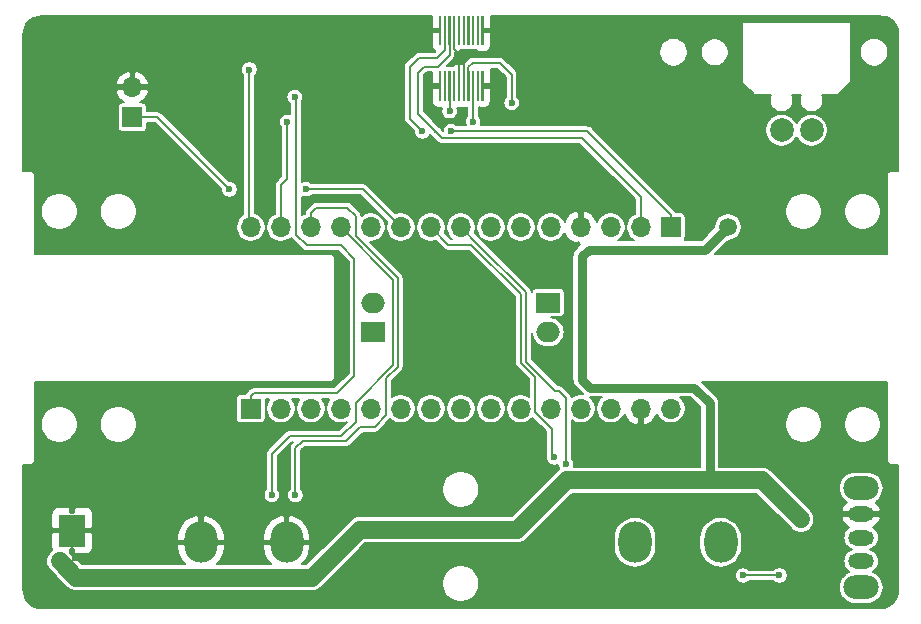
<source format=gtl>
G04 #@! TF.GenerationSoftware,KiCad,Pcbnew,(5.1.6)-1*
G04 #@! TF.CreationDate,2020-08-01T00:51:36+09:00*
G04 #@! TF.ProjectId,MiniRoverShield,4d696e69-526f-4766-9572-536869656c64,rev?*
G04 #@! TF.SameCoordinates,Original*
G04 #@! TF.FileFunction,Copper,L1,Top*
G04 #@! TF.FilePolarity,Positive*
%FSLAX46Y46*%
G04 Gerber Fmt 4.6, Leading zero omitted, Abs format (unit mm)*
G04 Created by KiCad (PCBNEW (5.1.6)-1) date 2020-08-01 00:51:36*
%MOMM*%
%LPD*%
G01*
G04 APERTURE LIST*
G04 #@! TA.AperFunction,ComponentPad*
%ADD10O,2.000000X1.700000*%
G04 #@! TD*
G04 #@! TA.AperFunction,ComponentPad*
%ADD11R,2.000000X1.700000*%
G04 #@! TD*
G04 #@! TA.AperFunction,ComponentPad*
%ADD12R,1.700000X1.700000*%
G04 #@! TD*
G04 #@! TA.AperFunction,ComponentPad*
%ADD13O,1.700000X1.700000*%
G04 #@! TD*
G04 #@! TA.AperFunction,ComponentPad*
%ADD14C,0.600000*%
G04 #@! TD*
G04 #@! TA.AperFunction,Conductor*
%ADD15R,2.300000X2.800000*%
G04 #@! TD*
G04 #@! TA.AperFunction,ComponentPad*
%ADD16C,2.000000*%
G04 #@! TD*
G04 #@! TA.AperFunction,SMDPad,CuDef*
%ADD17C,0.100000*%
G04 #@! TD*
G04 #@! TA.AperFunction,ComponentPad*
%ADD18O,2.800000X3.500000*%
G04 #@! TD*
G04 #@! TA.AperFunction,ComponentPad*
%ADD19O,3.000000X2.000000*%
G04 #@! TD*
G04 #@! TA.AperFunction,ComponentPad*
%ADD20O,2.200000X1.300000*%
G04 #@! TD*
G04 #@! TA.AperFunction,ViaPad*
%ADD21C,0.600000*%
G04 #@! TD*
G04 #@! TA.AperFunction,ViaPad*
%ADD22C,1.500000*%
G04 #@! TD*
G04 #@! TA.AperFunction,Conductor*
%ADD23C,0.200000*%
G04 #@! TD*
G04 #@! TA.AperFunction,Conductor*
%ADD24C,0.152400*%
G04 #@! TD*
G04 #@! TA.AperFunction,Conductor*
%ADD25C,1.500000*%
G04 #@! TD*
G04 #@! TA.AperFunction,Conductor*
%ADD26C,0.800000*%
G04 #@! TD*
G04 APERTURE END LIST*
D10*
X70650000Y-71630000D03*
D11*
X70650000Y-74130000D03*
X85450000Y-71630000D03*
D10*
X85450000Y-74130000D03*
D12*
X50250000Y-55930000D03*
D13*
X50250000Y-53390000D03*
D14*
X44650000Y-91680000D03*
X45150000Y-90930000D03*
X44650000Y-90180000D03*
X45650000Y-90180000D03*
X45650000Y-91680000D03*
D15*
X45150000Y-90930000D03*
D16*
X107750000Y-57030000D03*
X105210000Y-57030000D03*
G04 #@! TA.AperFunction,SMDPad,CuDef*
D17*
G36*
X80000000Y-47340000D02*
G01*
X80000000Y-49840000D01*
X79800000Y-49840000D01*
X79800000Y-47340000D01*
X80000000Y-47340000D01*
G37*
G04 #@! TD.AperFunction*
G04 #@! TA.AperFunction,SMDPad,CuDef*
G36*
X79600000Y-47340000D02*
G01*
X79600000Y-49840000D01*
X79400000Y-49840000D01*
X79400000Y-47340000D01*
X79600000Y-47340000D01*
G37*
G04 #@! TD.AperFunction*
G04 #@! TA.AperFunction,SMDPad,CuDef*
G36*
X79200000Y-47340000D02*
G01*
X79200000Y-49840000D01*
X79000000Y-49840000D01*
X79000000Y-47340000D01*
X79200000Y-47340000D01*
G37*
G04 #@! TD.AperFunction*
G04 #@! TA.AperFunction,SMDPad,CuDef*
G36*
X78800000Y-47340000D02*
G01*
X78800000Y-49840000D01*
X78600000Y-49840000D01*
X78600000Y-47340000D01*
X78800000Y-47340000D01*
G37*
G04 #@! TD.AperFunction*
G04 #@! TA.AperFunction,SMDPad,CuDef*
G36*
X78400000Y-47340000D02*
G01*
X78400000Y-49840000D01*
X78200000Y-49840000D01*
X78200000Y-47340000D01*
X78400000Y-47340000D01*
G37*
G04 #@! TD.AperFunction*
G04 #@! TA.AperFunction,SMDPad,CuDef*
G36*
X78000000Y-47340000D02*
G01*
X78000000Y-49840000D01*
X77800000Y-49840000D01*
X77800000Y-47340000D01*
X78000000Y-47340000D01*
G37*
G04 #@! TD.AperFunction*
G04 #@! TA.AperFunction,SMDPad,CuDef*
G36*
X77600000Y-47340000D02*
G01*
X77600000Y-49840000D01*
X77400000Y-49840000D01*
X77400000Y-47340000D01*
X77600000Y-47340000D01*
G37*
G04 #@! TD.AperFunction*
G04 #@! TA.AperFunction,SMDPad,CuDef*
G36*
X77200000Y-47340000D02*
G01*
X77200000Y-49840000D01*
X77000000Y-49840000D01*
X77000000Y-47340000D01*
X77200000Y-47340000D01*
G37*
G04 #@! TD.AperFunction*
G04 #@! TA.AperFunction,SMDPad,CuDef*
G36*
X76800000Y-47340000D02*
G01*
X76800000Y-49840000D01*
X76600000Y-49840000D01*
X76600000Y-47340000D01*
X76800000Y-47340000D01*
G37*
G04 #@! TD.AperFunction*
G04 #@! TA.AperFunction,SMDPad,CuDef*
G36*
X76400000Y-47340000D02*
G01*
X76400000Y-49840000D01*
X76200000Y-49840000D01*
X76200000Y-47340000D01*
X76400000Y-47340000D01*
G37*
G04 #@! TD.AperFunction*
G04 #@! TA.AperFunction,SMDPad,CuDef*
G36*
X76400000Y-52020000D02*
G01*
X76400000Y-54520000D01*
X76200000Y-54520000D01*
X76200000Y-52020000D01*
X76400000Y-52020000D01*
G37*
G04 #@! TD.AperFunction*
G04 #@! TA.AperFunction,SMDPad,CuDef*
G36*
X76800000Y-52020000D02*
G01*
X76800000Y-54520000D01*
X76600000Y-54520000D01*
X76600000Y-52020000D01*
X76800000Y-52020000D01*
G37*
G04 #@! TD.AperFunction*
G04 #@! TA.AperFunction,SMDPad,CuDef*
G36*
X77200000Y-52020000D02*
G01*
X77200000Y-54520000D01*
X77000000Y-54520000D01*
X77000000Y-52020000D01*
X77200000Y-52020000D01*
G37*
G04 #@! TD.AperFunction*
G04 #@! TA.AperFunction,SMDPad,CuDef*
G36*
X77600000Y-52020000D02*
G01*
X77600000Y-54520000D01*
X77400000Y-54520000D01*
X77400000Y-52020000D01*
X77600000Y-52020000D01*
G37*
G04 #@! TD.AperFunction*
G04 #@! TA.AperFunction,SMDPad,CuDef*
G36*
X78000000Y-52020000D02*
G01*
X78000000Y-54520000D01*
X77800000Y-54520000D01*
X77800000Y-52020000D01*
X78000000Y-52020000D01*
G37*
G04 #@! TD.AperFunction*
G04 #@! TA.AperFunction,SMDPad,CuDef*
G36*
X78400000Y-52020000D02*
G01*
X78400000Y-54520000D01*
X78200000Y-54520000D01*
X78200000Y-52020000D01*
X78400000Y-52020000D01*
G37*
G04 #@! TD.AperFunction*
G04 #@! TA.AperFunction,SMDPad,CuDef*
G36*
X78800000Y-52020000D02*
G01*
X78800000Y-54520000D01*
X78600000Y-54520000D01*
X78600000Y-52020000D01*
X78800000Y-52020000D01*
G37*
G04 #@! TD.AperFunction*
G04 #@! TA.AperFunction,SMDPad,CuDef*
G36*
X79200000Y-52020000D02*
G01*
X79200000Y-54520000D01*
X79000000Y-54520000D01*
X79000000Y-52020000D01*
X79200000Y-52020000D01*
G37*
G04 #@! TD.AperFunction*
G04 #@! TA.AperFunction,SMDPad,CuDef*
G36*
X79600000Y-52020000D02*
G01*
X79600000Y-54520000D01*
X79400000Y-54520000D01*
X79400000Y-52020000D01*
X79600000Y-52020000D01*
G37*
G04 #@! TD.AperFunction*
G04 #@! TA.AperFunction,SMDPad,CuDef*
G36*
X80000000Y-52020000D02*
G01*
X80000000Y-54520000D01*
X79800000Y-54520000D01*
X79800000Y-52020000D01*
X80000000Y-52020000D01*
G37*
G04 #@! TD.AperFunction*
D12*
X95830000Y-65240000D03*
D13*
X93290000Y-65240000D03*
X90750000Y-65240000D03*
X88210000Y-65240000D03*
X85670000Y-65240000D03*
X83130000Y-65240000D03*
X80590000Y-65240000D03*
X78050000Y-65240000D03*
X75510000Y-65240000D03*
X72970000Y-65240000D03*
X70430000Y-65240000D03*
X67890000Y-65240000D03*
X65350000Y-65240000D03*
X62810000Y-65240000D03*
X60270000Y-65240000D03*
D18*
X92800000Y-91930000D03*
X100050000Y-91930000D03*
X56050000Y-91930000D03*
X63300000Y-91930000D03*
D13*
X95830000Y-80610000D03*
X93290000Y-80610000D03*
X90750000Y-80610000D03*
X88210000Y-80610000D03*
X85670000Y-80610000D03*
X83130000Y-80610000D03*
X80590000Y-80610000D03*
X78050000Y-80610000D03*
X75510000Y-80610000D03*
X72970000Y-80610000D03*
X70430000Y-80610000D03*
X67890000Y-80610000D03*
X65350000Y-80610000D03*
X62810000Y-80610000D03*
D12*
X60270000Y-80610000D03*
D19*
X111950000Y-87330000D03*
X111950000Y-95730000D03*
D20*
X111950000Y-89530000D03*
X111950000Y-91530000D03*
X111950000Y-93530000D03*
D21*
X73950000Y-47930000D03*
X43090000Y-47930000D03*
X45630000Y-47930000D03*
X48170000Y-47930000D03*
X50710000Y-47930000D03*
X53250000Y-47930000D03*
X41820000Y-49200000D03*
X41820000Y-51740000D03*
X41820000Y-54280000D03*
X41820000Y-56820000D03*
X41820000Y-59360000D03*
X43090000Y-60630000D03*
X43090000Y-66980000D03*
X45630000Y-66980000D03*
X48170000Y-66980000D03*
X50710000Y-66980000D03*
X53250000Y-66980000D03*
X114210000Y-55550000D03*
X114210000Y-58090000D03*
X112940000Y-60630000D03*
X112940000Y-66980000D03*
X110400000Y-66980000D03*
X107860000Y-66980000D03*
X105320000Y-66980000D03*
X102780000Y-66980000D03*
X100050000Y-47930000D03*
X97700000Y-47930000D03*
X95160000Y-47930000D03*
X92620000Y-47930000D03*
X90080000Y-47930000D03*
X87540000Y-47930000D03*
X85000000Y-47930000D03*
X82460000Y-47930000D03*
X68490000Y-47930000D03*
X71030000Y-47930000D03*
X63410000Y-47930000D03*
X60870000Y-47930000D03*
X83550000Y-58680000D03*
X80950000Y-56330000D03*
X72950000Y-62730000D03*
X78800000Y-58680000D03*
X54520000Y-79680000D03*
X51980000Y-79680000D03*
X49440000Y-79680000D03*
X46900000Y-79680000D03*
X44360000Y-79680000D03*
X41820000Y-86030000D03*
X41820000Y-94920000D03*
X45630000Y-96825000D03*
X48170000Y-96825000D03*
X50710000Y-96825000D03*
X53250000Y-96825000D03*
X55790000Y-96825000D03*
X58330000Y-96825000D03*
X60870000Y-96825000D03*
X63410000Y-96825000D03*
X65950000Y-96825000D03*
X68490000Y-96825000D03*
X71030000Y-96825000D03*
X73570000Y-96825000D03*
X76110000Y-96825000D03*
X79920000Y-96825000D03*
X82460000Y-96825000D03*
X85000000Y-96825000D03*
X87540000Y-96825000D03*
X90080000Y-96825000D03*
X92620000Y-96825000D03*
X95160000Y-96825000D03*
X97700000Y-96825000D03*
X100240000Y-96825000D03*
X102780000Y-96825000D03*
X114210000Y-96825000D03*
X114210000Y-94285000D03*
X114210000Y-90475000D03*
X114210000Y-86030000D03*
X113575000Y-79045000D03*
X111035000Y-79045000D03*
X108495000Y-79045000D03*
X105955000Y-79045000D03*
X104050000Y-79045000D03*
X104685000Y-80315000D03*
X104050000Y-84760000D03*
X100875000Y-81585000D03*
X109130000Y-96825000D03*
X75150000Y-52680000D03*
X81300000Y-52680000D03*
X83450000Y-52730000D03*
X95850000Y-62830000D03*
X45400000Y-93248680D03*
X43940900Y-88635000D03*
X92874000Y-84760000D03*
X97700000Y-84760000D03*
X97700000Y-81458000D03*
X88150000Y-83930000D03*
X48644980Y-90919500D03*
X84550000Y-86730000D03*
X78150000Y-78130000D03*
X80550000Y-78130000D03*
X75350000Y-67530000D03*
X72950000Y-67530000D03*
X78150000Y-83130000D03*
X80550000Y-83130000D03*
X75350000Y-78130000D03*
X75350000Y-83130000D03*
X72950000Y-78130000D03*
X72950000Y-83130000D03*
X75350000Y-62730000D03*
X75150000Y-55330000D03*
X113550000Y-47930000D03*
X114250000Y-53030000D03*
X98050000Y-65230000D03*
X79100000Y-56306500D03*
X105015000Y-94730000D03*
X101950000Y-94730000D03*
X82350000Y-54730000D03*
X74789200Y-57124800D03*
X77227600Y-57124800D03*
X64934000Y-62027000D03*
X58450000Y-62030000D03*
X60150000Y-51905000D03*
X63350000Y-56330000D03*
D22*
X106844000Y-89967000D03*
D21*
X44106000Y-93523000D03*
X47916000Y-94920000D03*
D22*
X100671800Y-65227400D03*
X58550000Y-94920000D03*
X93050000Y-86665000D03*
D21*
X67982000Y-92380000D03*
X64050000Y-87930000D03*
X62050000Y-87930000D03*
X86950000Y-85316774D03*
X85950000Y-84730000D03*
X63981500Y-54216500D03*
X77100600Y-55423000D03*
D23*
X78299480Y-50583400D02*
X78299480Y-52174340D01*
X77900700Y-50576680D02*
X77900700Y-52167620D01*
X77500000Y-48590000D02*
X77500000Y-50175980D01*
X77500000Y-50175980D02*
X77900700Y-50576680D01*
X77900700Y-50576680D02*
X79884440Y-50576680D01*
X45150000Y-91180000D02*
X45650000Y-91680000D01*
X45150000Y-90930000D02*
X45150000Y-91180000D01*
D24*
X44650000Y-91430000D02*
X45150000Y-90930000D01*
X44650000Y-91680000D02*
X44650000Y-91430000D01*
X45150000Y-90680000D02*
X45650000Y-90180000D01*
X45150000Y-90930000D02*
X45150000Y-90680000D01*
X44650000Y-90430000D02*
X45150000Y-90930000D01*
X44650000Y-90180000D02*
X44650000Y-90430000D01*
X79900000Y-53270000D02*
X80770000Y-53270000D01*
X81300000Y-52740000D02*
X81300000Y-52680000D01*
X80770000Y-53270000D02*
X81300000Y-52740000D01*
X76300000Y-53270000D02*
X75770000Y-53270000D01*
X75180000Y-52680000D02*
X75150000Y-52680000D01*
X75770000Y-53270000D02*
X75180000Y-52680000D01*
X75150000Y-53890000D02*
X75770000Y-53270000D01*
X75150000Y-55330000D02*
X75150000Y-53890000D01*
X79900000Y-48590000D02*
X82090000Y-48590000D01*
X82460000Y-48220000D02*
X82460000Y-47930000D01*
X82090000Y-48590000D02*
X82460000Y-48220000D01*
X73950000Y-47930000D02*
X74830000Y-47930000D01*
X75490000Y-48590000D02*
X76300000Y-48590000D01*
X74830000Y-47930000D02*
X75490000Y-48590000D01*
D23*
X79100000Y-56306500D02*
X79100000Y-56306500D01*
X79100000Y-53270000D02*
X79100000Y-56306500D01*
X79100000Y-56306500D02*
X79094500Y-56312000D01*
X78700000Y-53270000D02*
X78700000Y-51690000D01*
X78700000Y-51690000D02*
X79056400Y-51333600D01*
X105015000Y-94730000D02*
X101950000Y-94730000D01*
X79056400Y-51333600D02*
X81353600Y-51333600D01*
X82350000Y-52330000D02*
X82350000Y-54730000D01*
X81353600Y-51333600D02*
X82350000Y-52330000D01*
X76700000Y-48590000D02*
X76700000Y-50235600D01*
X76700000Y-50235600D02*
X76059200Y-50876400D01*
X76059200Y-50876400D02*
X74509800Y-50876400D01*
X88764800Y-57124800D02*
X86143000Y-57124800D01*
X95830000Y-65240000D02*
X95830000Y-64190000D01*
X95830000Y-64190000D02*
X88764800Y-57124800D01*
X74509800Y-50876400D02*
X73747800Y-51638400D01*
X73747800Y-56083400D02*
X74789200Y-57124800D01*
X73747800Y-51638400D02*
X73747800Y-56083400D01*
X86143000Y-57124800D02*
X77227600Y-57124800D01*
X75881400Y-57124800D02*
X75881400Y-57150200D01*
X77100000Y-50648400D02*
X76110000Y-51638400D01*
X77100000Y-48590000D02*
X77100000Y-50648400D01*
X76110000Y-51638400D02*
X74941600Y-51638400D01*
X74941600Y-51638400D02*
X74408200Y-52171800D01*
X74408200Y-52171800D02*
X74408200Y-55651600D01*
X74408200Y-55651600D02*
X75881400Y-57124800D01*
X93290000Y-62670000D02*
X93290000Y-65240000D01*
X88297201Y-57677201D02*
X93290000Y-62670000D01*
X75881400Y-57124800D02*
X76433801Y-57677201D01*
X76433801Y-57677201D02*
X88297201Y-57677201D01*
X72970000Y-65240000D02*
X69757000Y-62027000D01*
X69757000Y-62027000D02*
X64934000Y-62027000D01*
X52350000Y-55930000D02*
X50250000Y-55930000D01*
X58450000Y-62030000D02*
X52350000Y-55930000D01*
X60150000Y-65120000D02*
X60270000Y-65240000D01*
X60150000Y-52354264D02*
X60150000Y-65120000D01*
X60150000Y-52354264D02*
X60150000Y-51905000D01*
X62810000Y-63459000D02*
X62810000Y-65240000D01*
X62810000Y-63459000D02*
X62810000Y-61670000D01*
X62810000Y-61670000D02*
X63350000Y-61130000D01*
X63350000Y-61130000D02*
X63350000Y-56330000D01*
D25*
X106844000Y-89967000D02*
X103542000Y-86665000D01*
X67982000Y-92380000D02*
X65442000Y-94920000D01*
X45503000Y-94920000D02*
X44106000Y-93523000D01*
X47916000Y-94920000D02*
X45503000Y-94920000D01*
D26*
X99122400Y-80137200D02*
X99122400Y-86665000D01*
X88302000Y-78143310D02*
X88975090Y-78816400D01*
X88975090Y-78816400D02*
X97801600Y-78816400D01*
D25*
X103542000Y-86665000D02*
X99122400Y-86665000D01*
D26*
X100671800Y-65227400D02*
X98766800Y-67132400D01*
X98766800Y-67132400D02*
X88880420Y-67132400D01*
X97801600Y-78816400D02*
X99122400Y-80137200D01*
X88880420Y-67132400D02*
X88302000Y-67710820D01*
X88302000Y-67710820D02*
X88302000Y-78143310D01*
D25*
X65442000Y-94920000D02*
X58550000Y-94920000D01*
X58550000Y-94920000D02*
X47916000Y-94920000D01*
X99122400Y-86665000D02*
X93050000Y-86665000D01*
X69506000Y-90856000D02*
X67982000Y-92380000D01*
X82841000Y-90856000D02*
X69506000Y-90856000D01*
X93050000Y-86665000D02*
X87032000Y-86665000D01*
X87032000Y-86665000D02*
X82841000Y-90856000D01*
D23*
X69150400Y-66002018D02*
X69150400Y-64287600D01*
X65350000Y-64037919D02*
X65350000Y-65240000D01*
X72702410Y-69554028D02*
X69150400Y-66002018D01*
X72702410Y-77075973D02*
X72702410Y-69554028D01*
X71750000Y-78028382D02*
X72702410Y-77075973D01*
X65811519Y-63576400D02*
X65350000Y-64037919D01*
X71750000Y-81130000D02*
X71750000Y-78028382D01*
X64050000Y-87930000D02*
X64050000Y-83930000D01*
X64050000Y-83930000D02*
X64650000Y-83330000D01*
X68439200Y-63576400D02*
X65811519Y-63576400D01*
X64650000Y-83330000D02*
X68350000Y-83330000D01*
X68350000Y-83330000D02*
X69550000Y-82130000D01*
X69150400Y-64287600D02*
X68439200Y-63576400D01*
X69550000Y-82130000D02*
X70750000Y-82130000D01*
X70750000Y-82130000D02*
X71750000Y-81130000D01*
X62050000Y-84430000D02*
X62050000Y-87930000D01*
X63550000Y-82930000D02*
X62050000Y-84430000D01*
X69150000Y-80130000D02*
X69150000Y-81730000D01*
X69150000Y-81730000D02*
X67950000Y-82930000D01*
X67950000Y-82930000D02*
X63550000Y-82930000D01*
X67890000Y-65240000D02*
X72350000Y-69700000D01*
X72350000Y-76930000D02*
X69150000Y-80130000D01*
X72350000Y-69700000D02*
X72350000Y-76930000D01*
X79540000Y-66730000D02*
X78050000Y-65240000D01*
X83550000Y-70730000D02*
X79550000Y-66730000D01*
X86950000Y-83730000D02*
X86950000Y-79730000D01*
X86950000Y-79730000D02*
X86350000Y-79130000D01*
X79550000Y-66730000D02*
X79540000Y-66730000D01*
X86350000Y-79130000D02*
X86048382Y-79130000D01*
X86048382Y-79130000D02*
X83550000Y-76631618D01*
X83550000Y-76631618D02*
X83550000Y-70730000D01*
X86950000Y-83730000D02*
X86950000Y-85316774D01*
X86950000Y-85316774D02*
X86949235Y-85317539D01*
X75510000Y-65240000D02*
X77000000Y-66730000D01*
X77000000Y-66730000D02*
X78950000Y-66730000D01*
X78950000Y-66730000D02*
X83150000Y-70930000D01*
X83150000Y-70930000D02*
X83150000Y-76730000D01*
X83150000Y-76730000D02*
X84350000Y-77930000D01*
X84350000Y-80921554D02*
X85750000Y-82321554D01*
X84350000Y-77930000D02*
X84350000Y-80921554D01*
X85750000Y-82321554D02*
X85750000Y-84530000D01*
X85750000Y-84530000D02*
X85950000Y-84730000D01*
X64108500Y-54343500D02*
X63981500Y-54216500D01*
X64108500Y-65900500D02*
X64108500Y-54343500D01*
X64997500Y-66789500D02*
X64108500Y-65900500D01*
X67893100Y-66789500D02*
X67016800Y-66789500D01*
X69048800Y-77800400D02*
X69048800Y-67945200D01*
X67156500Y-66789500D02*
X67016800Y-66789500D01*
X69048800Y-67945200D02*
X67893100Y-66789500D01*
X60270000Y-80610000D02*
X60270000Y-79560000D01*
X67016800Y-66789500D02*
X64997500Y-66789500D01*
X60270000Y-79560000D02*
X60531000Y-79299000D01*
X60531000Y-79299000D02*
X67550200Y-79299000D01*
X67550200Y-79299000D02*
X69048800Y-77800400D01*
X77100600Y-53270600D02*
X77100000Y-53270000D01*
X77100600Y-55423000D02*
X77100600Y-53270600D01*
G36*
X75589059Y-48436000D02*
G01*
X76198065Y-48436000D01*
X76198065Y-48744000D01*
X75589059Y-48744000D01*
X75589059Y-49840000D01*
X75600798Y-49959189D01*
X75635564Y-50073797D01*
X75692021Y-50179421D01*
X75767999Y-50272001D01*
X75860579Y-50347979D01*
X75873571Y-50354923D01*
X75852095Y-50376400D01*
X74534360Y-50376400D01*
X74509800Y-50373981D01*
X74485240Y-50376400D01*
X74411783Y-50383635D01*
X74317533Y-50412225D01*
X74230671Y-50458654D01*
X74154536Y-50521136D01*
X74138880Y-50540213D01*
X73411624Y-51267471D01*
X73392536Y-51283136D01*
X73330054Y-51359271D01*
X73283625Y-51446134D01*
X73276957Y-51468116D01*
X73255035Y-51540383D01*
X73245381Y-51638400D01*
X73247800Y-51662960D01*
X73247801Y-56058830D01*
X73245381Y-56083400D01*
X73255035Y-56181417D01*
X73272065Y-56237556D01*
X73283626Y-56275667D01*
X73330055Y-56362529D01*
X73392537Y-56438664D01*
X73411619Y-56454324D01*
X74089200Y-57131906D01*
X74089200Y-57193744D01*
X74116101Y-57328982D01*
X74168868Y-57456374D01*
X74245474Y-57571024D01*
X74342976Y-57668526D01*
X74457626Y-57745132D01*
X74585018Y-57797899D01*
X74720256Y-57824800D01*
X74858144Y-57824800D01*
X74993382Y-57797899D01*
X75120774Y-57745132D01*
X75235424Y-57668526D01*
X75332926Y-57571024D01*
X75409532Y-57456374D01*
X75437748Y-57388255D01*
X75446237Y-57396743D01*
X75463654Y-57429329D01*
X75526136Y-57505464D01*
X75602271Y-57567946D01*
X75634860Y-57585365D01*
X76062876Y-58013382D01*
X76078537Y-58032465D01*
X76154672Y-58094947D01*
X76241534Y-58141376D01*
X76307193Y-58161293D01*
X76335783Y-58169966D01*
X76433801Y-58179620D01*
X76458361Y-58177201D01*
X88090096Y-58177201D01*
X92790000Y-62877106D01*
X92790001Y-64094117D01*
X92697903Y-64132265D01*
X92493172Y-64269062D01*
X92319062Y-64443172D01*
X92182265Y-64647903D01*
X92088037Y-64875389D01*
X92040000Y-65116886D01*
X92040000Y-65363114D01*
X92088037Y-65604611D01*
X92182265Y-65832097D01*
X92319062Y-66036828D01*
X92493172Y-66210938D01*
X92674953Y-66332400D01*
X91365047Y-66332400D01*
X91546828Y-66210938D01*
X91720938Y-66036828D01*
X91857735Y-65832097D01*
X91951963Y-65604611D01*
X92000000Y-65363114D01*
X92000000Y-65116886D01*
X91951963Y-64875389D01*
X91857735Y-64647903D01*
X91720938Y-64443172D01*
X91546828Y-64269062D01*
X91342097Y-64132265D01*
X91114611Y-64038037D01*
X90873114Y-63990000D01*
X90626886Y-63990000D01*
X90385389Y-64038037D01*
X90157903Y-64132265D01*
X89953172Y-64269062D01*
X89779062Y-64443172D01*
X89642265Y-64647903D01*
X89587412Y-64780330D01*
X89516935Y-64593700D01*
X89365736Y-64351148D01*
X89170122Y-64142754D01*
X88937611Y-63976527D01*
X88677139Y-63858854D01*
X88588910Y-63832097D01*
X88364000Y-63943111D01*
X88364000Y-65086000D01*
X88384000Y-65086000D01*
X88384000Y-65394000D01*
X88364000Y-65394000D01*
X88364000Y-65414000D01*
X88056000Y-65414000D01*
X88056000Y-65394000D01*
X88036000Y-65394000D01*
X88036000Y-65086000D01*
X88056000Y-65086000D01*
X88056000Y-63943111D01*
X87831090Y-63832097D01*
X87742861Y-63858854D01*
X87482389Y-63976527D01*
X87249878Y-64142754D01*
X87054264Y-64351148D01*
X86903065Y-64593700D01*
X86832588Y-64780330D01*
X86777735Y-64647903D01*
X86640938Y-64443172D01*
X86466828Y-64269062D01*
X86262097Y-64132265D01*
X86034611Y-64038037D01*
X85793114Y-63990000D01*
X85546886Y-63990000D01*
X85305389Y-64038037D01*
X85077903Y-64132265D01*
X84873172Y-64269062D01*
X84699062Y-64443172D01*
X84562265Y-64647903D01*
X84468037Y-64875389D01*
X84420000Y-65116886D01*
X84420000Y-65363114D01*
X84468037Y-65604611D01*
X84562265Y-65832097D01*
X84699062Y-66036828D01*
X84873172Y-66210938D01*
X85077903Y-66347735D01*
X85305389Y-66441963D01*
X85546886Y-66490000D01*
X85793114Y-66490000D01*
X86034611Y-66441963D01*
X86262097Y-66347735D01*
X86466828Y-66210938D01*
X86640938Y-66036828D01*
X86777735Y-65832097D01*
X86832588Y-65699670D01*
X86903065Y-65886300D01*
X87054264Y-66128852D01*
X87249878Y-66337246D01*
X87482389Y-66503473D01*
X87742861Y-66621146D01*
X87831090Y-66647903D01*
X88055998Y-66536890D01*
X88055998Y-66698000D01*
X88183449Y-66698000D01*
X87764103Y-67117347D01*
X87733578Y-67142398D01*
X87679151Y-67208719D01*
X87633607Y-67264214D01*
X87559322Y-67403192D01*
X87559321Y-67403193D01*
X87513576Y-67553994D01*
X87502121Y-67670302D01*
X87498130Y-67710820D01*
X87502000Y-67750111D01*
X87502001Y-78104009D01*
X87498130Y-78143310D01*
X87513577Y-78300137D01*
X87559321Y-78450937D01*
X87633607Y-78589916D01*
X87695904Y-78665825D01*
X87733579Y-78711732D01*
X87764098Y-78736778D01*
X88381620Y-79354301D01*
X88396673Y-79372643D01*
X88333114Y-79360000D01*
X88086886Y-79360000D01*
X87845389Y-79408037D01*
X87617903Y-79502265D01*
X87439563Y-79621428D01*
X87414175Y-79537733D01*
X87367746Y-79450871D01*
X87305264Y-79374736D01*
X87286181Y-79359075D01*
X86720929Y-78793824D01*
X86705264Y-78774736D01*
X86629129Y-78712254D01*
X86542267Y-78665825D01*
X86448017Y-78637235D01*
X86374560Y-78630000D01*
X86350000Y-78627581D01*
X86325440Y-78630000D01*
X86255489Y-78630000D01*
X84050000Y-76424513D01*
X84050000Y-74191405D01*
X84068087Y-74375043D01*
X84139563Y-74610669D01*
X84255634Y-74827823D01*
X84411840Y-75018160D01*
X84602177Y-75174366D01*
X84819331Y-75290437D01*
X85054957Y-75361913D01*
X85238595Y-75380000D01*
X85661405Y-75380000D01*
X85845043Y-75361913D01*
X86080669Y-75290437D01*
X86297823Y-75174366D01*
X86488160Y-75018160D01*
X86644366Y-74827823D01*
X86760437Y-74610669D01*
X86831913Y-74375043D01*
X86856048Y-74130000D01*
X86831913Y-73884957D01*
X86760437Y-73649331D01*
X86644366Y-73432177D01*
X86488160Y-73241840D01*
X86297823Y-73085634D01*
X86080669Y-72969563D01*
X85845043Y-72898087D01*
X85681051Y-72881935D01*
X86450000Y-72881935D01*
X86528414Y-72874212D01*
X86603814Y-72851340D01*
X86673303Y-72814197D01*
X86734211Y-72764211D01*
X86784197Y-72703303D01*
X86821340Y-72633814D01*
X86844212Y-72558414D01*
X86851935Y-72480000D01*
X86851935Y-70780000D01*
X86844212Y-70701586D01*
X86821340Y-70626186D01*
X86784197Y-70556697D01*
X86734211Y-70495789D01*
X86673303Y-70445803D01*
X86603814Y-70408660D01*
X86528414Y-70385788D01*
X86450000Y-70378065D01*
X84450000Y-70378065D01*
X84371586Y-70385788D01*
X84296186Y-70408660D01*
X84226697Y-70445803D01*
X84165789Y-70495789D01*
X84115803Y-70556697D01*
X84078660Y-70626186D01*
X84055788Y-70701586D01*
X84050000Y-70760353D01*
X84050000Y-70754549D01*
X84052418Y-70729999D01*
X84050000Y-70705449D01*
X84050000Y-70705440D01*
X84042765Y-70631983D01*
X84014175Y-70537733D01*
X83967746Y-70450871D01*
X83905264Y-70374736D01*
X83886187Y-70359080D01*
X79920929Y-66393824D01*
X79905264Y-66374736D01*
X79830417Y-66313311D01*
X79213815Y-65696709D01*
X79251963Y-65604611D01*
X79300000Y-65363114D01*
X79300000Y-65116886D01*
X79340000Y-65116886D01*
X79340000Y-65363114D01*
X79388037Y-65604611D01*
X79482265Y-65832097D01*
X79619062Y-66036828D01*
X79793172Y-66210938D01*
X79997903Y-66347735D01*
X80225389Y-66441963D01*
X80466886Y-66490000D01*
X80713114Y-66490000D01*
X80954611Y-66441963D01*
X81182097Y-66347735D01*
X81386828Y-66210938D01*
X81560938Y-66036828D01*
X81697735Y-65832097D01*
X81791963Y-65604611D01*
X81840000Y-65363114D01*
X81840000Y-65116886D01*
X81880000Y-65116886D01*
X81880000Y-65363114D01*
X81928037Y-65604611D01*
X82022265Y-65832097D01*
X82159062Y-66036828D01*
X82333172Y-66210938D01*
X82537903Y-66347735D01*
X82765389Y-66441963D01*
X83006886Y-66490000D01*
X83253114Y-66490000D01*
X83494611Y-66441963D01*
X83722097Y-66347735D01*
X83926828Y-66210938D01*
X84100938Y-66036828D01*
X84237735Y-65832097D01*
X84331963Y-65604611D01*
X84380000Y-65363114D01*
X84380000Y-65116886D01*
X84331963Y-64875389D01*
X84237735Y-64647903D01*
X84100938Y-64443172D01*
X83926828Y-64269062D01*
X83722097Y-64132265D01*
X83494611Y-64038037D01*
X83253114Y-63990000D01*
X83006886Y-63990000D01*
X82765389Y-64038037D01*
X82537903Y-64132265D01*
X82333172Y-64269062D01*
X82159062Y-64443172D01*
X82022265Y-64647903D01*
X81928037Y-64875389D01*
X81880000Y-65116886D01*
X81840000Y-65116886D01*
X81791963Y-64875389D01*
X81697735Y-64647903D01*
X81560938Y-64443172D01*
X81386828Y-64269062D01*
X81182097Y-64132265D01*
X80954611Y-64038037D01*
X80713114Y-63990000D01*
X80466886Y-63990000D01*
X80225389Y-64038037D01*
X79997903Y-64132265D01*
X79793172Y-64269062D01*
X79619062Y-64443172D01*
X79482265Y-64647903D01*
X79388037Y-64875389D01*
X79340000Y-65116886D01*
X79300000Y-65116886D01*
X79251963Y-64875389D01*
X79157735Y-64647903D01*
X79020938Y-64443172D01*
X78846828Y-64269062D01*
X78642097Y-64132265D01*
X78414611Y-64038037D01*
X78173114Y-63990000D01*
X77926886Y-63990000D01*
X77685389Y-64038037D01*
X77457903Y-64132265D01*
X77253172Y-64269062D01*
X77079062Y-64443172D01*
X76942265Y-64647903D01*
X76848037Y-64875389D01*
X76800000Y-65116886D01*
X76800000Y-65363114D01*
X76848037Y-65604611D01*
X76942265Y-65832097D01*
X77079062Y-66036828D01*
X77253172Y-66210938D01*
X77281700Y-66230000D01*
X77207106Y-66230000D01*
X76673815Y-65696709D01*
X76711963Y-65604611D01*
X76760000Y-65363114D01*
X76760000Y-65116886D01*
X76711963Y-64875389D01*
X76617735Y-64647903D01*
X76480938Y-64443172D01*
X76306828Y-64269062D01*
X76102097Y-64132265D01*
X75874611Y-64038037D01*
X75633114Y-63990000D01*
X75386886Y-63990000D01*
X75145389Y-64038037D01*
X74917903Y-64132265D01*
X74713172Y-64269062D01*
X74539062Y-64443172D01*
X74402265Y-64647903D01*
X74308037Y-64875389D01*
X74260000Y-65116886D01*
X74260000Y-65363114D01*
X74308037Y-65604611D01*
X74402265Y-65832097D01*
X74539062Y-66036828D01*
X74713172Y-66210938D01*
X74917903Y-66347735D01*
X75145389Y-66441963D01*
X75386886Y-66490000D01*
X75633114Y-66490000D01*
X75874611Y-66441963D01*
X75966709Y-66403815D01*
X76629075Y-67066181D01*
X76644736Y-67085264D01*
X76720871Y-67147746D01*
X76807733Y-67194175D01*
X76901983Y-67222765D01*
X76975440Y-67230000D01*
X76975441Y-67230000D01*
X76999999Y-67232419D01*
X77024557Y-67230000D01*
X78742895Y-67230000D01*
X82650000Y-71137106D01*
X82650001Y-76705430D01*
X82647581Y-76730000D01*
X82657235Y-76828017D01*
X82682331Y-76910746D01*
X82685826Y-76922267D01*
X82732255Y-77009129D01*
X82794737Y-77085264D01*
X82813819Y-77100924D01*
X83850000Y-78137107D01*
X83850001Y-79587727D01*
X83722097Y-79502265D01*
X83494611Y-79408037D01*
X83253114Y-79360000D01*
X83006886Y-79360000D01*
X82765389Y-79408037D01*
X82537903Y-79502265D01*
X82333172Y-79639062D01*
X82159062Y-79813172D01*
X82022265Y-80017903D01*
X81928037Y-80245389D01*
X81880000Y-80486886D01*
X81880000Y-80733114D01*
X81928037Y-80974611D01*
X82022265Y-81202097D01*
X82159062Y-81406828D01*
X82333172Y-81580938D01*
X82537903Y-81717735D01*
X82765389Y-81811963D01*
X83006886Y-81860000D01*
X83253114Y-81860000D01*
X83494611Y-81811963D01*
X83722097Y-81717735D01*
X83926828Y-81580938D01*
X84100938Y-81406828D01*
X84111845Y-81390504D01*
X85250000Y-82528660D01*
X85250001Y-84505430D01*
X85247581Y-84530000D01*
X85257015Y-84625788D01*
X85250000Y-84661056D01*
X85250000Y-84798944D01*
X85276901Y-84934182D01*
X85329668Y-85061574D01*
X85406274Y-85176224D01*
X85503776Y-85273726D01*
X85618426Y-85350332D01*
X85745818Y-85403099D01*
X85881056Y-85430000D01*
X86018944Y-85430000D01*
X86154182Y-85403099D01*
X86250000Y-85363410D01*
X86250000Y-85385718D01*
X86276901Y-85520956D01*
X86329668Y-85648348D01*
X86375131Y-85716389D01*
X86214893Y-85847893D01*
X86178880Y-85891775D01*
X82364656Y-89706000D01*
X69562481Y-89706000D01*
X69505999Y-89700437D01*
X69449517Y-89706000D01*
X69449508Y-89706000D01*
X69280561Y-89722640D01*
X69063785Y-89788398D01*
X68864003Y-89895184D01*
X68826676Y-89925817D01*
X68732772Y-90002882D01*
X68732769Y-90002885D01*
X68688893Y-90038893D01*
X68652884Y-90082770D01*
X67208783Y-91526873D01*
X67208772Y-91526882D01*
X64965656Y-93770000D01*
X64648098Y-93770000D01*
X64884033Y-93523631D01*
X65096217Y-93190705D01*
X65239373Y-92822782D01*
X65308000Y-92434000D01*
X65308000Y-92084000D01*
X63454000Y-92084000D01*
X63454000Y-92104000D01*
X63146000Y-92104000D01*
X63146000Y-92084000D01*
X61292000Y-92084000D01*
X61292000Y-92434000D01*
X61360627Y-92822782D01*
X61503783Y-93190705D01*
X61715967Y-93523631D01*
X61951902Y-93770000D01*
X57398098Y-93770000D01*
X57634033Y-93523631D01*
X57846217Y-93190705D01*
X57989373Y-92822782D01*
X58058000Y-92434000D01*
X58058000Y-92084000D01*
X56204000Y-92084000D01*
X56204000Y-92104000D01*
X55896000Y-92104000D01*
X55896000Y-92084000D01*
X54042000Y-92084000D01*
X54042000Y-92434000D01*
X54110627Y-92822782D01*
X54253783Y-93190705D01*
X54465967Y-93523631D01*
X54701902Y-93770000D01*
X45979345Y-93770000D01*
X44995672Y-92786328D01*
X44996000Y-92786000D01*
X44996000Y-92522097D01*
X45054008Y-92498070D01*
X45062651Y-92382287D01*
X45114078Y-92433714D01*
X45150000Y-92397792D01*
X45185922Y-92433714D01*
X45237349Y-92382287D01*
X45245992Y-92498070D01*
X45304000Y-92519940D01*
X45304000Y-92786000D01*
X45456000Y-92938000D01*
X46300000Y-92940942D01*
X46419189Y-92929203D01*
X46533797Y-92894437D01*
X46639421Y-92837980D01*
X46732001Y-92762001D01*
X46807980Y-92669421D01*
X46864437Y-92563797D01*
X46899203Y-92449189D01*
X46910942Y-92330000D01*
X46908511Y-91426000D01*
X54042000Y-91426000D01*
X54042000Y-91776000D01*
X55896000Y-91776000D01*
X55896000Y-89730400D01*
X56204000Y-89730400D01*
X56204000Y-91776000D01*
X58058000Y-91776000D01*
X58058000Y-91426000D01*
X61292000Y-91426000D01*
X61292000Y-91776000D01*
X63146000Y-91776000D01*
X63146000Y-89730400D01*
X63454000Y-89730400D01*
X63454000Y-91776000D01*
X65308000Y-91776000D01*
X65308000Y-91426000D01*
X65239373Y-91037218D01*
X65096217Y-90669295D01*
X64884033Y-90336369D01*
X64610976Y-90051236D01*
X64287539Y-89824852D01*
X63926151Y-89665917D01*
X63765299Y-89626654D01*
X63454000Y-89730400D01*
X63146000Y-89730400D01*
X62834701Y-89626654D01*
X62673849Y-89665917D01*
X62312461Y-89824852D01*
X61989024Y-90051236D01*
X61715967Y-90336369D01*
X61503783Y-90669295D01*
X61360627Y-91037218D01*
X61292000Y-91426000D01*
X58058000Y-91426000D01*
X57989373Y-91037218D01*
X57846217Y-90669295D01*
X57634033Y-90336369D01*
X57360976Y-90051236D01*
X57037539Y-89824852D01*
X56676151Y-89665917D01*
X56515299Y-89626654D01*
X56204000Y-89730400D01*
X55896000Y-89730400D01*
X55584701Y-89626654D01*
X55423849Y-89665917D01*
X55062461Y-89824852D01*
X54739024Y-90051236D01*
X54465967Y-90336369D01*
X54253783Y-90669295D01*
X54110627Y-91037218D01*
X54042000Y-91426000D01*
X46908511Y-91426000D01*
X46908000Y-91236000D01*
X46756000Y-91084000D01*
X46044861Y-91084000D01*
X46048168Y-91064043D01*
X46067642Y-91044569D01*
X46059089Y-90930000D01*
X46067642Y-90815431D01*
X46051932Y-90799721D01*
X46046415Y-90776000D01*
X46756000Y-90776000D01*
X46908000Y-90624000D01*
X46910942Y-89530000D01*
X46899203Y-89410811D01*
X46864437Y-89296203D01*
X46807980Y-89190579D01*
X46732001Y-89097999D01*
X46639421Y-89022020D01*
X46533797Y-88965563D01*
X46419189Y-88930797D01*
X46300000Y-88919058D01*
X45456000Y-88922000D01*
X45304000Y-89074000D01*
X45304000Y-89337903D01*
X45245992Y-89361930D01*
X45237349Y-89477713D01*
X45185922Y-89426286D01*
X45150000Y-89462208D01*
X45114078Y-89426286D01*
X45062651Y-89477713D01*
X45054008Y-89361930D01*
X44996000Y-89340060D01*
X44996000Y-89074000D01*
X44844000Y-88922000D01*
X44000000Y-88919058D01*
X43880811Y-88930797D01*
X43766203Y-88965563D01*
X43660579Y-89022020D01*
X43567999Y-89097999D01*
X43492020Y-89190579D01*
X43435563Y-89296203D01*
X43400797Y-89410811D01*
X43389058Y-89530000D01*
X43392000Y-90624000D01*
X43544000Y-90776000D01*
X44255139Y-90776000D01*
X44251832Y-90795957D01*
X44232358Y-90815431D01*
X44240911Y-90930000D01*
X44232358Y-91044569D01*
X44248068Y-91060279D01*
X44253585Y-91084000D01*
X43544000Y-91084000D01*
X43392000Y-91236000D01*
X43389058Y-92330000D01*
X43400797Y-92449189D01*
X43435563Y-92563797D01*
X43443636Y-92578900D01*
X43288893Y-92705893D01*
X43145185Y-92881003D01*
X43038399Y-93080785D01*
X42972641Y-93297561D01*
X42950437Y-93523000D01*
X42972641Y-93748439D01*
X43038399Y-93965215D01*
X43145185Y-94164997D01*
X43252882Y-94296226D01*
X44649884Y-95693230D01*
X44685893Y-95737107D01*
X44729769Y-95773115D01*
X44729772Y-95773118D01*
X44778689Y-95813263D01*
X44861003Y-95880816D01*
X45060785Y-95987602D01*
X45277561Y-96053360D01*
X45446508Y-96070000D01*
X45446517Y-96070000D01*
X45502999Y-96075563D01*
X45559481Y-96070000D01*
X65385518Y-96070000D01*
X65442000Y-96075563D01*
X65498482Y-96070000D01*
X65498492Y-96070000D01*
X65667439Y-96053360D01*
X65884215Y-95987602D01*
X66083997Y-95880816D01*
X66259107Y-95737107D01*
X66295124Y-95693220D01*
X66712231Y-95276113D01*
X76487560Y-95276113D01*
X76487560Y-95583887D01*
X76547604Y-95885747D01*
X76665384Y-96170093D01*
X76836374Y-96425997D01*
X77054003Y-96643626D01*
X77309907Y-96814616D01*
X77594253Y-96932396D01*
X77896113Y-96992440D01*
X78203887Y-96992440D01*
X78505747Y-96932396D01*
X78790093Y-96814616D01*
X79045997Y-96643626D01*
X79263626Y-96425997D01*
X79434616Y-96170093D01*
X79552396Y-95885747D01*
X79583376Y-95730000D01*
X110043226Y-95730000D01*
X110070257Y-96004448D01*
X110150310Y-96268349D01*
X110280310Y-96511562D01*
X110455261Y-96724739D01*
X110668438Y-96899690D01*
X110911651Y-97029690D01*
X111175552Y-97109743D01*
X111381223Y-97130000D01*
X112518777Y-97130000D01*
X112724448Y-97109743D01*
X112988349Y-97029690D01*
X113231562Y-96899690D01*
X113444739Y-96724739D01*
X113619690Y-96511562D01*
X113749690Y-96268349D01*
X113829743Y-96004448D01*
X113856774Y-95730000D01*
X113829743Y-95455552D01*
X113749690Y-95191651D01*
X113619690Y-94948438D01*
X113444739Y-94735261D01*
X113231562Y-94560310D01*
X112988349Y-94430310D01*
X112959457Y-94421546D01*
X112986171Y-94407267D01*
X113146054Y-94276054D01*
X113277267Y-94116171D01*
X113374767Y-93933762D01*
X113434807Y-93735836D01*
X113455080Y-93530000D01*
X113434807Y-93324164D01*
X113374767Y-93126238D01*
X113277267Y-92943829D01*
X113146054Y-92783946D01*
X112986171Y-92652733D01*
X112803762Y-92555233D01*
X112720580Y-92530000D01*
X112803762Y-92504767D01*
X112986171Y-92407267D01*
X113146054Y-92276054D01*
X113277267Y-92116171D01*
X113374767Y-91933762D01*
X113434807Y-91735836D01*
X113455080Y-91530000D01*
X113434807Y-91324164D01*
X113374767Y-91126238D01*
X113277267Y-90943829D01*
X113146054Y-90783946D01*
X112986171Y-90652733D01*
X112983269Y-90651182D01*
X113023694Y-90633307D01*
X113226954Y-90490431D01*
X113398435Y-90310646D01*
X113531547Y-90100861D01*
X113609076Y-89877418D01*
X113495226Y-89684000D01*
X112104000Y-89684000D01*
X112104000Y-89704000D01*
X111796000Y-89704000D01*
X111796000Y-89684000D01*
X110404774Y-89684000D01*
X110290924Y-89877418D01*
X110368453Y-90100861D01*
X110501565Y-90310646D01*
X110673046Y-90490431D01*
X110876306Y-90633307D01*
X110916731Y-90651182D01*
X110913829Y-90652733D01*
X110753946Y-90783946D01*
X110622733Y-90943829D01*
X110525233Y-91126238D01*
X110465193Y-91324164D01*
X110444920Y-91530000D01*
X110465193Y-91735836D01*
X110525233Y-91933762D01*
X110622733Y-92116171D01*
X110753946Y-92276054D01*
X110913829Y-92407267D01*
X111096238Y-92504767D01*
X111179420Y-92530000D01*
X111096238Y-92555233D01*
X110913829Y-92652733D01*
X110753946Y-92783946D01*
X110622733Y-92943829D01*
X110525233Y-93126238D01*
X110465193Y-93324164D01*
X110444920Y-93530000D01*
X110465193Y-93735836D01*
X110525233Y-93933762D01*
X110622733Y-94116171D01*
X110753946Y-94276054D01*
X110913829Y-94407267D01*
X110940543Y-94421546D01*
X110911651Y-94430310D01*
X110668438Y-94560310D01*
X110455261Y-94735261D01*
X110280310Y-94948438D01*
X110150310Y-95191651D01*
X110070257Y-95455552D01*
X110043226Y-95730000D01*
X79583376Y-95730000D01*
X79612440Y-95583887D01*
X79612440Y-95276113D01*
X79552396Y-94974253D01*
X79434616Y-94689907D01*
X79415339Y-94661056D01*
X101250000Y-94661056D01*
X101250000Y-94798944D01*
X101276901Y-94934182D01*
X101329668Y-95061574D01*
X101406274Y-95176224D01*
X101503776Y-95273726D01*
X101618426Y-95350332D01*
X101745818Y-95403099D01*
X101881056Y-95430000D01*
X102018944Y-95430000D01*
X102154182Y-95403099D01*
X102281574Y-95350332D01*
X102396224Y-95273726D01*
X102439950Y-95230000D01*
X104525050Y-95230000D01*
X104568776Y-95273726D01*
X104683426Y-95350332D01*
X104810818Y-95403099D01*
X104946056Y-95430000D01*
X105083944Y-95430000D01*
X105219182Y-95403099D01*
X105346574Y-95350332D01*
X105461224Y-95273726D01*
X105558726Y-95176224D01*
X105635332Y-95061574D01*
X105688099Y-94934182D01*
X105715000Y-94798944D01*
X105715000Y-94661056D01*
X105688099Y-94525818D01*
X105635332Y-94398426D01*
X105558726Y-94283776D01*
X105461224Y-94186274D01*
X105346574Y-94109668D01*
X105219182Y-94056901D01*
X105083944Y-94030000D01*
X104946056Y-94030000D01*
X104810818Y-94056901D01*
X104683426Y-94109668D01*
X104568776Y-94186274D01*
X104525050Y-94230000D01*
X102439950Y-94230000D01*
X102396224Y-94186274D01*
X102281574Y-94109668D01*
X102154182Y-94056901D01*
X102018944Y-94030000D01*
X101881056Y-94030000D01*
X101745818Y-94056901D01*
X101618426Y-94109668D01*
X101503776Y-94186274D01*
X101406274Y-94283776D01*
X101329668Y-94398426D01*
X101276901Y-94525818D01*
X101250000Y-94661056D01*
X79415339Y-94661056D01*
X79263626Y-94434003D01*
X79045997Y-94216374D01*
X78790093Y-94045384D01*
X78505747Y-93927604D01*
X78203887Y-93867560D01*
X77896113Y-93867560D01*
X77594253Y-93927604D01*
X77309907Y-94045384D01*
X77054003Y-94216374D01*
X76836374Y-94434003D01*
X76665384Y-94689907D01*
X76547604Y-94974253D01*
X76487560Y-95276113D01*
X66712231Y-95276113D01*
X68835118Y-93153228D01*
X68835127Y-93153217D01*
X69982346Y-92006000D01*
X82784518Y-92006000D01*
X82841000Y-92011563D01*
X82897482Y-92006000D01*
X82897492Y-92006000D01*
X83066439Y-91989360D01*
X83283215Y-91923602D01*
X83482997Y-91816816D01*
X83658107Y-91673107D01*
X83694125Y-91629219D01*
X83831768Y-91491576D01*
X91000000Y-91491576D01*
X91000000Y-92368423D01*
X91026045Y-92632861D01*
X91128971Y-92972162D01*
X91296113Y-93284864D01*
X91521050Y-93558950D01*
X91795135Y-93783887D01*
X92107837Y-93951029D01*
X92447138Y-94053955D01*
X92800000Y-94088709D01*
X93152861Y-94053955D01*
X93492162Y-93951029D01*
X93804864Y-93783887D01*
X94078950Y-93558950D01*
X94303887Y-93284865D01*
X94471029Y-92972163D01*
X94573955Y-92632862D01*
X94600000Y-92368424D01*
X94600000Y-91491577D01*
X94600000Y-91491576D01*
X98250000Y-91491576D01*
X98250000Y-92368423D01*
X98276045Y-92632861D01*
X98378971Y-92972162D01*
X98546113Y-93284864D01*
X98771050Y-93558950D01*
X99045135Y-93783887D01*
X99357837Y-93951029D01*
X99697138Y-94053955D01*
X100050000Y-94088709D01*
X100402861Y-94053955D01*
X100742162Y-93951029D01*
X101054864Y-93783887D01*
X101328950Y-93558950D01*
X101553887Y-93284865D01*
X101721029Y-92972163D01*
X101823955Y-92632862D01*
X101850000Y-92368424D01*
X101850000Y-91491577D01*
X101823955Y-91227138D01*
X101721029Y-90887837D01*
X101553887Y-90575135D01*
X101328950Y-90301050D01*
X101054865Y-90076113D01*
X100742163Y-89908971D01*
X100402862Y-89806045D01*
X100050000Y-89771291D01*
X99697139Y-89806045D01*
X99357838Y-89908971D01*
X99045136Y-90076113D01*
X98771051Y-90301050D01*
X98546113Y-90575135D01*
X98378971Y-90887837D01*
X98276045Y-91227138D01*
X98250000Y-91491576D01*
X94600000Y-91491576D01*
X94573955Y-91227138D01*
X94471029Y-90887837D01*
X94303887Y-90575135D01*
X94078950Y-90301050D01*
X93804865Y-90076113D01*
X93492163Y-89908971D01*
X93152862Y-89806045D01*
X92800000Y-89771291D01*
X92447139Y-89806045D01*
X92107838Y-89908971D01*
X91795136Y-90076113D01*
X91521051Y-90301050D01*
X91296113Y-90575135D01*
X91128971Y-90887837D01*
X91026045Y-91227138D01*
X91000000Y-91491576D01*
X83831768Y-91491576D01*
X87508345Y-87815000D01*
X103065656Y-87815000D01*
X106070772Y-90820118D01*
X106070778Y-90820123D01*
X106110918Y-90860263D01*
X106158120Y-90891802D01*
X106202002Y-90927815D01*
X106252067Y-90954575D01*
X106299271Y-90986116D01*
X106351721Y-91007842D01*
X106401784Y-91034601D01*
X106456101Y-91051078D01*
X106508557Y-91072806D01*
X106564247Y-91083884D01*
X106618560Y-91100359D01*
X106675043Y-91105922D01*
X106730735Y-91117000D01*
X106787517Y-91117000D01*
X106843999Y-91122563D01*
X106900481Y-91117000D01*
X106957265Y-91117000D01*
X107012959Y-91105922D01*
X107069438Y-91100359D01*
X107123748Y-91083885D01*
X107179443Y-91072806D01*
X107231902Y-91051076D01*
X107286215Y-91034601D01*
X107336273Y-91007844D01*
X107388729Y-90986116D01*
X107435940Y-90954571D01*
X107485996Y-90927815D01*
X107529870Y-90891809D01*
X107577082Y-90860263D01*
X107617227Y-90820118D01*
X107661107Y-90784107D01*
X107697118Y-90740227D01*
X107737263Y-90700082D01*
X107768809Y-90652870D01*
X107804815Y-90608996D01*
X107831571Y-90558940D01*
X107863116Y-90511729D01*
X107884844Y-90459273D01*
X107911601Y-90409215D01*
X107928076Y-90354902D01*
X107949806Y-90302443D01*
X107960885Y-90246748D01*
X107977359Y-90192438D01*
X107982922Y-90135959D01*
X107994000Y-90080265D01*
X107994000Y-90023481D01*
X107999563Y-89966999D01*
X107994000Y-89910517D01*
X107994000Y-89853735D01*
X107982922Y-89798043D01*
X107977359Y-89741560D01*
X107960884Y-89687247D01*
X107949806Y-89631557D01*
X107928078Y-89579101D01*
X107911601Y-89524784D01*
X107884842Y-89474721D01*
X107863116Y-89422271D01*
X107831575Y-89375067D01*
X107804815Y-89325002D01*
X107768802Y-89281120D01*
X107737263Y-89233918D01*
X107697123Y-89193778D01*
X107697118Y-89193772D01*
X105833345Y-87330000D01*
X110043226Y-87330000D01*
X110070257Y-87604448D01*
X110150310Y-87868349D01*
X110280310Y-88111562D01*
X110455261Y-88324739D01*
X110668438Y-88499690D01*
X110727526Y-88531273D01*
X110673046Y-88569569D01*
X110501565Y-88749354D01*
X110368453Y-88959139D01*
X110290924Y-89182582D01*
X110404774Y-89376000D01*
X111796000Y-89376000D01*
X111796000Y-89356000D01*
X112104000Y-89356000D01*
X112104000Y-89376000D01*
X113495226Y-89376000D01*
X113609076Y-89182582D01*
X113531547Y-88959139D01*
X113398435Y-88749354D01*
X113226954Y-88569569D01*
X113172474Y-88531273D01*
X113231562Y-88499690D01*
X113444739Y-88324739D01*
X113619690Y-88111562D01*
X113749690Y-87868349D01*
X113829743Y-87604448D01*
X113856774Y-87330000D01*
X113829743Y-87055552D01*
X113749690Y-86791651D01*
X113619690Y-86548438D01*
X113444739Y-86335261D01*
X113231562Y-86160310D01*
X112988349Y-86030310D01*
X112724448Y-85950257D01*
X112518777Y-85930000D01*
X111381223Y-85930000D01*
X111175552Y-85950257D01*
X110911651Y-86030310D01*
X110668438Y-86160310D01*
X110455261Y-86335261D01*
X110280310Y-86548438D01*
X110150310Y-86791651D01*
X110070257Y-87055552D01*
X110043226Y-87330000D01*
X105833345Y-87330000D01*
X104395124Y-85891780D01*
X104359107Y-85847893D01*
X104183997Y-85704184D01*
X103984215Y-85597398D01*
X103767439Y-85531640D01*
X103598492Y-85515000D01*
X103598482Y-85515000D01*
X103542000Y-85509437D01*
X103485518Y-85515000D01*
X99922400Y-85515000D01*
X99922400Y-81773178D01*
X105483989Y-81773178D01*
X105483989Y-82080952D01*
X105544033Y-82382812D01*
X105661813Y-82667158D01*
X105832803Y-82923062D01*
X106050432Y-83140691D01*
X106306336Y-83311681D01*
X106590682Y-83429461D01*
X106892542Y-83489505D01*
X107200316Y-83489505D01*
X107502176Y-83429461D01*
X107786522Y-83311681D01*
X108042426Y-83140691D01*
X108260055Y-82923062D01*
X108431045Y-82667158D01*
X108548825Y-82382812D01*
X108608869Y-82080952D01*
X108608869Y-81773178D01*
X110483989Y-81773178D01*
X110483989Y-82080952D01*
X110544033Y-82382812D01*
X110661813Y-82667158D01*
X110832803Y-82923062D01*
X111050432Y-83140691D01*
X111306336Y-83311681D01*
X111590682Y-83429461D01*
X111892542Y-83489505D01*
X112200316Y-83489505D01*
X112502176Y-83429461D01*
X112786522Y-83311681D01*
X113042426Y-83140691D01*
X113260055Y-82923062D01*
X113431045Y-82667158D01*
X113548825Y-82382812D01*
X113608869Y-82080952D01*
X113608869Y-81773178D01*
X113548825Y-81471318D01*
X113431045Y-81186972D01*
X113260055Y-80931068D01*
X113042426Y-80713439D01*
X112786522Y-80542449D01*
X112502176Y-80424669D01*
X112200316Y-80364625D01*
X111892542Y-80364625D01*
X111590682Y-80424669D01*
X111306336Y-80542449D01*
X111050432Y-80713439D01*
X110832803Y-80931068D01*
X110661813Y-81186972D01*
X110544033Y-81471318D01*
X110483989Y-81773178D01*
X108608869Y-81773178D01*
X108548825Y-81471318D01*
X108431045Y-81186972D01*
X108260055Y-80931068D01*
X108042426Y-80713439D01*
X107786522Y-80542449D01*
X107502176Y-80424669D01*
X107200316Y-80364625D01*
X106892542Y-80364625D01*
X106590682Y-80424669D01*
X106306336Y-80542449D01*
X106050432Y-80713439D01*
X105832803Y-80931068D01*
X105661813Y-81186972D01*
X105544033Y-81471318D01*
X105483989Y-81773178D01*
X99922400Y-81773178D01*
X99922400Y-80176482D01*
X99926269Y-80137199D01*
X99922400Y-80097916D01*
X99922400Y-80097907D01*
X99910824Y-79980373D01*
X99865079Y-79829572D01*
X99827892Y-79760000D01*
X99790793Y-79690593D01*
X99715869Y-79599298D01*
X99690822Y-79568778D01*
X99660303Y-79543732D01*
X98493635Y-78377065D01*
X114096429Y-78377065D01*
X114096430Y-84904950D01*
X114094252Y-84927065D01*
X114102940Y-85015280D01*
X114128672Y-85100106D01*
X114170458Y-85178281D01*
X114226692Y-85246802D01*
X114295213Y-85303036D01*
X114373388Y-85344822D01*
X114458214Y-85370554D01*
X114524324Y-85377065D01*
X114524325Y-85377065D01*
X114546429Y-85379242D01*
X114568534Y-85377065D01*
X115096550Y-85377065D01*
X115099361Y-95905118D01*
X115067675Y-96228277D01*
X114980196Y-96518022D01*
X114838108Y-96785252D01*
X114646818Y-97019797D01*
X114413614Y-97212720D01*
X114147382Y-97356671D01*
X113858260Y-97446170D01*
X113536389Y-97480000D01*
X76548965Y-97480000D01*
X42568464Y-97477068D01*
X42245787Y-97445429D01*
X41956590Y-97358115D01*
X41689866Y-97216295D01*
X41455767Y-97025368D01*
X41263210Y-96792609D01*
X41119530Y-96526877D01*
X41030202Y-96238303D01*
X40996429Y-95916977D01*
X40996429Y-85377065D01*
X41524324Y-85377065D01*
X41546429Y-85379242D01*
X41568533Y-85377065D01*
X41568534Y-85377065D01*
X41634644Y-85370554D01*
X41719470Y-85344822D01*
X41797645Y-85303036D01*
X41866166Y-85246802D01*
X41922400Y-85178281D01*
X41964186Y-85100106D01*
X41989918Y-85015280D01*
X41991997Y-84994175D01*
X41996429Y-84949170D01*
X41996429Y-84949169D01*
X41998606Y-84927065D01*
X41996429Y-84904960D01*
X41996429Y-81773178D01*
X42483989Y-81773178D01*
X42483989Y-82080952D01*
X42544033Y-82382812D01*
X42661813Y-82667158D01*
X42832803Y-82923062D01*
X43050432Y-83140691D01*
X43306336Y-83311681D01*
X43590682Y-83429461D01*
X43892542Y-83489505D01*
X44200316Y-83489505D01*
X44502176Y-83429461D01*
X44786522Y-83311681D01*
X45042426Y-83140691D01*
X45260055Y-82923062D01*
X45431045Y-82667158D01*
X45548825Y-82382812D01*
X45608869Y-82080952D01*
X45608869Y-81773178D01*
X47483989Y-81773178D01*
X47483989Y-82080952D01*
X47544033Y-82382812D01*
X47661813Y-82667158D01*
X47832803Y-82923062D01*
X48050432Y-83140691D01*
X48306336Y-83311681D01*
X48590682Y-83429461D01*
X48892542Y-83489505D01*
X49200316Y-83489505D01*
X49502176Y-83429461D01*
X49786522Y-83311681D01*
X50042426Y-83140691D01*
X50260055Y-82923062D01*
X50431045Y-82667158D01*
X50548825Y-82382812D01*
X50608869Y-82080952D01*
X50608869Y-81773178D01*
X50548825Y-81471318D01*
X50431045Y-81186972D01*
X50260055Y-80931068D01*
X50042426Y-80713439D01*
X49786522Y-80542449D01*
X49502176Y-80424669D01*
X49200316Y-80364625D01*
X48892542Y-80364625D01*
X48590682Y-80424669D01*
X48306336Y-80542449D01*
X48050432Y-80713439D01*
X47832803Y-80931068D01*
X47661813Y-81186972D01*
X47544033Y-81471318D01*
X47483989Y-81773178D01*
X45608869Y-81773178D01*
X45548825Y-81471318D01*
X45431045Y-81186972D01*
X45260055Y-80931068D01*
X45042426Y-80713439D01*
X44786522Y-80542449D01*
X44502176Y-80424669D01*
X44200316Y-80364625D01*
X43892542Y-80364625D01*
X43590682Y-80424669D01*
X43306336Y-80542449D01*
X43050432Y-80713439D01*
X42832803Y-80931068D01*
X42661813Y-81186972D01*
X42544033Y-81471318D01*
X42483989Y-81773178D01*
X41996429Y-81773178D01*
X41996429Y-79760000D01*
X59018065Y-79760000D01*
X59018065Y-81460000D01*
X59025788Y-81538414D01*
X59048660Y-81613814D01*
X59085803Y-81683303D01*
X59135789Y-81744211D01*
X59196697Y-81794197D01*
X59266186Y-81831340D01*
X59341586Y-81854212D01*
X59420000Y-81861935D01*
X61120000Y-81861935D01*
X61198414Y-81854212D01*
X61273814Y-81831340D01*
X61343303Y-81794197D01*
X61404211Y-81744211D01*
X61454197Y-81683303D01*
X61491340Y-81613814D01*
X61514212Y-81538414D01*
X61521935Y-81460000D01*
X61521935Y-79799000D01*
X61853234Y-79799000D01*
X61839062Y-79813172D01*
X61702265Y-80017903D01*
X61608037Y-80245389D01*
X61560000Y-80486886D01*
X61560000Y-80733114D01*
X61608037Y-80974611D01*
X61702265Y-81202097D01*
X61839062Y-81406828D01*
X62013172Y-81580938D01*
X62217903Y-81717735D01*
X62445389Y-81811963D01*
X62686886Y-81860000D01*
X62933114Y-81860000D01*
X63174611Y-81811963D01*
X63402097Y-81717735D01*
X63606828Y-81580938D01*
X63780938Y-81406828D01*
X63917735Y-81202097D01*
X64011963Y-80974611D01*
X64060000Y-80733114D01*
X64060000Y-80486886D01*
X64011963Y-80245389D01*
X63917735Y-80017903D01*
X63780938Y-79813172D01*
X63766766Y-79799000D01*
X64393234Y-79799000D01*
X64379062Y-79813172D01*
X64242265Y-80017903D01*
X64148037Y-80245389D01*
X64100000Y-80486886D01*
X64100000Y-80733114D01*
X64148037Y-80974611D01*
X64242265Y-81202097D01*
X64379062Y-81406828D01*
X64553172Y-81580938D01*
X64757903Y-81717735D01*
X64985389Y-81811963D01*
X65226886Y-81860000D01*
X65473114Y-81860000D01*
X65714611Y-81811963D01*
X65942097Y-81717735D01*
X66146828Y-81580938D01*
X66320938Y-81406828D01*
X66457735Y-81202097D01*
X66551963Y-80974611D01*
X66600000Y-80733114D01*
X66600000Y-80486886D01*
X66551963Y-80245389D01*
X66457735Y-80017903D01*
X66320938Y-79813172D01*
X66306766Y-79799000D01*
X66933234Y-79799000D01*
X66919062Y-79813172D01*
X66782265Y-80017903D01*
X66688037Y-80245389D01*
X66640000Y-80486886D01*
X66640000Y-80733114D01*
X66688037Y-80974611D01*
X66782265Y-81202097D01*
X66919062Y-81406828D01*
X67093172Y-81580938D01*
X67297903Y-81717735D01*
X67525389Y-81811963D01*
X67766886Y-81860000D01*
X68013114Y-81860000D01*
X68254611Y-81811963D01*
X68436110Y-81736783D01*
X67742895Y-82430000D01*
X63574549Y-82430000D01*
X63549999Y-82427582D01*
X63525449Y-82430000D01*
X63525440Y-82430000D01*
X63451983Y-82437235D01*
X63357733Y-82465825D01*
X63270871Y-82512254D01*
X63194736Y-82574736D01*
X63179080Y-82593813D01*
X61713824Y-84059071D01*
X61694736Y-84074736D01*
X61632254Y-84150871D01*
X61585825Y-84237734D01*
X61566658Y-84300919D01*
X61557235Y-84331983D01*
X61547581Y-84430000D01*
X61550000Y-84454560D01*
X61550001Y-87440049D01*
X61506274Y-87483776D01*
X61429668Y-87598426D01*
X61376901Y-87725818D01*
X61350000Y-87861056D01*
X61350000Y-87998944D01*
X61376901Y-88134182D01*
X61429668Y-88261574D01*
X61506274Y-88376224D01*
X61603776Y-88473726D01*
X61718426Y-88550332D01*
X61845818Y-88603099D01*
X61981056Y-88630000D01*
X62118944Y-88630000D01*
X62254182Y-88603099D01*
X62381574Y-88550332D01*
X62496224Y-88473726D01*
X62593726Y-88376224D01*
X62670332Y-88261574D01*
X62723099Y-88134182D01*
X62750000Y-87998944D01*
X62750000Y-87861056D01*
X62723099Y-87725818D01*
X62670332Y-87598426D01*
X62593726Y-87483776D01*
X62550000Y-87440050D01*
X62550000Y-84637105D01*
X63757107Y-83430000D01*
X63842895Y-83430000D01*
X63713819Y-83559076D01*
X63694737Y-83574736D01*
X63632255Y-83650871D01*
X63605504Y-83700919D01*
X63585826Y-83737733D01*
X63557235Y-83831983D01*
X63547581Y-83930000D01*
X63550001Y-83954570D01*
X63550000Y-87440050D01*
X63506274Y-87483776D01*
X63429668Y-87598426D01*
X63376901Y-87725818D01*
X63350000Y-87861056D01*
X63350000Y-87998944D01*
X63376901Y-88134182D01*
X63429668Y-88261574D01*
X63506274Y-88376224D01*
X63603776Y-88473726D01*
X63718426Y-88550332D01*
X63845818Y-88603099D01*
X63981056Y-88630000D01*
X64118944Y-88630000D01*
X64254182Y-88603099D01*
X64381574Y-88550332D01*
X64496224Y-88473726D01*
X64593726Y-88376224D01*
X64670332Y-88261574D01*
X64723099Y-88134182D01*
X64750000Y-87998944D01*
X64750000Y-87861056D01*
X64723099Y-87725818D01*
X64670332Y-87598426D01*
X64593726Y-87483776D01*
X64550000Y-87440050D01*
X64550000Y-87276113D01*
X76487560Y-87276113D01*
X76487560Y-87583887D01*
X76547604Y-87885747D01*
X76665384Y-88170093D01*
X76836374Y-88425997D01*
X77054003Y-88643626D01*
X77309907Y-88814616D01*
X77594253Y-88932396D01*
X77896113Y-88992440D01*
X78203887Y-88992440D01*
X78505747Y-88932396D01*
X78790093Y-88814616D01*
X79045997Y-88643626D01*
X79263626Y-88425997D01*
X79434616Y-88170093D01*
X79552396Y-87885747D01*
X79612440Y-87583887D01*
X79612440Y-87276113D01*
X79552396Y-86974253D01*
X79434616Y-86689907D01*
X79263626Y-86434003D01*
X79045997Y-86216374D01*
X78790093Y-86045384D01*
X78505747Y-85927604D01*
X78203887Y-85867560D01*
X77896113Y-85867560D01*
X77594253Y-85927604D01*
X77309907Y-86045384D01*
X77054003Y-86216374D01*
X76836374Y-86434003D01*
X76665384Y-86689907D01*
X76547604Y-86974253D01*
X76487560Y-87276113D01*
X64550000Y-87276113D01*
X64550000Y-84137105D01*
X64857106Y-83830000D01*
X68325440Y-83830000D01*
X68350000Y-83832419D01*
X68374560Y-83830000D01*
X68448017Y-83822765D01*
X68542267Y-83794175D01*
X68629129Y-83747746D01*
X68705264Y-83685264D01*
X68720929Y-83666176D01*
X69757107Y-82630000D01*
X70725440Y-82630000D01*
X70750000Y-82632419D01*
X70774560Y-82630000D01*
X70848017Y-82622765D01*
X70942267Y-82594175D01*
X71029129Y-82547746D01*
X71105264Y-82485264D01*
X71120929Y-82466176D01*
X72086187Y-81500920D01*
X72090014Y-81497780D01*
X72173172Y-81580938D01*
X72377903Y-81717735D01*
X72605389Y-81811963D01*
X72846886Y-81860000D01*
X73093114Y-81860000D01*
X73334611Y-81811963D01*
X73562097Y-81717735D01*
X73766828Y-81580938D01*
X73940938Y-81406828D01*
X74077735Y-81202097D01*
X74171963Y-80974611D01*
X74220000Y-80733114D01*
X74220000Y-80486886D01*
X74260000Y-80486886D01*
X74260000Y-80733114D01*
X74308037Y-80974611D01*
X74402265Y-81202097D01*
X74539062Y-81406828D01*
X74713172Y-81580938D01*
X74917903Y-81717735D01*
X75145389Y-81811963D01*
X75386886Y-81860000D01*
X75633114Y-81860000D01*
X75874611Y-81811963D01*
X76102097Y-81717735D01*
X76306828Y-81580938D01*
X76480938Y-81406828D01*
X76617735Y-81202097D01*
X76711963Y-80974611D01*
X76760000Y-80733114D01*
X76760000Y-80486886D01*
X76800000Y-80486886D01*
X76800000Y-80733114D01*
X76848037Y-80974611D01*
X76942265Y-81202097D01*
X77079062Y-81406828D01*
X77253172Y-81580938D01*
X77457903Y-81717735D01*
X77685389Y-81811963D01*
X77926886Y-81860000D01*
X78173114Y-81860000D01*
X78414611Y-81811963D01*
X78642097Y-81717735D01*
X78846828Y-81580938D01*
X79020938Y-81406828D01*
X79157735Y-81202097D01*
X79251963Y-80974611D01*
X79300000Y-80733114D01*
X79300000Y-80486886D01*
X79340000Y-80486886D01*
X79340000Y-80733114D01*
X79388037Y-80974611D01*
X79482265Y-81202097D01*
X79619062Y-81406828D01*
X79793172Y-81580938D01*
X79997903Y-81717735D01*
X80225389Y-81811963D01*
X80466886Y-81860000D01*
X80713114Y-81860000D01*
X80954611Y-81811963D01*
X81182097Y-81717735D01*
X81386828Y-81580938D01*
X81560938Y-81406828D01*
X81697735Y-81202097D01*
X81791963Y-80974611D01*
X81840000Y-80733114D01*
X81840000Y-80486886D01*
X81791963Y-80245389D01*
X81697735Y-80017903D01*
X81560938Y-79813172D01*
X81386828Y-79639062D01*
X81182097Y-79502265D01*
X80954611Y-79408037D01*
X80713114Y-79360000D01*
X80466886Y-79360000D01*
X80225389Y-79408037D01*
X79997903Y-79502265D01*
X79793172Y-79639062D01*
X79619062Y-79813172D01*
X79482265Y-80017903D01*
X79388037Y-80245389D01*
X79340000Y-80486886D01*
X79300000Y-80486886D01*
X79251963Y-80245389D01*
X79157735Y-80017903D01*
X79020938Y-79813172D01*
X78846828Y-79639062D01*
X78642097Y-79502265D01*
X78414611Y-79408037D01*
X78173114Y-79360000D01*
X77926886Y-79360000D01*
X77685389Y-79408037D01*
X77457903Y-79502265D01*
X77253172Y-79639062D01*
X77079062Y-79813172D01*
X76942265Y-80017903D01*
X76848037Y-80245389D01*
X76800000Y-80486886D01*
X76760000Y-80486886D01*
X76711963Y-80245389D01*
X76617735Y-80017903D01*
X76480938Y-79813172D01*
X76306828Y-79639062D01*
X76102097Y-79502265D01*
X75874611Y-79408037D01*
X75633114Y-79360000D01*
X75386886Y-79360000D01*
X75145389Y-79408037D01*
X74917903Y-79502265D01*
X74713172Y-79639062D01*
X74539062Y-79813172D01*
X74402265Y-80017903D01*
X74308037Y-80245389D01*
X74260000Y-80486886D01*
X74220000Y-80486886D01*
X74171963Y-80245389D01*
X74077735Y-80017903D01*
X73940938Y-79813172D01*
X73766828Y-79639062D01*
X73562097Y-79502265D01*
X73334611Y-79408037D01*
X73093114Y-79360000D01*
X72846886Y-79360000D01*
X72605389Y-79408037D01*
X72377903Y-79502265D01*
X72250000Y-79587727D01*
X72250000Y-78235488D01*
X73038597Y-77446893D01*
X73057674Y-77431237D01*
X73120156Y-77355102D01*
X73166585Y-77268240D01*
X73195175Y-77173990D01*
X73202410Y-77100533D01*
X73202410Y-77100524D01*
X73204828Y-77075974D01*
X73202410Y-77051424D01*
X73202410Y-69578588D01*
X73204829Y-69554028D01*
X73195175Y-69456011D01*
X73166585Y-69361761D01*
X73120156Y-69274899D01*
X73057674Y-69198764D01*
X73038597Y-69183108D01*
X70345487Y-66490000D01*
X70553114Y-66490000D01*
X70794611Y-66441963D01*
X71022097Y-66347735D01*
X71226828Y-66210938D01*
X71400938Y-66036828D01*
X71537735Y-65832097D01*
X71631963Y-65604611D01*
X71680000Y-65363114D01*
X71680000Y-65116886D01*
X71631963Y-64875389D01*
X71537735Y-64647903D01*
X71400938Y-64443172D01*
X71226828Y-64269062D01*
X71022097Y-64132265D01*
X70794611Y-64038037D01*
X70553114Y-63990000D01*
X70306886Y-63990000D01*
X70065389Y-64038037D01*
X69837903Y-64132265D01*
X69649893Y-64257890D01*
X69643165Y-64189583D01*
X69635841Y-64165440D01*
X69614575Y-64095333D01*
X69568146Y-64008471D01*
X69505664Y-63932336D01*
X69486587Y-63916680D01*
X68810129Y-63240224D01*
X68794464Y-63221136D01*
X68718329Y-63158654D01*
X68631467Y-63112225D01*
X68537217Y-63083635D01*
X68463760Y-63076400D01*
X68439200Y-63073981D01*
X68414640Y-63076400D01*
X65836068Y-63076400D01*
X65811518Y-63073982D01*
X65786968Y-63076400D01*
X65786959Y-63076400D01*
X65713502Y-63083635D01*
X65619252Y-63112225D01*
X65532390Y-63158654D01*
X65456255Y-63221136D01*
X65440598Y-63240214D01*
X65013823Y-63666991D01*
X64994736Y-63682655D01*
X64932254Y-63758790D01*
X64885825Y-63845653D01*
X64866042Y-63910871D01*
X64857235Y-63939902D01*
X64847581Y-64037919D01*
X64850000Y-64062479D01*
X64850000Y-64094117D01*
X64757903Y-64132265D01*
X64608500Y-64232093D01*
X64608500Y-62649848D01*
X64729818Y-62700099D01*
X64865056Y-62727000D01*
X65002944Y-62727000D01*
X65138182Y-62700099D01*
X65265574Y-62647332D01*
X65380224Y-62570726D01*
X65423950Y-62527000D01*
X69549895Y-62527000D01*
X71806185Y-64783291D01*
X71768037Y-64875389D01*
X71720000Y-65116886D01*
X71720000Y-65363114D01*
X71768037Y-65604611D01*
X71862265Y-65832097D01*
X71999062Y-66036828D01*
X72173172Y-66210938D01*
X72377903Y-66347735D01*
X72605389Y-66441963D01*
X72846886Y-66490000D01*
X73093114Y-66490000D01*
X73334611Y-66441963D01*
X73562097Y-66347735D01*
X73766828Y-66210938D01*
X73940938Y-66036828D01*
X74077735Y-65832097D01*
X74171963Y-65604611D01*
X74220000Y-65363114D01*
X74220000Y-65116886D01*
X74171963Y-64875389D01*
X74077735Y-64647903D01*
X73940938Y-64443172D01*
X73766828Y-64269062D01*
X73562097Y-64132265D01*
X73334611Y-64038037D01*
X73093114Y-63990000D01*
X72846886Y-63990000D01*
X72605389Y-64038037D01*
X72513291Y-64076185D01*
X70127929Y-61690824D01*
X70112264Y-61671736D01*
X70036129Y-61609254D01*
X69949267Y-61562825D01*
X69855017Y-61534235D01*
X69781560Y-61527000D01*
X69757000Y-61524581D01*
X69732440Y-61527000D01*
X65423950Y-61527000D01*
X65380224Y-61483274D01*
X65265574Y-61406668D01*
X65138182Y-61353901D01*
X65002944Y-61327000D01*
X64865056Y-61327000D01*
X64729818Y-61353901D01*
X64608500Y-61404152D01*
X64608500Y-54531976D01*
X64654599Y-54420682D01*
X64681500Y-54285444D01*
X64681500Y-54147556D01*
X64654599Y-54012318D01*
X64601832Y-53884926D01*
X64525226Y-53770276D01*
X64427724Y-53672774D01*
X64313074Y-53596168D01*
X64185682Y-53543401D01*
X64050444Y-53516500D01*
X63912556Y-53516500D01*
X63777318Y-53543401D01*
X63649926Y-53596168D01*
X63535276Y-53672774D01*
X63437774Y-53770276D01*
X63361168Y-53884926D01*
X63308401Y-54012318D01*
X63281500Y-54147556D01*
X63281500Y-54285444D01*
X63308401Y-54420682D01*
X63361168Y-54548074D01*
X63437774Y-54662724D01*
X63535276Y-54760226D01*
X63608501Y-54809153D01*
X63608501Y-55679400D01*
X63554182Y-55656901D01*
X63418944Y-55630000D01*
X63281056Y-55630000D01*
X63145818Y-55656901D01*
X63018426Y-55709668D01*
X62903776Y-55786274D01*
X62806274Y-55883776D01*
X62729668Y-55998426D01*
X62676901Y-56125818D01*
X62650000Y-56261056D01*
X62650000Y-56398944D01*
X62676901Y-56534182D01*
X62729668Y-56661574D01*
X62806274Y-56776224D01*
X62850001Y-56819951D01*
X62850000Y-60922894D01*
X62473819Y-61299076D01*
X62454737Y-61314736D01*
X62392255Y-61390871D01*
X62382208Y-61409668D01*
X62345826Y-61477733D01*
X62317235Y-61571983D01*
X62307581Y-61670000D01*
X62310001Y-61694570D01*
X62310000Y-63434440D01*
X62310000Y-64094117D01*
X62217903Y-64132265D01*
X62013172Y-64269062D01*
X61839062Y-64443172D01*
X61702265Y-64647903D01*
X61608037Y-64875389D01*
X61560000Y-65116886D01*
X61560000Y-65363114D01*
X61608037Y-65604611D01*
X61702265Y-65832097D01*
X61839062Y-66036828D01*
X62013172Y-66210938D01*
X62217903Y-66347735D01*
X62445389Y-66441963D01*
X62686886Y-66490000D01*
X62933114Y-66490000D01*
X63174611Y-66441963D01*
X63402097Y-66347735D01*
X63606828Y-66210938D01*
X63672426Y-66145340D01*
X63690754Y-66179629D01*
X63753236Y-66255764D01*
X63772324Y-66271429D01*
X64626579Y-67125686D01*
X64642236Y-67144764D01*
X64718371Y-67207246D01*
X64805233Y-67253675D01*
X64899483Y-67282265D01*
X64997500Y-67291919D01*
X65022060Y-67289500D01*
X67685995Y-67289500D01*
X68548801Y-68152308D01*
X68548800Y-77593293D01*
X67343095Y-78799000D01*
X60555560Y-78799000D01*
X60531000Y-78796581D01*
X60506440Y-78799000D01*
X60432983Y-78806235D01*
X60338733Y-78834825D01*
X60251871Y-78881254D01*
X60175736Y-78943736D01*
X60160075Y-78962819D01*
X59933819Y-79189076D01*
X59914737Y-79204736D01*
X59852255Y-79280871D01*
X59830128Y-79322268D01*
X59810994Y-79358065D01*
X59420000Y-79358065D01*
X59341586Y-79365788D01*
X59266186Y-79388660D01*
X59196697Y-79425803D01*
X59135789Y-79475789D01*
X59085803Y-79536697D01*
X59048660Y-79606186D01*
X59025788Y-79681586D01*
X59018065Y-79760000D01*
X41996429Y-79760000D01*
X41996429Y-78377065D01*
X66924324Y-78377065D01*
X66946429Y-78379242D01*
X66968533Y-78377065D01*
X66968534Y-78377065D01*
X67034644Y-78370554D01*
X67119470Y-78344822D01*
X67197645Y-78303036D01*
X67266166Y-78246802D01*
X67322400Y-78178281D01*
X67364186Y-78100106D01*
X67389918Y-78015280D01*
X67398606Y-77927065D01*
X67396429Y-77904960D01*
X67396429Y-67949169D01*
X67398606Y-67927065D01*
X67389918Y-67838850D01*
X67364186Y-67754024D01*
X67322400Y-67675849D01*
X67266166Y-67607328D01*
X67197645Y-67551094D01*
X67119470Y-67509308D01*
X67034644Y-67483576D01*
X66968534Y-67477065D01*
X66946429Y-67474888D01*
X66924325Y-67477065D01*
X41996429Y-67477065D01*
X41996429Y-63773178D01*
X42483989Y-63773178D01*
X42483989Y-64080952D01*
X42544033Y-64382812D01*
X42661813Y-64667158D01*
X42832803Y-64923062D01*
X43050432Y-65140691D01*
X43306336Y-65311681D01*
X43590682Y-65429461D01*
X43892542Y-65489505D01*
X44200316Y-65489505D01*
X44502176Y-65429461D01*
X44786522Y-65311681D01*
X45042426Y-65140691D01*
X45260055Y-64923062D01*
X45431045Y-64667158D01*
X45548825Y-64382812D01*
X45608869Y-64080952D01*
X45608869Y-63773178D01*
X47483989Y-63773178D01*
X47483989Y-64080952D01*
X47544033Y-64382812D01*
X47661813Y-64667158D01*
X47832803Y-64923062D01*
X48050432Y-65140691D01*
X48306336Y-65311681D01*
X48590682Y-65429461D01*
X48892542Y-65489505D01*
X49200316Y-65489505D01*
X49502176Y-65429461D01*
X49786522Y-65311681D01*
X50042426Y-65140691D01*
X50066231Y-65116886D01*
X59020000Y-65116886D01*
X59020000Y-65363114D01*
X59068037Y-65604611D01*
X59162265Y-65832097D01*
X59299062Y-66036828D01*
X59473172Y-66210938D01*
X59677903Y-66347735D01*
X59905389Y-66441963D01*
X60146886Y-66490000D01*
X60393114Y-66490000D01*
X60634611Y-66441963D01*
X60862097Y-66347735D01*
X61066828Y-66210938D01*
X61240938Y-66036828D01*
X61377735Y-65832097D01*
X61471963Y-65604611D01*
X61520000Y-65363114D01*
X61520000Y-65116886D01*
X61471963Y-64875389D01*
X61377735Y-64647903D01*
X61240938Y-64443172D01*
X61066828Y-64269062D01*
X60862097Y-64132265D01*
X60650000Y-64044411D01*
X60650000Y-52394950D01*
X60693726Y-52351224D01*
X60770332Y-52236574D01*
X60823099Y-52109182D01*
X60850000Y-51973944D01*
X60850000Y-51836056D01*
X60823099Y-51700818D01*
X60770332Y-51573426D01*
X60693726Y-51458776D01*
X60596224Y-51361274D01*
X60481574Y-51284668D01*
X60354182Y-51231901D01*
X60218944Y-51205000D01*
X60081056Y-51205000D01*
X59945818Y-51231901D01*
X59818426Y-51284668D01*
X59703776Y-51361274D01*
X59606274Y-51458776D01*
X59529668Y-51573426D01*
X59476901Y-51700818D01*
X59450000Y-51836056D01*
X59450000Y-51973944D01*
X59476901Y-52109182D01*
X59529668Y-52236574D01*
X59606274Y-52351224D01*
X59650000Y-52394950D01*
X59650001Y-64150909D01*
X59473172Y-64269062D01*
X59299062Y-64443172D01*
X59162265Y-64647903D01*
X59068037Y-64875389D01*
X59020000Y-65116886D01*
X50066231Y-65116886D01*
X50260055Y-64923062D01*
X50431045Y-64667158D01*
X50548825Y-64382812D01*
X50608869Y-64080952D01*
X50608869Y-63773178D01*
X50548825Y-63471318D01*
X50431045Y-63186972D01*
X50260055Y-62931068D01*
X50042426Y-62713439D01*
X49786522Y-62542449D01*
X49502176Y-62424669D01*
X49200316Y-62364625D01*
X48892542Y-62364625D01*
X48590682Y-62424669D01*
X48306336Y-62542449D01*
X48050432Y-62713439D01*
X47832803Y-62931068D01*
X47661813Y-63186972D01*
X47544033Y-63471318D01*
X47483989Y-63773178D01*
X45608869Y-63773178D01*
X45548825Y-63471318D01*
X45431045Y-63186972D01*
X45260055Y-62931068D01*
X45042426Y-62713439D01*
X44786522Y-62542449D01*
X44502176Y-62424669D01*
X44200316Y-62364625D01*
X43892542Y-62364625D01*
X43590682Y-62424669D01*
X43306336Y-62542449D01*
X43050432Y-62713439D01*
X42832803Y-62931068D01*
X42661813Y-63186972D01*
X42544033Y-63471318D01*
X42483989Y-63773178D01*
X41996429Y-63773178D01*
X41996429Y-60949170D01*
X41998606Y-60927065D01*
X41989918Y-60838850D01*
X41964186Y-60754024D01*
X41922400Y-60675849D01*
X41866166Y-60607328D01*
X41797645Y-60551094D01*
X41719470Y-60509308D01*
X41634644Y-60483576D01*
X41568534Y-60477065D01*
X41546429Y-60474888D01*
X41524325Y-60477065D01*
X40996563Y-60477065D01*
X40998559Y-53768910D01*
X48842097Y-53768910D01*
X48868854Y-53857139D01*
X48986527Y-54117611D01*
X49152754Y-54350122D01*
X49361148Y-54545736D01*
X49573429Y-54678065D01*
X49400000Y-54678065D01*
X49321586Y-54685788D01*
X49246186Y-54708660D01*
X49176697Y-54745803D01*
X49115789Y-54795789D01*
X49065803Y-54856697D01*
X49028660Y-54926186D01*
X49005788Y-55001586D01*
X48998065Y-55080000D01*
X48998065Y-56780000D01*
X49005788Y-56858414D01*
X49028660Y-56933814D01*
X49065803Y-57003303D01*
X49115789Y-57064211D01*
X49176697Y-57114197D01*
X49246186Y-57151340D01*
X49321586Y-57174212D01*
X49400000Y-57181935D01*
X51100000Y-57181935D01*
X51178414Y-57174212D01*
X51253814Y-57151340D01*
X51323303Y-57114197D01*
X51384211Y-57064211D01*
X51434197Y-57003303D01*
X51471340Y-56933814D01*
X51494212Y-56858414D01*
X51501935Y-56780000D01*
X51501935Y-56430000D01*
X52142895Y-56430000D01*
X57750000Y-62037107D01*
X57750000Y-62098944D01*
X57776901Y-62234182D01*
X57829668Y-62361574D01*
X57906274Y-62476224D01*
X58003776Y-62573726D01*
X58118426Y-62650332D01*
X58245818Y-62703099D01*
X58381056Y-62730000D01*
X58518944Y-62730000D01*
X58654182Y-62703099D01*
X58781574Y-62650332D01*
X58896224Y-62573726D01*
X58993726Y-62476224D01*
X59070332Y-62361574D01*
X59123099Y-62234182D01*
X59150000Y-62098944D01*
X59150000Y-61961056D01*
X59123099Y-61825818D01*
X59070332Y-61698426D01*
X58993726Y-61583776D01*
X58896224Y-61486274D01*
X58781574Y-61409668D01*
X58654182Y-61356901D01*
X58518944Y-61330000D01*
X58457107Y-61330000D01*
X52720929Y-55593824D01*
X52705264Y-55574736D01*
X52629129Y-55512254D01*
X52542267Y-55465825D01*
X52448017Y-55437235D01*
X52374560Y-55430000D01*
X52350000Y-55427581D01*
X52325440Y-55430000D01*
X51501935Y-55430000D01*
X51501935Y-55080000D01*
X51494212Y-55001586D01*
X51471340Y-54926186D01*
X51434197Y-54856697D01*
X51384211Y-54795789D01*
X51323303Y-54745803D01*
X51253814Y-54708660D01*
X51178414Y-54685788D01*
X51100000Y-54678065D01*
X50926571Y-54678065D01*
X51138852Y-54545736D01*
X51347246Y-54350122D01*
X51513473Y-54117611D01*
X51631146Y-53857139D01*
X51657903Y-53768910D01*
X51546889Y-53544000D01*
X50404000Y-53544000D01*
X50404000Y-53564000D01*
X50096000Y-53564000D01*
X50096000Y-53544000D01*
X48953111Y-53544000D01*
X48842097Y-53768910D01*
X40998559Y-53768910D01*
X40998784Y-53011090D01*
X48842097Y-53011090D01*
X48953111Y-53236000D01*
X50096000Y-53236000D01*
X50096000Y-52092150D01*
X50404000Y-52092150D01*
X50404000Y-53236000D01*
X51546889Y-53236000D01*
X51657903Y-53011090D01*
X51631146Y-52922861D01*
X51513473Y-52662389D01*
X51347246Y-52429878D01*
X51138852Y-52234264D01*
X50896300Y-52083065D01*
X50628911Y-51982091D01*
X50404000Y-52092150D01*
X50096000Y-52092150D01*
X49871089Y-51982091D01*
X49603700Y-52083065D01*
X49361148Y-52234264D01*
X49152754Y-52429878D01*
X48986527Y-52662389D01*
X48868854Y-52922861D01*
X48842097Y-53011090D01*
X40998784Y-53011090D01*
X40999996Y-48942597D01*
X41030941Y-48626994D01*
X41118089Y-48338346D01*
X41259643Y-48072122D01*
X41450207Y-47838468D01*
X41682527Y-47646277D01*
X41947754Y-47502869D01*
X42235780Y-47413710D01*
X42556510Y-47380000D01*
X75589059Y-47380000D01*
X75589059Y-48436000D01*
G37*
X75589059Y-48436000D02*
X76198065Y-48436000D01*
X76198065Y-48744000D01*
X75589059Y-48744000D01*
X75589059Y-49840000D01*
X75600798Y-49959189D01*
X75635564Y-50073797D01*
X75692021Y-50179421D01*
X75767999Y-50272001D01*
X75860579Y-50347979D01*
X75873571Y-50354923D01*
X75852095Y-50376400D01*
X74534360Y-50376400D01*
X74509800Y-50373981D01*
X74485240Y-50376400D01*
X74411783Y-50383635D01*
X74317533Y-50412225D01*
X74230671Y-50458654D01*
X74154536Y-50521136D01*
X74138880Y-50540213D01*
X73411624Y-51267471D01*
X73392536Y-51283136D01*
X73330054Y-51359271D01*
X73283625Y-51446134D01*
X73276957Y-51468116D01*
X73255035Y-51540383D01*
X73245381Y-51638400D01*
X73247800Y-51662960D01*
X73247801Y-56058830D01*
X73245381Y-56083400D01*
X73255035Y-56181417D01*
X73272065Y-56237556D01*
X73283626Y-56275667D01*
X73330055Y-56362529D01*
X73392537Y-56438664D01*
X73411619Y-56454324D01*
X74089200Y-57131906D01*
X74089200Y-57193744D01*
X74116101Y-57328982D01*
X74168868Y-57456374D01*
X74245474Y-57571024D01*
X74342976Y-57668526D01*
X74457626Y-57745132D01*
X74585018Y-57797899D01*
X74720256Y-57824800D01*
X74858144Y-57824800D01*
X74993382Y-57797899D01*
X75120774Y-57745132D01*
X75235424Y-57668526D01*
X75332926Y-57571024D01*
X75409532Y-57456374D01*
X75437748Y-57388255D01*
X75446237Y-57396743D01*
X75463654Y-57429329D01*
X75526136Y-57505464D01*
X75602271Y-57567946D01*
X75634860Y-57585365D01*
X76062876Y-58013382D01*
X76078537Y-58032465D01*
X76154672Y-58094947D01*
X76241534Y-58141376D01*
X76307193Y-58161293D01*
X76335783Y-58169966D01*
X76433801Y-58179620D01*
X76458361Y-58177201D01*
X88090096Y-58177201D01*
X92790000Y-62877106D01*
X92790001Y-64094117D01*
X92697903Y-64132265D01*
X92493172Y-64269062D01*
X92319062Y-64443172D01*
X92182265Y-64647903D01*
X92088037Y-64875389D01*
X92040000Y-65116886D01*
X92040000Y-65363114D01*
X92088037Y-65604611D01*
X92182265Y-65832097D01*
X92319062Y-66036828D01*
X92493172Y-66210938D01*
X92674953Y-66332400D01*
X91365047Y-66332400D01*
X91546828Y-66210938D01*
X91720938Y-66036828D01*
X91857735Y-65832097D01*
X91951963Y-65604611D01*
X92000000Y-65363114D01*
X92000000Y-65116886D01*
X91951963Y-64875389D01*
X91857735Y-64647903D01*
X91720938Y-64443172D01*
X91546828Y-64269062D01*
X91342097Y-64132265D01*
X91114611Y-64038037D01*
X90873114Y-63990000D01*
X90626886Y-63990000D01*
X90385389Y-64038037D01*
X90157903Y-64132265D01*
X89953172Y-64269062D01*
X89779062Y-64443172D01*
X89642265Y-64647903D01*
X89587412Y-64780330D01*
X89516935Y-64593700D01*
X89365736Y-64351148D01*
X89170122Y-64142754D01*
X88937611Y-63976527D01*
X88677139Y-63858854D01*
X88588910Y-63832097D01*
X88364000Y-63943111D01*
X88364000Y-65086000D01*
X88384000Y-65086000D01*
X88384000Y-65394000D01*
X88364000Y-65394000D01*
X88364000Y-65414000D01*
X88056000Y-65414000D01*
X88056000Y-65394000D01*
X88036000Y-65394000D01*
X88036000Y-65086000D01*
X88056000Y-65086000D01*
X88056000Y-63943111D01*
X87831090Y-63832097D01*
X87742861Y-63858854D01*
X87482389Y-63976527D01*
X87249878Y-64142754D01*
X87054264Y-64351148D01*
X86903065Y-64593700D01*
X86832588Y-64780330D01*
X86777735Y-64647903D01*
X86640938Y-64443172D01*
X86466828Y-64269062D01*
X86262097Y-64132265D01*
X86034611Y-64038037D01*
X85793114Y-63990000D01*
X85546886Y-63990000D01*
X85305389Y-64038037D01*
X85077903Y-64132265D01*
X84873172Y-64269062D01*
X84699062Y-64443172D01*
X84562265Y-64647903D01*
X84468037Y-64875389D01*
X84420000Y-65116886D01*
X84420000Y-65363114D01*
X84468037Y-65604611D01*
X84562265Y-65832097D01*
X84699062Y-66036828D01*
X84873172Y-66210938D01*
X85077903Y-66347735D01*
X85305389Y-66441963D01*
X85546886Y-66490000D01*
X85793114Y-66490000D01*
X86034611Y-66441963D01*
X86262097Y-66347735D01*
X86466828Y-66210938D01*
X86640938Y-66036828D01*
X86777735Y-65832097D01*
X86832588Y-65699670D01*
X86903065Y-65886300D01*
X87054264Y-66128852D01*
X87249878Y-66337246D01*
X87482389Y-66503473D01*
X87742861Y-66621146D01*
X87831090Y-66647903D01*
X88055998Y-66536890D01*
X88055998Y-66698000D01*
X88183449Y-66698000D01*
X87764103Y-67117347D01*
X87733578Y-67142398D01*
X87679151Y-67208719D01*
X87633607Y-67264214D01*
X87559322Y-67403192D01*
X87559321Y-67403193D01*
X87513576Y-67553994D01*
X87502121Y-67670302D01*
X87498130Y-67710820D01*
X87502000Y-67750111D01*
X87502001Y-78104009D01*
X87498130Y-78143310D01*
X87513577Y-78300137D01*
X87559321Y-78450937D01*
X87633607Y-78589916D01*
X87695904Y-78665825D01*
X87733579Y-78711732D01*
X87764098Y-78736778D01*
X88381620Y-79354301D01*
X88396673Y-79372643D01*
X88333114Y-79360000D01*
X88086886Y-79360000D01*
X87845389Y-79408037D01*
X87617903Y-79502265D01*
X87439563Y-79621428D01*
X87414175Y-79537733D01*
X87367746Y-79450871D01*
X87305264Y-79374736D01*
X87286181Y-79359075D01*
X86720929Y-78793824D01*
X86705264Y-78774736D01*
X86629129Y-78712254D01*
X86542267Y-78665825D01*
X86448017Y-78637235D01*
X86374560Y-78630000D01*
X86350000Y-78627581D01*
X86325440Y-78630000D01*
X86255489Y-78630000D01*
X84050000Y-76424513D01*
X84050000Y-74191405D01*
X84068087Y-74375043D01*
X84139563Y-74610669D01*
X84255634Y-74827823D01*
X84411840Y-75018160D01*
X84602177Y-75174366D01*
X84819331Y-75290437D01*
X85054957Y-75361913D01*
X85238595Y-75380000D01*
X85661405Y-75380000D01*
X85845043Y-75361913D01*
X86080669Y-75290437D01*
X86297823Y-75174366D01*
X86488160Y-75018160D01*
X86644366Y-74827823D01*
X86760437Y-74610669D01*
X86831913Y-74375043D01*
X86856048Y-74130000D01*
X86831913Y-73884957D01*
X86760437Y-73649331D01*
X86644366Y-73432177D01*
X86488160Y-73241840D01*
X86297823Y-73085634D01*
X86080669Y-72969563D01*
X85845043Y-72898087D01*
X85681051Y-72881935D01*
X86450000Y-72881935D01*
X86528414Y-72874212D01*
X86603814Y-72851340D01*
X86673303Y-72814197D01*
X86734211Y-72764211D01*
X86784197Y-72703303D01*
X86821340Y-72633814D01*
X86844212Y-72558414D01*
X86851935Y-72480000D01*
X86851935Y-70780000D01*
X86844212Y-70701586D01*
X86821340Y-70626186D01*
X86784197Y-70556697D01*
X86734211Y-70495789D01*
X86673303Y-70445803D01*
X86603814Y-70408660D01*
X86528414Y-70385788D01*
X86450000Y-70378065D01*
X84450000Y-70378065D01*
X84371586Y-70385788D01*
X84296186Y-70408660D01*
X84226697Y-70445803D01*
X84165789Y-70495789D01*
X84115803Y-70556697D01*
X84078660Y-70626186D01*
X84055788Y-70701586D01*
X84050000Y-70760353D01*
X84050000Y-70754549D01*
X84052418Y-70729999D01*
X84050000Y-70705449D01*
X84050000Y-70705440D01*
X84042765Y-70631983D01*
X84014175Y-70537733D01*
X83967746Y-70450871D01*
X83905264Y-70374736D01*
X83886187Y-70359080D01*
X79920929Y-66393824D01*
X79905264Y-66374736D01*
X79830417Y-66313311D01*
X79213815Y-65696709D01*
X79251963Y-65604611D01*
X79300000Y-65363114D01*
X79300000Y-65116886D01*
X79340000Y-65116886D01*
X79340000Y-65363114D01*
X79388037Y-65604611D01*
X79482265Y-65832097D01*
X79619062Y-66036828D01*
X79793172Y-66210938D01*
X79997903Y-66347735D01*
X80225389Y-66441963D01*
X80466886Y-66490000D01*
X80713114Y-66490000D01*
X80954611Y-66441963D01*
X81182097Y-66347735D01*
X81386828Y-66210938D01*
X81560938Y-66036828D01*
X81697735Y-65832097D01*
X81791963Y-65604611D01*
X81840000Y-65363114D01*
X81840000Y-65116886D01*
X81880000Y-65116886D01*
X81880000Y-65363114D01*
X81928037Y-65604611D01*
X82022265Y-65832097D01*
X82159062Y-66036828D01*
X82333172Y-66210938D01*
X82537903Y-66347735D01*
X82765389Y-66441963D01*
X83006886Y-66490000D01*
X83253114Y-66490000D01*
X83494611Y-66441963D01*
X83722097Y-66347735D01*
X83926828Y-66210938D01*
X84100938Y-66036828D01*
X84237735Y-65832097D01*
X84331963Y-65604611D01*
X84380000Y-65363114D01*
X84380000Y-65116886D01*
X84331963Y-64875389D01*
X84237735Y-64647903D01*
X84100938Y-64443172D01*
X83926828Y-64269062D01*
X83722097Y-64132265D01*
X83494611Y-64038037D01*
X83253114Y-63990000D01*
X83006886Y-63990000D01*
X82765389Y-64038037D01*
X82537903Y-64132265D01*
X82333172Y-64269062D01*
X82159062Y-64443172D01*
X82022265Y-64647903D01*
X81928037Y-64875389D01*
X81880000Y-65116886D01*
X81840000Y-65116886D01*
X81791963Y-64875389D01*
X81697735Y-64647903D01*
X81560938Y-64443172D01*
X81386828Y-64269062D01*
X81182097Y-64132265D01*
X80954611Y-64038037D01*
X80713114Y-63990000D01*
X80466886Y-63990000D01*
X80225389Y-64038037D01*
X79997903Y-64132265D01*
X79793172Y-64269062D01*
X79619062Y-64443172D01*
X79482265Y-64647903D01*
X79388037Y-64875389D01*
X79340000Y-65116886D01*
X79300000Y-65116886D01*
X79251963Y-64875389D01*
X79157735Y-64647903D01*
X79020938Y-64443172D01*
X78846828Y-64269062D01*
X78642097Y-64132265D01*
X78414611Y-64038037D01*
X78173114Y-63990000D01*
X77926886Y-63990000D01*
X77685389Y-64038037D01*
X77457903Y-64132265D01*
X77253172Y-64269062D01*
X77079062Y-64443172D01*
X76942265Y-64647903D01*
X76848037Y-64875389D01*
X76800000Y-65116886D01*
X76800000Y-65363114D01*
X76848037Y-65604611D01*
X76942265Y-65832097D01*
X77079062Y-66036828D01*
X77253172Y-66210938D01*
X77281700Y-66230000D01*
X77207106Y-66230000D01*
X76673815Y-65696709D01*
X76711963Y-65604611D01*
X76760000Y-65363114D01*
X76760000Y-65116886D01*
X76711963Y-64875389D01*
X76617735Y-64647903D01*
X76480938Y-64443172D01*
X76306828Y-64269062D01*
X76102097Y-64132265D01*
X75874611Y-64038037D01*
X75633114Y-63990000D01*
X75386886Y-63990000D01*
X75145389Y-64038037D01*
X74917903Y-64132265D01*
X74713172Y-64269062D01*
X74539062Y-64443172D01*
X74402265Y-64647903D01*
X74308037Y-64875389D01*
X74260000Y-65116886D01*
X74260000Y-65363114D01*
X74308037Y-65604611D01*
X74402265Y-65832097D01*
X74539062Y-66036828D01*
X74713172Y-66210938D01*
X74917903Y-66347735D01*
X75145389Y-66441963D01*
X75386886Y-66490000D01*
X75633114Y-66490000D01*
X75874611Y-66441963D01*
X75966709Y-66403815D01*
X76629075Y-67066181D01*
X76644736Y-67085264D01*
X76720871Y-67147746D01*
X76807733Y-67194175D01*
X76901983Y-67222765D01*
X76975440Y-67230000D01*
X76975441Y-67230000D01*
X76999999Y-67232419D01*
X77024557Y-67230000D01*
X78742895Y-67230000D01*
X82650000Y-71137106D01*
X82650001Y-76705430D01*
X82647581Y-76730000D01*
X82657235Y-76828017D01*
X82682331Y-76910746D01*
X82685826Y-76922267D01*
X82732255Y-77009129D01*
X82794737Y-77085264D01*
X82813819Y-77100924D01*
X83850000Y-78137107D01*
X83850001Y-79587727D01*
X83722097Y-79502265D01*
X83494611Y-79408037D01*
X83253114Y-79360000D01*
X83006886Y-79360000D01*
X82765389Y-79408037D01*
X82537903Y-79502265D01*
X82333172Y-79639062D01*
X82159062Y-79813172D01*
X82022265Y-80017903D01*
X81928037Y-80245389D01*
X81880000Y-80486886D01*
X81880000Y-80733114D01*
X81928037Y-80974611D01*
X82022265Y-81202097D01*
X82159062Y-81406828D01*
X82333172Y-81580938D01*
X82537903Y-81717735D01*
X82765389Y-81811963D01*
X83006886Y-81860000D01*
X83253114Y-81860000D01*
X83494611Y-81811963D01*
X83722097Y-81717735D01*
X83926828Y-81580938D01*
X84100938Y-81406828D01*
X84111845Y-81390504D01*
X85250000Y-82528660D01*
X85250001Y-84505430D01*
X85247581Y-84530000D01*
X85257015Y-84625788D01*
X85250000Y-84661056D01*
X85250000Y-84798944D01*
X85276901Y-84934182D01*
X85329668Y-85061574D01*
X85406274Y-85176224D01*
X85503776Y-85273726D01*
X85618426Y-85350332D01*
X85745818Y-85403099D01*
X85881056Y-85430000D01*
X86018944Y-85430000D01*
X86154182Y-85403099D01*
X86250000Y-85363410D01*
X86250000Y-85385718D01*
X86276901Y-85520956D01*
X86329668Y-85648348D01*
X86375131Y-85716389D01*
X86214893Y-85847893D01*
X86178880Y-85891775D01*
X82364656Y-89706000D01*
X69562481Y-89706000D01*
X69505999Y-89700437D01*
X69449517Y-89706000D01*
X69449508Y-89706000D01*
X69280561Y-89722640D01*
X69063785Y-89788398D01*
X68864003Y-89895184D01*
X68826676Y-89925817D01*
X68732772Y-90002882D01*
X68732769Y-90002885D01*
X68688893Y-90038893D01*
X68652884Y-90082770D01*
X67208783Y-91526873D01*
X67208772Y-91526882D01*
X64965656Y-93770000D01*
X64648098Y-93770000D01*
X64884033Y-93523631D01*
X65096217Y-93190705D01*
X65239373Y-92822782D01*
X65308000Y-92434000D01*
X65308000Y-92084000D01*
X63454000Y-92084000D01*
X63454000Y-92104000D01*
X63146000Y-92104000D01*
X63146000Y-92084000D01*
X61292000Y-92084000D01*
X61292000Y-92434000D01*
X61360627Y-92822782D01*
X61503783Y-93190705D01*
X61715967Y-93523631D01*
X61951902Y-93770000D01*
X57398098Y-93770000D01*
X57634033Y-93523631D01*
X57846217Y-93190705D01*
X57989373Y-92822782D01*
X58058000Y-92434000D01*
X58058000Y-92084000D01*
X56204000Y-92084000D01*
X56204000Y-92104000D01*
X55896000Y-92104000D01*
X55896000Y-92084000D01*
X54042000Y-92084000D01*
X54042000Y-92434000D01*
X54110627Y-92822782D01*
X54253783Y-93190705D01*
X54465967Y-93523631D01*
X54701902Y-93770000D01*
X45979345Y-93770000D01*
X44995672Y-92786328D01*
X44996000Y-92786000D01*
X44996000Y-92522097D01*
X45054008Y-92498070D01*
X45062651Y-92382287D01*
X45114078Y-92433714D01*
X45150000Y-92397792D01*
X45185922Y-92433714D01*
X45237349Y-92382287D01*
X45245992Y-92498070D01*
X45304000Y-92519940D01*
X45304000Y-92786000D01*
X45456000Y-92938000D01*
X46300000Y-92940942D01*
X46419189Y-92929203D01*
X46533797Y-92894437D01*
X46639421Y-92837980D01*
X46732001Y-92762001D01*
X46807980Y-92669421D01*
X46864437Y-92563797D01*
X46899203Y-92449189D01*
X46910942Y-92330000D01*
X46908511Y-91426000D01*
X54042000Y-91426000D01*
X54042000Y-91776000D01*
X55896000Y-91776000D01*
X55896000Y-89730400D01*
X56204000Y-89730400D01*
X56204000Y-91776000D01*
X58058000Y-91776000D01*
X58058000Y-91426000D01*
X61292000Y-91426000D01*
X61292000Y-91776000D01*
X63146000Y-91776000D01*
X63146000Y-89730400D01*
X63454000Y-89730400D01*
X63454000Y-91776000D01*
X65308000Y-91776000D01*
X65308000Y-91426000D01*
X65239373Y-91037218D01*
X65096217Y-90669295D01*
X64884033Y-90336369D01*
X64610976Y-90051236D01*
X64287539Y-89824852D01*
X63926151Y-89665917D01*
X63765299Y-89626654D01*
X63454000Y-89730400D01*
X63146000Y-89730400D01*
X62834701Y-89626654D01*
X62673849Y-89665917D01*
X62312461Y-89824852D01*
X61989024Y-90051236D01*
X61715967Y-90336369D01*
X61503783Y-90669295D01*
X61360627Y-91037218D01*
X61292000Y-91426000D01*
X58058000Y-91426000D01*
X57989373Y-91037218D01*
X57846217Y-90669295D01*
X57634033Y-90336369D01*
X57360976Y-90051236D01*
X57037539Y-89824852D01*
X56676151Y-89665917D01*
X56515299Y-89626654D01*
X56204000Y-89730400D01*
X55896000Y-89730400D01*
X55584701Y-89626654D01*
X55423849Y-89665917D01*
X55062461Y-89824852D01*
X54739024Y-90051236D01*
X54465967Y-90336369D01*
X54253783Y-90669295D01*
X54110627Y-91037218D01*
X54042000Y-91426000D01*
X46908511Y-91426000D01*
X46908000Y-91236000D01*
X46756000Y-91084000D01*
X46044861Y-91084000D01*
X46048168Y-91064043D01*
X46067642Y-91044569D01*
X46059089Y-90930000D01*
X46067642Y-90815431D01*
X46051932Y-90799721D01*
X46046415Y-90776000D01*
X46756000Y-90776000D01*
X46908000Y-90624000D01*
X46910942Y-89530000D01*
X46899203Y-89410811D01*
X46864437Y-89296203D01*
X46807980Y-89190579D01*
X46732001Y-89097999D01*
X46639421Y-89022020D01*
X46533797Y-88965563D01*
X46419189Y-88930797D01*
X46300000Y-88919058D01*
X45456000Y-88922000D01*
X45304000Y-89074000D01*
X45304000Y-89337903D01*
X45245992Y-89361930D01*
X45237349Y-89477713D01*
X45185922Y-89426286D01*
X45150000Y-89462208D01*
X45114078Y-89426286D01*
X45062651Y-89477713D01*
X45054008Y-89361930D01*
X44996000Y-89340060D01*
X44996000Y-89074000D01*
X44844000Y-88922000D01*
X44000000Y-88919058D01*
X43880811Y-88930797D01*
X43766203Y-88965563D01*
X43660579Y-89022020D01*
X43567999Y-89097999D01*
X43492020Y-89190579D01*
X43435563Y-89296203D01*
X43400797Y-89410811D01*
X43389058Y-89530000D01*
X43392000Y-90624000D01*
X43544000Y-90776000D01*
X44255139Y-90776000D01*
X44251832Y-90795957D01*
X44232358Y-90815431D01*
X44240911Y-90930000D01*
X44232358Y-91044569D01*
X44248068Y-91060279D01*
X44253585Y-91084000D01*
X43544000Y-91084000D01*
X43392000Y-91236000D01*
X43389058Y-92330000D01*
X43400797Y-92449189D01*
X43435563Y-92563797D01*
X43443636Y-92578900D01*
X43288893Y-92705893D01*
X43145185Y-92881003D01*
X43038399Y-93080785D01*
X42972641Y-93297561D01*
X42950437Y-93523000D01*
X42972641Y-93748439D01*
X43038399Y-93965215D01*
X43145185Y-94164997D01*
X43252882Y-94296226D01*
X44649884Y-95693230D01*
X44685893Y-95737107D01*
X44729769Y-95773115D01*
X44729772Y-95773118D01*
X44778689Y-95813263D01*
X44861003Y-95880816D01*
X45060785Y-95987602D01*
X45277561Y-96053360D01*
X45446508Y-96070000D01*
X45446517Y-96070000D01*
X45502999Y-96075563D01*
X45559481Y-96070000D01*
X65385518Y-96070000D01*
X65442000Y-96075563D01*
X65498482Y-96070000D01*
X65498492Y-96070000D01*
X65667439Y-96053360D01*
X65884215Y-95987602D01*
X66083997Y-95880816D01*
X66259107Y-95737107D01*
X66295124Y-95693220D01*
X66712231Y-95276113D01*
X76487560Y-95276113D01*
X76487560Y-95583887D01*
X76547604Y-95885747D01*
X76665384Y-96170093D01*
X76836374Y-96425997D01*
X77054003Y-96643626D01*
X77309907Y-96814616D01*
X77594253Y-96932396D01*
X77896113Y-96992440D01*
X78203887Y-96992440D01*
X78505747Y-96932396D01*
X78790093Y-96814616D01*
X79045997Y-96643626D01*
X79263626Y-96425997D01*
X79434616Y-96170093D01*
X79552396Y-95885747D01*
X79583376Y-95730000D01*
X110043226Y-95730000D01*
X110070257Y-96004448D01*
X110150310Y-96268349D01*
X110280310Y-96511562D01*
X110455261Y-96724739D01*
X110668438Y-96899690D01*
X110911651Y-97029690D01*
X111175552Y-97109743D01*
X111381223Y-97130000D01*
X112518777Y-97130000D01*
X112724448Y-97109743D01*
X112988349Y-97029690D01*
X113231562Y-96899690D01*
X113444739Y-96724739D01*
X113619690Y-96511562D01*
X113749690Y-96268349D01*
X113829743Y-96004448D01*
X113856774Y-95730000D01*
X113829743Y-95455552D01*
X113749690Y-95191651D01*
X113619690Y-94948438D01*
X113444739Y-94735261D01*
X113231562Y-94560310D01*
X112988349Y-94430310D01*
X112959457Y-94421546D01*
X112986171Y-94407267D01*
X113146054Y-94276054D01*
X113277267Y-94116171D01*
X113374767Y-93933762D01*
X113434807Y-93735836D01*
X113455080Y-93530000D01*
X113434807Y-93324164D01*
X113374767Y-93126238D01*
X113277267Y-92943829D01*
X113146054Y-92783946D01*
X112986171Y-92652733D01*
X112803762Y-92555233D01*
X112720580Y-92530000D01*
X112803762Y-92504767D01*
X112986171Y-92407267D01*
X113146054Y-92276054D01*
X113277267Y-92116171D01*
X113374767Y-91933762D01*
X113434807Y-91735836D01*
X113455080Y-91530000D01*
X113434807Y-91324164D01*
X113374767Y-91126238D01*
X113277267Y-90943829D01*
X113146054Y-90783946D01*
X112986171Y-90652733D01*
X112983269Y-90651182D01*
X113023694Y-90633307D01*
X113226954Y-90490431D01*
X113398435Y-90310646D01*
X113531547Y-90100861D01*
X113609076Y-89877418D01*
X113495226Y-89684000D01*
X112104000Y-89684000D01*
X112104000Y-89704000D01*
X111796000Y-89704000D01*
X111796000Y-89684000D01*
X110404774Y-89684000D01*
X110290924Y-89877418D01*
X110368453Y-90100861D01*
X110501565Y-90310646D01*
X110673046Y-90490431D01*
X110876306Y-90633307D01*
X110916731Y-90651182D01*
X110913829Y-90652733D01*
X110753946Y-90783946D01*
X110622733Y-90943829D01*
X110525233Y-91126238D01*
X110465193Y-91324164D01*
X110444920Y-91530000D01*
X110465193Y-91735836D01*
X110525233Y-91933762D01*
X110622733Y-92116171D01*
X110753946Y-92276054D01*
X110913829Y-92407267D01*
X111096238Y-92504767D01*
X111179420Y-92530000D01*
X111096238Y-92555233D01*
X110913829Y-92652733D01*
X110753946Y-92783946D01*
X110622733Y-92943829D01*
X110525233Y-93126238D01*
X110465193Y-93324164D01*
X110444920Y-93530000D01*
X110465193Y-93735836D01*
X110525233Y-93933762D01*
X110622733Y-94116171D01*
X110753946Y-94276054D01*
X110913829Y-94407267D01*
X110940543Y-94421546D01*
X110911651Y-94430310D01*
X110668438Y-94560310D01*
X110455261Y-94735261D01*
X110280310Y-94948438D01*
X110150310Y-95191651D01*
X110070257Y-95455552D01*
X110043226Y-95730000D01*
X79583376Y-95730000D01*
X79612440Y-95583887D01*
X79612440Y-95276113D01*
X79552396Y-94974253D01*
X79434616Y-94689907D01*
X79415339Y-94661056D01*
X101250000Y-94661056D01*
X101250000Y-94798944D01*
X101276901Y-94934182D01*
X101329668Y-95061574D01*
X101406274Y-95176224D01*
X101503776Y-95273726D01*
X101618426Y-95350332D01*
X101745818Y-95403099D01*
X101881056Y-95430000D01*
X102018944Y-95430000D01*
X102154182Y-95403099D01*
X102281574Y-95350332D01*
X102396224Y-95273726D01*
X102439950Y-95230000D01*
X104525050Y-95230000D01*
X104568776Y-95273726D01*
X104683426Y-95350332D01*
X104810818Y-95403099D01*
X104946056Y-95430000D01*
X105083944Y-95430000D01*
X105219182Y-95403099D01*
X105346574Y-95350332D01*
X105461224Y-95273726D01*
X105558726Y-95176224D01*
X105635332Y-95061574D01*
X105688099Y-94934182D01*
X105715000Y-94798944D01*
X105715000Y-94661056D01*
X105688099Y-94525818D01*
X105635332Y-94398426D01*
X105558726Y-94283776D01*
X105461224Y-94186274D01*
X105346574Y-94109668D01*
X105219182Y-94056901D01*
X105083944Y-94030000D01*
X104946056Y-94030000D01*
X104810818Y-94056901D01*
X104683426Y-94109668D01*
X104568776Y-94186274D01*
X104525050Y-94230000D01*
X102439950Y-94230000D01*
X102396224Y-94186274D01*
X102281574Y-94109668D01*
X102154182Y-94056901D01*
X102018944Y-94030000D01*
X101881056Y-94030000D01*
X101745818Y-94056901D01*
X101618426Y-94109668D01*
X101503776Y-94186274D01*
X101406274Y-94283776D01*
X101329668Y-94398426D01*
X101276901Y-94525818D01*
X101250000Y-94661056D01*
X79415339Y-94661056D01*
X79263626Y-94434003D01*
X79045997Y-94216374D01*
X78790093Y-94045384D01*
X78505747Y-93927604D01*
X78203887Y-93867560D01*
X77896113Y-93867560D01*
X77594253Y-93927604D01*
X77309907Y-94045384D01*
X77054003Y-94216374D01*
X76836374Y-94434003D01*
X76665384Y-94689907D01*
X76547604Y-94974253D01*
X76487560Y-95276113D01*
X66712231Y-95276113D01*
X68835118Y-93153228D01*
X68835127Y-93153217D01*
X69982346Y-92006000D01*
X82784518Y-92006000D01*
X82841000Y-92011563D01*
X82897482Y-92006000D01*
X82897492Y-92006000D01*
X83066439Y-91989360D01*
X83283215Y-91923602D01*
X83482997Y-91816816D01*
X83658107Y-91673107D01*
X83694125Y-91629219D01*
X83831768Y-91491576D01*
X91000000Y-91491576D01*
X91000000Y-92368423D01*
X91026045Y-92632861D01*
X91128971Y-92972162D01*
X91296113Y-93284864D01*
X91521050Y-93558950D01*
X91795135Y-93783887D01*
X92107837Y-93951029D01*
X92447138Y-94053955D01*
X92800000Y-94088709D01*
X93152861Y-94053955D01*
X93492162Y-93951029D01*
X93804864Y-93783887D01*
X94078950Y-93558950D01*
X94303887Y-93284865D01*
X94471029Y-92972163D01*
X94573955Y-92632862D01*
X94600000Y-92368424D01*
X94600000Y-91491577D01*
X94600000Y-91491576D01*
X98250000Y-91491576D01*
X98250000Y-92368423D01*
X98276045Y-92632861D01*
X98378971Y-92972162D01*
X98546113Y-93284864D01*
X98771050Y-93558950D01*
X99045135Y-93783887D01*
X99357837Y-93951029D01*
X99697138Y-94053955D01*
X100050000Y-94088709D01*
X100402861Y-94053955D01*
X100742162Y-93951029D01*
X101054864Y-93783887D01*
X101328950Y-93558950D01*
X101553887Y-93284865D01*
X101721029Y-92972163D01*
X101823955Y-92632862D01*
X101850000Y-92368424D01*
X101850000Y-91491577D01*
X101823955Y-91227138D01*
X101721029Y-90887837D01*
X101553887Y-90575135D01*
X101328950Y-90301050D01*
X101054865Y-90076113D01*
X100742163Y-89908971D01*
X100402862Y-89806045D01*
X100050000Y-89771291D01*
X99697139Y-89806045D01*
X99357838Y-89908971D01*
X99045136Y-90076113D01*
X98771051Y-90301050D01*
X98546113Y-90575135D01*
X98378971Y-90887837D01*
X98276045Y-91227138D01*
X98250000Y-91491576D01*
X94600000Y-91491576D01*
X94573955Y-91227138D01*
X94471029Y-90887837D01*
X94303887Y-90575135D01*
X94078950Y-90301050D01*
X93804865Y-90076113D01*
X93492163Y-89908971D01*
X93152862Y-89806045D01*
X92800000Y-89771291D01*
X92447139Y-89806045D01*
X92107838Y-89908971D01*
X91795136Y-90076113D01*
X91521051Y-90301050D01*
X91296113Y-90575135D01*
X91128971Y-90887837D01*
X91026045Y-91227138D01*
X91000000Y-91491576D01*
X83831768Y-91491576D01*
X87508345Y-87815000D01*
X103065656Y-87815000D01*
X106070772Y-90820118D01*
X106070778Y-90820123D01*
X106110918Y-90860263D01*
X106158120Y-90891802D01*
X106202002Y-90927815D01*
X106252067Y-90954575D01*
X106299271Y-90986116D01*
X106351721Y-91007842D01*
X106401784Y-91034601D01*
X106456101Y-91051078D01*
X106508557Y-91072806D01*
X106564247Y-91083884D01*
X106618560Y-91100359D01*
X106675043Y-91105922D01*
X106730735Y-91117000D01*
X106787517Y-91117000D01*
X106843999Y-91122563D01*
X106900481Y-91117000D01*
X106957265Y-91117000D01*
X107012959Y-91105922D01*
X107069438Y-91100359D01*
X107123748Y-91083885D01*
X107179443Y-91072806D01*
X107231902Y-91051076D01*
X107286215Y-91034601D01*
X107336273Y-91007844D01*
X107388729Y-90986116D01*
X107435940Y-90954571D01*
X107485996Y-90927815D01*
X107529870Y-90891809D01*
X107577082Y-90860263D01*
X107617227Y-90820118D01*
X107661107Y-90784107D01*
X107697118Y-90740227D01*
X107737263Y-90700082D01*
X107768809Y-90652870D01*
X107804815Y-90608996D01*
X107831571Y-90558940D01*
X107863116Y-90511729D01*
X107884844Y-90459273D01*
X107911601Y-90409215D01*
X107928076Y-90354902D01*
X107949806Y-90302443D01*
X107960885Y-90246748D01*
X107977359Y-90192438D01*
X107982922Y-90135959D01*
X107994000Y-90080265D01*
X107994000Y-90023481D01*
X107999563Y-89966999D01*
X107994000Y-89910517D01*
X107994000Y-89853735D01*
X107982922Y-89798043D01*
X107977359Y-89741560D01*
X107960884Y-89687247D01*
X107949806Y-89631557D01*
X107928078Y-89579101D01*
X107911601Y-89524784D01*
X107884842Y-89474721D01*
X107863116Y-89422271D01*
X107831575Y-89375067D01*
X107804815Y-89325002D01*
X107768802Y-89281120D01*
X107737263Y-89233918D01*
X107697123Y-89193778D01*
X107697118Y-89193772D01*
X105833345Y-87330000D01*
X110043226Y-87330000D01*
X110070257Y-87604448D01*
X110150310Y-87868349D01*
X110280310Y-88111562D01*
X110455261Y-88324739D01*
X110668438Y-88499690D01*
X110727526Y-88531273D01*
X110673046Y-88569569D01*
X110501565Y-88749354D01*
X110368453Y-88959139D01*
X110290924Y-89182582D01*
X110404774Y-89376000D01*
X111796000Y-89376000D01*
X111796000Y-89356000D01*
X112104000Y-89356000D01*
X112104000Y-89376000D01*
X113495226Y-89376000D01*
X113609076Y-89182582D01*
X113531547Y-88959139D01*
X113398435Y-88749354D01*
X113226954Y-88569569D01*
X113172474Y-88531273D01*
X113231562Y-88499690D01*
X113444739Y-88324739D01*
X113619690Y-88111562D01*
X113749690Y-87868349D01*
X113829743Y-87604448D01*
X113856774Y-87330000D01*
X113829743Y-87055552D01*
X113749690Y-86791651D01*
X113619690Y-86548438D01*
X113444739Y-86335261D01*
X113231562Y-86160310D01*
X112988349Y-86030310D01*
X112724448Y-85950257D01*
X112518777Y-85930000D01*
X111381223Y-85930000D01*
X111175552Y-85950257D01*
X110911651Y-86030310D01*
X110668438Y-86160310D01*
X110455261Y-86335261D01*
X110280310Y-86548438D01*
X110150310Y-86791651D01*
X110070257Y-87055552D01*
X110043226Y-87330000D01*
X105833345Y-87330000D01*
X104395124Y-85891780D01*
X104359107Y-85847893D01*
X104183997Y-85704184D01*
X103984215Y-85597398D01*
X103767439Y-85531640D01*
X103598492Y-85515000D01*
X103598482Y-85515000D01*
X103542000Y-85509437D01*
X103485518Y-85515000D01*
X99922400Y-85515000D01*
X99922400Y-81773178D01*
X105483989Y-81773178D01*
X105483989Y-82080952D01*
X105544033Y-82382812D01*
X105661813Y-82667158D01*
X105832803Y-82923062D01*
X106050432Y-83140691D01*
X106306336Y-83311681D01*
X106590682Y-83429461D01*
X106892542Y-83489505D01*
X107200316Y-83489505D01*
X107502176Y-83429461D01*
X107786522Y-83311681D01*
X108042426Y-83140691D01*
X108260055Y-82923062D01*
X108431045Y-82667158D01*
X108548825Y-82382812D01*
X108608869Y-82080952D01*
X108608869Y-81773178D01*
X110483989Y-81773178D01*
X110483989Y-82080952D01*
X110544033Y-82382812D01*
X110661813Y-82667158D01*
X110832803Y-82923062D01*
X111050432Y-83140691D01*
X111306336Y-83311681D01*
X111590682Y-83429461D01*
X111892542Y-83489505D01*
X112200316Y-83489505D01*
X112502176Y-83429461D01*
X112786522Y-83311681D01*
X113042426Y-83140691D01*
X113260055Y-82923062D01*
X113431045Y-82667158D01*
X113548825Y-82382812D01*
X113608869Y-82080952D01*
X113608869Y-81773178D01*
X113548825Y-81471318D01*
X113431045Y-81186972D01*
X113260055Y-80931068D01*
X113042426Y-80713439D01*
X112786522Y-80542449D01*
X112502176Y-80424669D01*
X112200316Y-80364625D01*
X111892542Y-80364625D01*
X111590682Y-80424669D01*
X111306336Y-80542449D01*
X111050432Y-80713439D01*
X110832803Y-80931068D01*
X110661813Y-81186972D01*
X110544033Y-81471318D01*
X110483989Y-81773178D01*
X108608869Y-81773178D01*
X108548825Y-81471318D01*
X108431045Y-81186972D01*
X108260055Y-80931068D01*
X108042426Y-80713439D01*
X107786522Y-80542449D01*
X107502176Y-80424669D01*
X107200316Y-80364625D01*
X106892542Y-80364625D01*
X106590682Y-80424669D01*
X106306336Y-80542449D01*
X106050432Y-80713439D01*
X105832803Y-80931068D01*
X105661813Y-81186972D01*
X105544033Y-81471318D01*
X105483989Y-81773178D01*
X99922400Y-81773178D01*
X99922400Y-80176482D01*
X99926269Y-80137199D01*
X99922400Y-80097916D01*
X99922400Y-80097907D01*
X99910824Y-79980373D01*
X99865079Y-79829572D01*
X99827892Y-79760000D01*
X99790793Y-79690593D01*
X99715869Y-79599298D01*
X99690822Y-79568778D01*
X99660303Y-79543732D01*
X98493635Y-78377065D01*
X114096429Y-78377065D01*
X114096430Y-84904950D01*
X114094252Y-84927065D01*
X114102940Y-85015280D01*
X114128672Y-85100106D01*
X114170458Y-85178281D01*
X114226692Y-85246802D01*
X114295213Y-85303036D01*
X114373388Y-85344822D01*
X114458214Y-85370554D01*
X114524324Y-85377065D01*
X114524325Y-85377065D01*
X114546429Y-85379242D01*
X114568534Y-85377065D01*
X115096550Y-85377065D01*
X115099361Y-95905118D01*
X115067675Y-96228277D01*
X114980196Y-96518022D01*
X114838108Y-96785252D01*
X114646818Y-97019797D01*
X114413614Y-97212720D01*
X114147382Y-97356671D01*
X113858260Y-97446170D01*
X113536389Y-97480000D01*
X76548965Y-97480000D01*
X42568464Y-97477068D01*
X42245787Y-97445429D01*
X41956590Y-97358115D01*
X41689866Y-97216295D01*
X41455767Y-97025368D01*
X41263210Y-96792609D01*
X41119530Y-96526877D01*
X41030202Y-96238303D01*
X40996429Y-95916977D01*
X40996429Y-85377065D01*
X41524324Y-85377065D01*
X41546429Y-85379242D01*
X41568533Y-85377065D01*
X41568534Y-85377065D01*
X41634644Y-85370554D01*
X41719470Y-85344822D01*
X41797645Y-85303036D01*
X41866166Y-85246802D01*
X41922400Y-85178281D01*
X41964186Y-85100106D01*
X41989918Y-85015280D01*
X41991997Y-84994175D01*
X41996429Y-84949170D01*
X41996429Y-84949169D01*
X41998606Y-84927065D01*
X41996429Y-84904960D01*
X41996429Y-81773178D01*
X42483989Y-81773178D01*
X42483989Y-82080952D01*
X42544033Y-82382812D01*
X42661813Y-82667158D01*
X42832803Y-82923062D01*
X43050432Y-83140691D01*
X43306336Y-83311681D01*
X43590682Y-83429461D01*
X43892542Y-83489505D01*
X44200316Y-83489505D01*
X44502176Y-83429461D01*
X44786522Y-83311681D01*
X45042426Y-83140691D01*
X45260055Y-82923062D01*
X45431045Y-82667158D01*
X45548825Y-82382812D01*
X45608869Y-82080952D01*
X45608869Y-81773178D01*
X47483989Y-81773178D01*
X47483989Y-82080952D01*
X47544033Y-82382812D01*
X47661813Y-82667158D01*
X47832803Y-82923062D01*
X48050432Y-83140691D01*
X48306336Y-83311681D01*
X48590682Y-83429461D01*
X48892542Y-83489505D01*
X49200316Y-83489505D01*
X49502176Y-83429461D01*
X49786522Y-83311681D01*
X50042426Y-83140691D01*
X50260055Y-82923062D01*
X50431045Y-82667158D01*
X50548825Y-82382812D01*
X50608869Y-82080952D01*
X50608869Y-81773178D01*
X50548825Y-81471318D01*
X50431045Y-81186972D01*
X50260055Y-80931068D01*
X50042426Y-80713439D01*
X49786522Y-80542449D01*
X49502176Y-80424669D01*
X49200316Y-80364625D01*
X48892542Y-80364625D01*
X48590682Y-80424669D01*
X48306336Y-80542449D01*
X48050432Y-80713439D01*
X47832803Y-80931068D01*
X47661813Y-81186972D01*
X47544033Y-81471318D01*
X47483989Y-81773178D01*
X45608869Y-81773178D01*
X45548825Y-81471318D01*
X45431045Y-81186972D01*
X45260055Y-80931068D01*
X45042426Y-80713439D01*
X44786522Y-80542449D01*
X44502176Y-80424669D01*
X44200316Y-80364625D01*
X43892542Y-80364625D01*
X43590682Y-80424669D01*
X43306336Y-80542449D01*
X43050432Y-80713439D01*
X42832803Y-80931068D01*
X42661813Y-81186972D01*
X42544033Y-81471318D01*
X42483989Y-81773178D01*
X41996429Y-81773178D01*
X41996429Y-79760000D01*
X59018065Y-79760000D01*
X59018065Y-81460000D01*
X59025788Y-81538414D01*
X59048660Y-81613814D01*
X59085803Y-81683303D01*
X59135789Y-81744211D01*
X59196697Y-81794197D01*
X59266186Y-81831340D01*
X59341586Y-81854212D01*
X59420000Y-81861935D01*
X61120000Y-81861935D01*
X61198414Y-81854212D01*
X61273814Y-81831340D01*
X61343303Y-81794197D01*
X61404211Y-81744211D01*
X61454197Y-81683303D01*
X61491340Y-81613814D01*
X61514212Y-81538414D01*
X61521935Y-81460000D01*
X61521935Y-79799000D01*
X61853234Y-79799000D01*
X61839062Y-79813172D01*
X61702265Y-80017903D01*
X61608037Y-80245389D01*
X61560000Y-80486886D01*
X61560000Y-80733114D01*
X61608037Y-80974611D01*
X61702265Y-81202097D01*
X61839062Y-81406828D01*
X62013172Y-81580938D01*
X62217903Y-81717735D01*
X62445389Y-81811963D01*
X62686886Y-81860000D01*
X62933114Y-81860000D01*
X63174611Y-81811963D01*
X63402097Y-81717735D01*
X63606828Y-81580938D01*
X63780938Y-81406828D01*
X63917735Y-81202097D01*
X64011963Y-80974611D01*
X64060000Y-80733114D01*
X64060000Y-80486886D01*
X64011963Y-80245389D01*
X63917735Y-80017903D01*
X63780938Y-79813172D01*
X63766766Y-79799000D01*
X64393234Y-79799000D01*
X64379062Y-79813172D01*
X64242265Y-80017903D01*
X64148037Y-80245389D01*
X64100000Y-80486886D01*
X64100000Y-80733114D01*
X64148037Y-80974611D01*
X64242265Y-81202097D01*
X64379062Y-81406828D01*
X64553172Y-81580938D01*
X64757903Y-81717735D01*
X64985389Y-81811963D01*
X65226886Y-81860000D01*
X65473114Y-81860000D01*
X65714611Y-81811963D01*
X65942097Y-81717735D01*
X66146828Y-81580938D01*
X66320938Y-81406828D01*
X66457735Y-81202097D01*
X66551963Y-80974611D01*
X66600000Y-80733114D01*
X66600000Y-80486886D01*
X66551963Y-80245389D01*
X66457735Y-80017903D01*
X66320938Y-79813172D01*
X66306766Y-79799000D01*
X66933234Y-79799000D01*
X66919062Y-79813172D01*
X66782265Y-80017903D01*
X66688037Y-80245389D01*
X66640000Y-80486886D01*
X66640000Y-80733114D01*
X66688037Y-80974611D01*
X66782265Y-81202097D01*
X66919062Y-81406828D01*
X67093172Y-81580938D01*
X67297903Y-81717735D01*
X67525389Y-81811963D01*
X67766886Y-81860000D01*
X68013114Y-81860000D01*
X68254611Y-81811963D01*
X68436110Y-81736783D01*
X67742895Y-82430000D01*
X63574549Y-82430000D01*
X63549999Y-82427582D01*
X63525449Y-82430000D01*
X63525440Y-82430000D01*
X63451983Y-82437235D01*
X63357733Y-82465825D01*
X63270871Y-82512254D01*
X63194736Y-82574736D01*
X63179080Y-82593813D01*
X61713824Y-84059071D01*
X61694736Y-84074736D01*
X61632254Y-84150871D01*
X61585825Y-84237734D01*
X61566658Y-84300919D01*
X61557235Y-84331983D01*
X61547581Y-84430000D01*
X61550000Y-84454560D01*
X61550001Y-87440049D01*
X61506274Y-87483776D01*
X61429668Y-87598426D01*
X61376901Y-87725818D01*
X61350000Y-87861056D01*
X61350000Y-87998944D01*
X61376901Y-88134182D01*
X61429668Y-88261574D01*
X61506274Y-88376224D01*
X61603776Y-88473726D01*
X61718426Y-88550332D01*
X61845818Y-88603099D01*
X61981056Y-88630000D01*
X62118944Y-88630000D01*
X62254182Y-88603099D01*
X62381574Y-88550332D01*
X62496224Y-88473726D01*
X62593726Y-88376224D01*
X62670332Y-88261574D01*
X62723099Y-88134182D01*
X62750000Y-87998944D01*
X62750000Y-87861056D01*
X62723099Y-87725818D01*
X62670332Y-87598426D01*
X62593726Y-87483776D01*
X62550000Y-87440050D01*
X62550000Y-84637105D01*
X63757107Y-83430000D01*
X63842895Y-83430000D01*
X63713819Y-83559076D01*
X63694737Y-83574736D01*
X63632255Y-83650871D01*
X63605504Y-83700919D01*
X63585826Y-83737733D01*
X63557235Y-83831983D01*
X63547581Y-83930000D01*
X63550001Y-83954570D01*
X63550000Y-87440050D01*
X63506274Y-87483776D01*
X63429668Y-87598426D01*
X63376901Y-87725818D01*
X63350000Y-87861056D01*
X63350000Y-87998944D01*
X63376901Y-88134182D01*
X63429668Y-88261574D01*
X63506274Y-88376224D01*
X63603776Y-88473726D01*
X63718426Y-88550332D01*
X63845818Y-88603099D01*
X63981056Y-88630000D01*
X64118944Y-88630000D01*
X64254182Y-88603099D01*
X64381574Y-88550332D01*
X64496224Y-88473726D01*
X64593726Y-88376224D01*
X64670332Y-88261574D01*
X64723099Y-88134182D01*
X64750000Y-87998944D01*
X64750000Y-87861056D01*
X64723099Y-87725818D01*
X64670332Y-87598426D01*
X64593726Y-87483776D01*
X64550000Y-87440050D01*
X64550000Y-87276113D01*
X76487560Y-87276113D01*
X76487560Y-87583887D01*
X76547604Y-87885747D01*
X76665384Y-88170093D01*
X76836374Y-88425997D01*
X77054003Y-88643626D01*
X77309907Y-88814616D01*
X77594253Y-88932396D01*
X77896113Y-88992440D01*
X78203887Y-88992440D01*
X78505747Y-88932396D01*
X78790093Y-88814616D01*
X79045997Y-88643626D01*
X79263626Y-88425997D01*
X79434616Y-88170093D01*
X79552396Y-87885747D01*
X79612440Y-87583887D01*
X79612440Y-87276113D01*
X79552396Y-86974253D01*
X79434616Y-86689907D01*
X79263626Y-86434003D01*
X79045997Y-86216374D01*
X78790093Y-86045384D01*
X78505747Y-85927604D01*
X78203887Y-85867560D01*
X77896113Y-85867560D01*
X77594253Y-85927604D01*
X77309907Y-86045384D01*
X77054003Y-86216374D01*
X76836374Y-86434003D01*
X76665384Y-86689907D01*
X76547604Y-86974253D01*
X76487560Y-87276113D01*
X64550000Y-87276113D01*
X64550000Y-84137105D01*
X64857106Y-83830000D01*
X68325440Y-83830000D01*
X68350000Y-83832419D01*
X68374560Y-83830000D01*
X68448017Y-83822765D01*
X68542267Y-83794175D01*
X68629129Y-83747746D01*
X68705264Y-83685264D01*
X68720929Y-83666176D01*
X69757107Y-82630000D01*
X70725440Y-82630000D01*
X70750000Y-82632419D01*
X70774560Y-82630000D01*
X70848017Y-82622765D01*
X70942267Y-82594175D01*
X71029129Y-82547746D01*
X71105264Y-82485264D01*
X71120929Y-82466176D01*
X72086187Y-81500920D01*
X72090014Y-81497780D01*
X72173172Y-81580938D01*
X72377903Y-81717735D01*
X72605389Y-81811963D01*
X72846886Y-81860000D01*
X73093114Y-81860000D01*
X73334611Y-81811963D01*
X73562097Y-81717735D01*
X73766828Y-81580938D01*
X73940938Y-81406828D01*
X74077735Y-81202097D01*
X74171963Y-80974611D01*
X74220000Y-80733114D01*
X74220000Y-80486886D01*
X74260000Y-80486886D01*
X74260000Y-80733114D01*
X74308037Y-80974611D01*
X74402265Y-81202097D01*
X74539062Y-81406828D01*
X74713172Y-81580938D01*
X74917903Y-81717735D01*
X75145389Y-81811963D01*
X75386886Y-81860000D01*
X75633114Y-81860000D01*
X75874611Y-81811963D01*
X76102097Y-81717735D01*
X76306828Y-81580938D01*
X76480938Y-81406828D01*
X76617735Y-81202097D01*
X76711963Y-80974611D01*
X76760000Y-80733114D01*
X76760000Y-80486886D01*
X76800000Y-80486886D01*
X76800000Y-80733114D01*
X76848037Y-80974611D01*
X76942265Y-81202097D01*
X77079062Y-81406828D01*
X77253172Y-81580938D01*
X77457903Y-81717735D01*
X77685389Y-81811963D01*
X77926886Y-81860000D01*
X78173114Y-81860000D01*
X78414611Y-81811963D01*
X78642097Y-81717735D01*
X78846828Y-81580938D01*
X79020938Y-81406828D01*
X79157735Y-81202097D01*
X79251963Y-80974611D01*
X79300000Y-80733114D01*
X79300000Y-80486886D01*
X79340000Y-80486886D01*
X79340000Y-80733114D01*
X79388037Y-80974611D01*
X79482265Y-81202097D01*
X79619062Y-81406828D01*
X79793172Y-81580938D01*
X79997903Y-81717735D01*
X80225389Y-81811963D01*
X80466886Y-81860000D01*
X80713114Y-81860000D01*
X80954611Y-81811963D01*
X81182097Y-81717735D01*
X81386828Y-81580938D01*
X81560938Y-81406828D01*
X81697735Y-81202097D01*
X81791963Y-80974611D01*
X81840000Y-80733114D01*
X81840000Y-80486886D01*
X81791963Y-80245389D01*
X81697735Y-80017903D01*
X81560938Y-79813172D01*
X81386828Y-79639062D01*
X81182097Y-79502265D01*
X80954611Y-79408037D01*
X80713114Y-79360000D01*
X80466886Y-79360000D01*
X80225389Y-79408037D01*
X79997903Y-79502265D01*
X79793172Y-79639062D01*
X79619062Y-79813172D01*
X79482265Y-80017903D01*
X79388037Y-80245389D01*
X79340000Y-80486886D01*
X79300000Y-80486886D01*
X79251963Y-80245389D01*
X79157735Y-80017903D01*
X79020938Y-79813172D01*
X78846828Y-79639062D01*
X78642097Y-79502265D01*
X78414611Y-79408037D01*
X78173114Y-79360000D01*
X77926886Y-79360000D01*
X77685389Y-79408037D01*
X77457903Y-79502265D01*
X77253172Y-79639062D01*
X77079062Y-79813172D01*
X76942265Y-80017903D01*
X76848037Y-80245389D01*
X76800000Y-80486886D01*
X76760000Y-80486886D01*
X76711963Y-80245389D01*
X76617735Y-80017903D01*
X76480938Y-79813172D01*
X76306828Y-79639062D01*
X76102097Y-79502265D01*
X75874611Y-79408037D01*
X75633114Y-79360000D01*
X75386886Y-79360000D01*
X75145389Y-79408037D01*
X74917903Y-79502265D01*
X74713172Y-79639062D01*
X74539062Y-79813172D01*
X74402265Y-80017903D01*
X74308037Y-80245389D01*
X74260000Y-80486886D01*
X74220000Y-80486886D01*
X74171963Y-80245389D01*
X74077735Y-80017903D01*
X73940938Y-79813172D01*
X73766828Y-79639062D01*
X73562097Y-79502265D01*
X73334611Y-79408037D01*
X73093114Y-79360000D01*
X72846886Y-79360000D01*
X72605389Y-79408037D01*
X72377903Y-79502265D01*
X72250000Y-79587727D01*
X72250000Y-78235488D01*
X73038597Y-77446893D01*
X73057674Y-77431237D01*
X73120156Y-77355102D01*
X73166585Y-77268240D01*
X73195175Y-77173990D01*
X73202410Y-77100533D01*
X73202410Y-77100524D01*
X73204828Y-77075974D01*
X73202410Y-77051424D01*
X73202410Y-69578588D01*
X73204829Y-69554028D01*
X73195175Y-69456011D01*
X73166585Y-69361761D01*
X73120156Y-69274899D01*
X73057674Y-69198764D01*
X73038597Y-69183108D01*
X70345487Y-66490000D01*
X70553114Y-66490000D01*
X70794611Y-66441963D01*
X71022097Y-66347735D01*
X71226828Y-66210938D01*
X71400938Y-66036828D01*
X71537735Y-65832097D01*
X71631963Y-65604611D01*
X71680000Y-65363114D01*
X71680000Y-65116886D01*
X71631963Y-64875389D01*
X71537735Y-64647903D01*
X71400938Y-64443172D01*
X71226828Y-64269062D01*
X71022097Y-64132265D01*
X70794611Y-64038037D01*
X70553114Y-63990000D01*
X70306886Y-63990000D01*
X70065389Y-64038037D01*
X69837903Y-64132265D01*
X69649893Y-64257890D01*
X69643165Y-64189583D01*
X69635841Y-64165440D01*
X69614575Y-64095333D01*
X69568146Y-64008471D01*
X69505664Y-63932336D01*
X69486587Y-63916680D01*
X68810129Y-63240224D01*
X68794464Y-63221136D01*
X68718329Y-63158654D01*
X68631467Y-63112225D01*
X68537217Y-63083635D01*
X68463760Y-63076400D01*
X68439200Y-63073981D01*
X68414640Y-63076400D01*
X65836068Y-63076400D01*
X65811518Y-63073982D01*
X65786968Y-63076400D01*
X65786959Y-63076400D01*
X65713502Y-63083635D01*
X65619252Y-63112225D01*
X65532390Y-63158654D01*
X65456255Y-63221136D01*
X65440598Y-63240214D01*
X65013823Y-63666991D01*
X64994736Y-63682655D01*
X64932254Y-63758790D01*
X64885825Y-63845653D01*
X64866042Y-63910871D01*
X64857235Y-63939902D01*
X64847581Y-64037919D01*
X64850000Y-64062479D01*
X64850000Y-64094117D01*
X64757903Y-64132265D01*
X64608500Y-64232093D01*
X64608500Y-62649848D01*
X64729818Y-62700099D01*
X64865056Y-62727000D01*
X65002944Y-62727000D01*
X65138182Y-62700099D01*
X65265574Y-62647332D01*
X65380224Y-62570726D01*
X65423950Y-62527000D01*
X69549895Y-62527000D01*
X71806185Y-64783291D01*
X71768037Y-64875389D01*
X71720000Y-65116886D01*
X71720000Y-65363114D01*
X71768037Y-65604611D01*
X71862265Y-65832097D01*
X71999062Y-66036828D01*
X72173172Y-66210938D01*
X72377903Y-66347735D01*
X72605389Y-66441963D01*
X72846886Y-66490000D01*
X73093114Y-66490000D01*
X73334611Y-66441963D01*
X73562097Y-66347735D01*
X73766828Y-66210938D01*
X73940938Y-66036828D01*
X74077735Y-65832097D01*
X74171963Y-65604611D01*
X74220000Y-65363114D01*
X74220000Y-65116886D01*
X74171963Y-64875389D01*
X74077735Y-64647903D01*
X73940938Y-64443172D01*
X73766828Y-64269062D01*
X73562097Y-64132265D01*
X73334611Y-64038037D01*
X73093114Y-63990000D01*
X72846886Y-63990000D01*
X72605389Y-64038037D01*
X72513291Y-64076185D01*
X70127929Y-61690824D01*
X70112264Y-61671736D01*
X70036129Y-61609254D01*
X69949267Y-61562825D01*
X69855017Y-61534235D01*
X69781560Y-61527000D01*
X69757000Y-61524581D01*
X69732440Y-61527000D01*
X65423950Y-61527000D01*
X65380224Y-61483274D01*
X65265574Y-61406668D01*
X65138182Y-61353901D01*
X65002944Y-61327000D01*
X64865056Y-61327000D01*
X64729818Y-61353901D01*
X64608500Y-61404152D01*
X64608500Y-54531976D01*
X64654599Y-54420682D01*
X64681500Y-54285444D01*
X64681500Y-54147556D01*
X64654599Y-54012318D01*
X64601832Y-53884926D01*
X64525226Y-53770276D01*
X64427724Y-53672774D01*
X64313074Y-53596168D01*
X64185682Y-53543401D01*
X64050444Y-53516500D01*
X63912556Y-53516500D01*
X63777318Y-53543401D01*
X63649926Y-53596168D01*
X63535276Y-53672774D01*
X63437774Y-53770276D01*
X63361168Y-53884926D01*
X63308401Y-54012318D01*
X63281500Y-54147556D01*
X63281500Y-54285444D01*
X63308401Y-54420682D01*
X63361168Y-54548074D01*
X63437774Y-54662724D01*
X63535276Y-54760226D01*
X63608501Y-54809153D01*
X63608501Y-55679400D01*
X63554182Y-55656901D01*
X63418944Y-55630000D01*
X63281056Y-55630000D01*
X63145818Y-55656901D01*
X63018426Y-55709668D01*
X62903776Y-55786274D01*
X62806274Y-55883776D01*
X62729668Y-55998426D01*
X62676901Y-56125818D01*
X62650000Y-56261056D01*
X62650000Y-56398944D01*
X62676901Y-56534182D01*
X62729668Y-56661574D01*
X62806274Y-56776224D01*
X62850001Y-56819951D01*
X62850000Y-60922894D01*
X62473819Y-61299076D01*
X62454737Y-61314736D01*
X62392255Y-61390871D01*
X62382208Y-61409668D01*
X62345826Y-61477733D01*
X62317235Y-61571983D01*
X62307581Y-61670000D01*
X62310001Y-61694570D01*
X62310000Y-63434440D01*
X62310000Y-64094117D01*
X62217903Y-64132265D01*
X62013172Y-64269062D01*
X61839062Y-64443172D01*
X61702265Y-64647903D01*
X61608037Y-64875389D01*
X61560000Y-65116886D01*
X61560000Y-65363114D01*
X61608037Y-65604611D01*
X61702265Y-65832097D01*
X61839062Y-66036828D01*
X62013172Y-66210938D01*
X62217903Y-66347735D01*
X62445389Y-66441963D01*
X62686886Y-66490000D01*
X62933114Y-66490000D01*
X63174611Y-66441963D01*
X63402097Y-66347735D01*
X63606828Y-66210938D01*
X63672426Y-66145340D01*
X63690754Y-66179629D01*
X63753236Y-66255764D01*
X63772324Y-66271429D01*
X64626579Y-67125686D01*
X64642236Y-67144764D01*
X64718371Y-67207246D01*
X64805233Y-67253675D01*
X64899483Y-67282265D01*
X64997500Y-67291919D01*
X65022060Y-67289500D01*
X67685995Y-67289500D01*
X68548801Y-68152308D01*
X68548800Y-77593293D01*
X67343095Y-78799000D01*
X60555560Y-78799000D01*
X60531000Y-78796581D01*
X60506440Y-78799000D01*
X60432983Y-78806235D01*
X60338733Y-78834825D01*
X60251871Y-78881254D01*
X60175736Y-78943736D01*
X60160075Y-78962819D01*
X59933819Y-79189076D01*
X59914737Y-79204736D01*
X59852255Y-79280871D01*
X59830128Y-79322268D01*
X59810994Y-79358065D01*
X59420000Y-79358065D01*
X59341586Y-79365788D01*
X59266186Y-79388660D01*
X59196697Y-79425803D01*
X59135789Y-79475789D01*
X59085803Y-79536697D01*
X59048660Y-79606186D01*
X59025788Y-79681586D01*
X59018065Y-79760000D01*
X41996429Y-79760000D01*
X41996429Y-78377065D01*
X66924324Y-78377065D01*
X66946429Y-78379242D01*
X66968533Y-78377065D01*
X66968534Y-78377065D01*
X67034644Y-78370554D01*
X67119470Y-78344822D01*
X67197645Y-78303036D01*
X67266166Y-78246802D01*
X67322400Y-78178281D01*
X67364186Y-78100106D01*
X67389918Y-78015280D01*
X67398606Y-77927065D01*
X67396429Y-77904960D01*
X67396429Y-67949169D01*
X67398606Y-67927065D01*
X67389918Y-67838850D01*
X67364186Y-67754024D01*
X67322400Y-67675849D01*
X67266166Y-67607328D01*
X67197645Y-67551094D01*
X67119470Y-67509308D01*
X67034644Y-67483576D01*
X66968534Y-67477065D01*
X66946429Y-67474888D01*
X66924325Y-67477065D01*
X41996429Y-67477065D01*
X41996429Y-63773178D01*
X42483989Y-63773178D01*
X42483989Y-64080952D01*
X42544033Y-64382812D01*
X42661813Y-64667158D01*
X42832803Y-64923062D01*
X43050432Y-65140691D01*
X43306336Y-65311681D01*
X43590682Y-65429461D01*
X43892542Y-65489505D01*
X44200316Y-65489505D01*
X44502176Y-65429461D01*
X44786522Y-65311681D01*
X45042426Y-65140691D01*
X45260055Y-64923062D01*
X45431045Y-64667158D01*
X45548825Y-64382812D01*
X45608869Y-64080952D01*
X45608869Y-63773178D01*
X47483989Y-63773178D01*
X47483989Y-64080952D01*
X47544033Y-64382812D01*
X47661813Y-64667158D01*
X47832803Y-64923062D01*
X48050432Y-65140691D01*
X48306336Y-65311681D01*
X48590682Y-65429461D01*
X48892542Y-65489505D01*
X49200316Y-65489505D01*
X49502176Y-65429461D01*
X49786522Y-65311681D01*
X50042426Y-65140691D01*
X50066231Y-65116886D01*
X59020000Y-65116886D01*
X59020000Y-65363114D01*
X59068037Y-65604611D01*
X59162265Y-65832097D01*
X59299062Y-66036828D01*
X59473172Y-66210938D01*
X59677903Y-66347735D01*
X59905389Y-66441963D01*
X60146886Y-66490000D01*
X60393114Y-66490000D01*
X60634611Y-66441963D01*
X60862097Y-66347735D01*
X61066828Y-66210938D01*
X61240938Y-66036828D01*
X61377735Y-65832097D01*
X61471963Y-65604611D01*
X61520000Y-65363114D01*
X61520000Y-65116886D01*
X61471963Y-64875389D01*
X61377735Y-64647903D01*
X61240938Y-64443172D01*
X61066828Y-64269062D01*
X60862097Y-64132265D01*
X60650000Y-64044411D01*
X60650000Y-52394950D01*
X60693726Y-52351224D01*
X60770332Y-52236574D01*
X60823099Y-52109182D01*
X60850000Y-51973944D01*
X60850000Y-51836056D01*
X60823099Y-51700818D01*
X60770332Y-51573426D01*
X60693726Y-51458776D01*
X60596224Y-51361274D01*
X60481574Y-51284668D01*
X60354182Y-51231901D01*
X60218944Y-51205000D01*
X60081056Y-51205000D01*
X59945818Y-51231901D01*
X59818426Y-51284668D01*
X59703776Y-51361274D01*
X59606274Y-51458776D01*
X59529668Y-51573426D01*
X59476901Y-51700818D01*
X59450000Y-51836056D01*
X59450000Y-51973944D01*
X59476901Y-52109182D01*
X59529668Y-52236574D01*
X59606274Y-52351224D01*
X59650000Y-52394950D01*
X59650001Y-64150909D01*
X59473172Y-64269062D01*
X59299062Y-64443172D01*
X59162265Y-64647903D01*
X59068037Y-64875389D01*
X59020000Y-65116886D01*
X50066231Y-65116886D01*
X50260055Y-64923062D01*
X50431045Y-64667158D01*
X50548825Y-64382812D01*
X50608869Y-64080952D01*
X50608869Y-63773178D01*
X50548825Y-63471318D01*
X50431045Y-63186972D01*
X50260055Y-62931068D01*
X50042426Y-62713439D01*
X49786522Y-62542449D01*
X49502176Y-62424669D01*
X49200316Y-62364625D01*
X48892542Y-62364625D01*
X48590682Y-62424669D01*
X48306336Y-62542449D01*
X48050432Y-62713439D01*
X47832803Y-62931068D01*
X47661813Y-63186972D01*
X47544033Y-63471318D01*
X47483989Y-63773178D01*
X45608869Y-63773178D01*
X45548825Y-63471318D01*
X45431045Y-63186972D01*
X45260055Y-62931068D01*
X45042426Y-62713439D01*
X44786522Y-62542449D01*
X44502176Y-62424669D01*
X44200316Y-62364625D01*
X43892542Y-62364625D01*
X43590682Y-62424669D01*
X43306336Y-62542449D01*
X43050432Y-62713439D01*
X42832803Y-62931068D01*
X42661813Y-63186972D01*
X42544033Y-63471318D01*
X42483989Y-63773178D01*
X41996429Y-63773178D01*
X41996429Y-60949170D01*
X41998606Y-60927065D01*
X41989918Y-60838850D01*
X41964186Y-60754024D01*
X41922400Y-60675849D01*
X41866166Y-60607328D01*
X41797645Y-60551094D01*
X41719470Y-60509308D01*
X41634644Y-60483576D01*
X41568534Y-60477065D01*
X41546429Y-60474888D01*
X41524325Y-60477065D01*
X40996563Y-60477065D01*
X40998559Y-53768910D01*
X48842097Y-53768910D01*
X48868854Y-53857139D01*
X48986527Y-54117611D01*
X49152754Y-54350122D01*
X49361148Y-54545736D01*
X49573429Y-54678065D01*
X49400000Y-54678065D01*
X49321586Y-54685788D01*
X49246186Y-54708660D01*
X49176697Y-54745803D01*
X49115789Y-54795789D01*
X49065803Y-54856697D01*
X49028660Y-54926186D01*
X49005788Y-55001586D01*
X48998065Y-55080000D01*
X48998065Y-56780000D01*
X49005788Y-56858414D01*
X49028660Y-56933814D01*
X49065803Y-57003303D01*
X49115789Y-57064211D01*
X49176697Y-57114197D01*
X49246186Y-57151340D01*
X49321586Y-57174212D01*
X49400000Y-57181935D01*
X51100000Y-57181935D01*
X51178414Y-57174212D01*
X51253814Y-57151340D01*
X51323303Y-57114197D01*
X51384211Y-57064211D01*
X51434197Y-57003303D01*
X51471340Y-56933814D01*
X51494212Y-56858414D01*
X51501935Y-56780000D01*
X51501935Y-56430000D01*
X52142895Y-56430000D01*
X57750000Y-62037107D01*
X57750000Y-62098944D01*
X57776901Y-62234182D01*
X57829668Y-62361574D01*
X57906274Y-62476224D01*
X58003776Y-62573726D01*
X58118426Y-62650332D01*
X58245818Y-62703099D01*
X58381056Y-62730000D01*
X58518944Y-62730000D01*
X58654182Y-62703099D01*
X58781574Y-62650332D01*
X58896224Y-62573726D01*
X58993726Y-62476224D01*
X59070332Y-62361574D01*
X59123099Y-62234182D01*
X59150000Y-62098944D01*
X59150000Y-61961056D01*
X59123099Y-61825818D01*
X59070332Y-61698426D01*
X58993726Y-61583776D01*
X58896224Y-61486274D01*
X58781574Y-61409668D01*
X58654182Y-61356901D01*
X58518944Y-61330000D01*
X58457107Y-61330000D01*
X52720929Y-55593824D01*
X52705264Y-55574736D01*
X52629129Y-55512254D01*
X52542267Y-55465825D01*
X52448017Y-55437235D01*
X52374560Y-55430000D01*
X52350000Y-55427581D01*
X52325440Y-55430000D01*
X51501935Y-55430000D01*
X51501935Y-55080000D01*
X51494212Y-55001586D01*
X51471340Y-54926186D01*
X51434197Y-54856697D01*
X51384211Y-54795789D01*
X51323303Y-54745803D01*
X51253814Y-54708660D01*
X51178414Y-54685788D01*
X51100000Y-54678065D01*
X50926571Y-54678065D01*
X51138852Y-54545736D01*
X51347246Y-54350122D01*
X51513473Y-54117611D01*
X51631146Y-53857139D01*
X51657903Y-53768910D01*
X51546889Y-53544000D01*
X50404000Y-53544000D01*
X50404000Y-53564000D01*
X50096000Y-53564000D01*
X50096000Y-53544000D01*
X48953111Y-53544000D01*
X48842097Y-53768910D01*
X40998559Y-53768910D01*
X40998784Y-53011090D01*
X48842097Y-53011090D01*
X48953111Y-53236000D01*
X50096000Y-53236000D01*
X50096000Y-52092150D01*
X50404000Y-52092150D01*
X50404000Y-53236000D01*
X51546889Y-53236000D01*
X51657903Y-53011090D01*
X51631146Y-52922861D01*
X51513473Y-52662389D01*
X51347246Y-52429878D01*
X51138852Y-52234264D01*
X50896300Y-52083065D01*
X50628911Y-51982091D01*
X50404000Y-52092150D01*
X50096000Y-52092150D01*
X49871089Y-51982091D01*
X49603700Y-52083065D01*
X49361148Y-52234264D01*
X49152754Y-52429878D01*
X48986527Y-52662389D01*
X48868854Y-52922861D01*
X48842097Y-53011090D01*
X40998784Y-53011090D01*
X40999996Y-48942597D01*
X41030941Y-48626994D01*
X41118089Y-48338346D01*
X41259643Y-48072122D01*
X41450207Y-47838468D01*
X41682527Y-47646277D01*
X41947754Y-47502869D01*
X42235780Y-47413710D01*
X42556510Y-47380000D01*
X75589059Y-47380000D01*
X75589059Y-48436000D01*
G36*
X45240911Y-90930000D02*
G01*
X45237349Y-90977713D01*
X45189636Y-90930000D01*
X45237349Y-90882287D01*
X45240911Y-90930000D01*
G37*
X45240911Y-90930000D02*
X45237349Y-90977713D01*
X45189636Y-90930000D01*
X45237349Y-90882287D01*
X45240911Y-90930000D01*
G36*
X45110364Y-90930000D02*
G01*
X45062651Y-90977713D01*
X45059089Y-90930000D01*
X45062651Y-90882287D01*
X45110364Y-90930000D01*
G37*
X45110364Y-90930000D02*
X45062651Y-90977713D01*
X45059089Y-90930000D01*
X45062651Y-90882287D01*
X45110364Y-90930000D01*
G36*
X45182208Y-90930000D02*
G01*
X45150000Y-90962208D01*
X45117792Y-90930000D01*
X45150000Y-90897792D01*
X45182208Y-90930000D01*
G37*
X45182208Y-90930000D02*
X45150000Y-90962208D01*
X45117792Y-90930000D01*
X45150000Y-90897792D01*
X45182208Y-90930000D01*
G36*
X89953172Y-79639062D02*
G01*
X89779062Y-79813172D01*
X89642265Y-80017903D01*
X89548037Y-80245389D01*
X89500000Y-80486886D01*
X89500000Y-80733114D01*
X89548037Y-80974611D01*
X89642265Y-81202097D01*
X89779062Y-81406828D01*
X89953172Y-81580938D01*
X90157903Y-81717735D01*
X90385389Y-81811963D01*
X90626886Y-81860000D01*
X90873114Y-81860000D01*
X91114611Y-81811963D01*
X91342097Y-81717735D01*
X91546828Y-81580938D01*
X91720938Y-81406828D01*
X91857735Y-81202097D01*
X91912588Y-81069670D01*
X91983065Y-81256300D01*
X92134264Y-81498852D01*
X92329878Y-81707246D01*
X92562389Y-81873473D01*
X92822861Y-81991146D01*
X92911090Y-82017903D01*
X93136000Y-81906889D01*
X93136000Y-80764000D01*
X93116000Y-80764000D01*
X93116000Y-80456000D01*
X93136000Y-80456000D01*
X93136000Y-80436000D01*
X93444000Y-80436000D01*
X93444000Y-80456000D01*
X93464000Y-80456000D01*
X93464000Y-80764000D01*
X93444000Y-80764000D01*
X93444000Y-81906889D01*
X93668910Y-82017903D01*
X93757139Y-81991146D01*
X94017611Y-81873473D01*
X94250122Y-81707246D01*
X94445736Y-81498852D01*
X94596935Y-81256300D01*
X94667412Y-81069670D01*
X94722265Y-81202097D01*
X94859062Y-81406828D01*
X95033172Y-81580938D01*
X95237903Y-81717735D01*
X95465389Y-81811963D01*
X95706886Y-81860000D01*
X95953114Y-81860000D01*
X96194611Y-81811963D01*
X96422097Y-81717735D01*
X96626828Y-81580938D01*
X96800938Y-81406828D01*
X96937735Y-81202097D01*
X97031963Y-80974611D01*
X97080000Y-80733114D01*
X97080000Y-80486886D01*
X97031963Y-80245389D01*
X96937735Y-80017903D01*
X96800938Y-79813172D01*
X96626828Y-79639062D01*
X96592912Y-79616400D01*
X97470230Y-79616400D01*
X98322400Y-80468571D01*
X98322401Y-85515000D01*
X87624284Y-85515000D01*
X87650000Y-85385718D01*
X87650000Y-85247830D01*
X87623099Y-85112592D01*
X87570332Y-84985200D01*
X87493726Y-84870550D01*
X87450000Y-84826824D01*
X87450000Y-81605546D01*
X87617903Y-81717735D01*
X87845389Y-81811963D01*
X88086886Y-81860000D01*
X88333114Y-81860000D01*
X88574611Y-81811963D01*
X88802097Y-81717735D01*
X89006828Y-81580938D01*
X89180938Y-81406828D01*
X89317735Y-81202097D01*
X89411963Y-80974611D01*
X89460000Y-80733114D01*
X89460000Y-80486886D01*
X89411963Y-80245389D01*
X89317735Y-80017903D01*
X89180938Y-79813172D01*
X89006828Y-79639062D01*
X88978239Y-79619960D01*
X89014380Y-79616400D01*
X89987088Y-79616400D01*
X89953172Y-79639062D01*
G37*
X89953172Y-79639062D02*
X89779062Y-79813172D01*
X89642265Y-80017903D01*
X89548037Y-80245389D01*
X89500000Y-80486886D01*
X89500000Y-80733114D01*
X89548037Y-80974611D01*
X89642265Y-81202097D01*
X89779062Y-81406828D01*
X89953172Y-81580938D01*
X90157903Y-81717735D01*
X90385389Y-81811963D01*
X90626886Y-81860000D01*
X90873114Y-81860000D01*
X91114611Y-81811963D01*
X91342097Y-81717735D01*
X91546828Y-81580938D01*
X91720938Y-81406828D01*
X91857735Y-81202097D01*
X91912588Y-81069670D01*
X91983065Y-81256300D01*
X92134264Y-81498852D01*
X92329878Y-81707246D01*
X92562389Y-81873473D01*
X92822861Y-81991146D01*
X92911090Y-82017903D01*
X93136000Y-81906889D01*
X93136000Y-80764000D01*
X93116000Y-80764000D01*
X93116000Y-80456000D01*
X93136000Y-80456000D01*
X93136000Y-80436000D01*
X93444000Y-80436000D01*
X93444000Y-80456000D01*
X93464000Y-80456000D01*
X93464000Y-80764000D01*
X93444000Y-80764000D01*
X93444000Y-81906889D01*
X93668910Y-82017903D01*
X93757139Y-81991146D01*
X94017611Y-81873473D01*
X94250122Y-81707246D01*
X94445736Y-81498852D01*
X94596935Y-81256300D01*
X94667412Y-81069670D01*
X94722265Y-81202097D01*
X94859062Y-81406828D01*
X95033172Y-81580938D01*
X95237903Y-81717735D01*
X95465389Y-81811963D01*
X95706886Y-81860000D01*
X95953114Y-81860000D01*
X96194611Y-81811963D01*
X96422097Y-81717735D01*
X96626828Y-81580938D01*
X96800938Y-81406828D01*
X96937735Y-81202097D01*
X97031963Y-80974611D01*
X97080000Y-80733114D01*
X97080000Y-80486886D01*
X97031963Y-80245389D01*
X96937735Y-80017903D01*
X96800938Y-79813172D01*
X96626828Y-79639062D01*
X96592912Y-79616400D01*
X97470230Y-79616400D01*
X98322400Y-80468571D01*
X98322401Y-85515000D01*
X87624284Y-85515000D01*
X87650000Y-85385718D01*
X87650000Y-85247830D01*
X87623099Y-85112592D01*
X87570332Y-84985200D01*
X87493726Y-84870550D01*
X87450000Y-84826824D01*
X87450000Y-81605546D01*
X87617903Y-81717735D01*
X87845389Y-81811963D01*
X88086886Y-81860000D01*
X88333114Y-81860000D01*
X88574611Y-81811963D01*
X88802097Y-81717735D01*
X89006828Y-81580938D01*
X89180938Y-81406828D01*
X89317735Y-81202097D01*
X89411963Y-80974611D01*
X89460000Y-80733114D01*
X89460000Y-80486886D01*
X89411963Y-80245389D01*
X89317735Y-80017903D01*
X89180938Y-79813172D01*
X89006828Y-79639062D01*
X88978239Y-79619960D01*
X89014380Y-79616400D01*
X89987088Y-79616400D01*
X89953172Y-79639062D01*
G36*
X113812424Y-47405129D02*
G01*
X114104238Y-47485907D01*
X114374795Y-47621824D01*
X114613808Y-47807708D01*
X114812160Y-48036472D01*
X114962301Y-48299409D01*
X115058513Y-48586502D01*
X115099493Y-48905202D01*
X115099987Y-48939711D01*
X115096563Y-60477065D01*
X114568533Y-60477065D01*
X114546429Y-60474888D01*
X114524324Y-60477065D01*
X114458214Y-60483576D01*
X114373388Y-60509308D01*
X114295213Y-60551094D01*
X114226692Y-60607328D01*
X114170458Y-60675849D01*
X114128672Y-60754024D01*
X114102940Y-60838850D01*
X114094252Y-60927065D01*
X114096429Y-60949170D01*
X114096430Y-67477065D01*
X99553505Y-67477065D01*
X100653170Y-66377400D01*
X100785065Y-66377400D01*
X101007243Y-66333206D01*
X101216529Y-66246516D01*
X101404882Y-66120663D01*
X101565063Y-65960482D01*
X101690916Y-65772129D01*
X101777606Y-65562843D01*
X101821800Y-65340665D01*
X101821800Y-65114135D01*
X101777606Y-64891957D01*
X101690916Y-64682671D01*
X101565063Y-64494318D01*
X101404882Y-64334137D01*
X101216529Y-64208284D01*
X101007243Y-64121594D01*
X100785065Y-64077400D01*
X100558535Y-64077400D01*
X100336357Y-64121594D01*
X100127071Y-64208284D01*
X99938718Y-64334137D01*
X99778537Y-64494318D01*
X99652684Y-64682671D01*
X99565994Y-64891957D01*
X99521800Y-65114135D01*
X99521800Y-65246030D01*
X98435430Y-66332400D01*
X96998524Y-66332400D01*
X97014197Y-66313303D01*
X97051340Y-66243814D01*
X97074212Y-66168414D01*
X97081935Y-66090000D01*
X97081935Y-64390000D01*
X97074212Y-64311586D01*
X97051340Y-64236186D01*
X97014197Y-64166697D01*
X96964211Y-64105789D01*
X96903303Y-64055803D01*
X96833814Y-64018660D01*
X96758414Y-63995788D01*
X96680000Y-63988065D01*
X96289007Y-63988065D01*
X96247746Y-63910871D01*
X96185264Y-63834736D01*
X96166187Y-63819080D01*
X96120285Y-63773178D01*
X105483989Y-63773178D01*
X105483989Y-64080952D01*
X105544033Y-64382812D01*
X105661813Y-64667158D01*
X105832803Y-64923062D01*
X106050432Y-65140691D01*
X106306336Y-65311681D01*
X106590682Y-65429461D01*
X106892542Y-65489505D01*
X107200316Y-65489505D01*
X107502176Y-65429461D01*
X107786522Y-65311681D01*
X108042426Y-65140691D01*
X108260055Y-64923062D01*
X108431045Y-64667158D01*
X108548825Y-64382812D01*
X108608869Y-64080952D01*
X108608869Y-63773178D01*
X110483989Y-63773178D01*
X110483989Y-64080952D01*
X110544033Y-64382812D01*
X110661813Y-64667158D01*
X110832803Y-64923062D01*
X111050432Y-65140691D01*
X111306336Y-65311681D01*
X111590682Y-65429461D01*
X111892542Y-65489505D01*
X112200316Y-65489505D01*
X112502176Y-65429461D01*
X112786522Y-65311681D01*
X113042426Y-65140691D01*
X113260055Y-64923062D01*
X113431045Y-64667158D01*
X113548825Y-64382812D01*
X113608869Y-64080952D01*
X113608869Y-63773178D01*
X113548825Y-63471318D01*
X113431045Y-63186972D01*
X113260055Y-62931068D01*
X113042426Y-62713439D01*
X112786522Y-62542449D01*
X112502176Y-62424669D01*
X112200316Y-62364625D01*
X111892542Y-62364625D01*
X111590682Y-62424669D01*
X111306336Y-62542449D01*
X111050432Y-62713439D01*
X110832803Y-62931068D01*
X110661813Y-63186972D01*
X110544033Y-63471318D01*
X110483989Y-63773178D01*
X108608869Y-63773178D01*
X108548825Y-63471318D01*
X108431045Y-63186972D01*
X108260055Y-62931068D01*
X108042426Y-62713439D01*
X107786522Y-62542449D01*
X107502176Y-62424669D01*
X107200316Y-62364625D01*
X106892542Y-62364625D01*
X106590682Y-62424669D01*
X106306336Y-62542449D01*
X106050432Y-62713439D01*
X105832803Y-62931068D01*
X105661813Y-63186972D01*
X105544033Y-63471318D01*
X105483989Y-63773178D01*
X96120285Y-63773178D01*
X89239218Y-56892112D01*
X103810000Y-56892112D01*
X103810000Y-57167888D01*
X103863801Y-57438365D01*
X103969336Y-57693149D01*
X104122549Y-57922448D01*
X104317552Y-58117451D01*
X104546851Y-58270664D01*
X104801635Y-58376199D01*
X105072112Y-58430000D01*
X105347888Y-58430000D01*
X105618365Y-58376199D01*
X105873149Y-58270664D01*
X106102448Y-58117451D01*
X106297451Y-57922448D01*
X106450664Y-57693149D01*
X106480000Y-57622326D01*
X106509336Y-57693149D01*
X106662549Y-57922448D01*
X106857552Y-58117451D01*
X107086851Y-58270664D01*
X107341635Y-58376199D01*
X107612112Y-58430000D01*
X107887888Y-58430000D01*
X108158365Y-58376199D01*
X108413149Y-58270664D01*
X108642448Y-58117451D01*
X108837451Y-57922448D01*
X108990664Y-57693149D01*
X109096199Y-57438365D01*
X109150000Y-57167888D01*
X109150000Y-56892112D01*
X109096199Y-56621635D01*
X108990664Y-56366851D01*
X108837451Y-56137552D01*
X108642448Y-55942549D01*
X108413149Y-55789336D01*
X108158365Y-55683801D01*
X107887888Y-55630000D01*
X107612112Y-55630000D01*
X107341635Y-55683801D01*
X107086851Y-55789336D01*
X106857552Y-55942549D01*
X106662549Y-56137552D01*
X106509336Y-56366851D01*
X106480000Y-56437674D01*
X106450664Y-56366851D01*
X106297451Y-56137552D01*
X106102448Y-55942549D01*
X105873149Y-55789336D01*
X105618365Y-55683801D01*
X105347888Y-55630000D01*
X105072112Y-55630000D01*
X104801635Y-55683801D01*
X104546851Y-55789336D01*
X104317552Y-55942549D01*
X104122549Y-56137552D01*
X103969336Y-56366851D01*
X103863801Y-56621635D01*
X103810000Y-56892112D01*
X89239218Y-56892112D01*
X89135729Y-56788624D01*
X89120064Y-56769536D01*
X89043929Y-56707054D01*
X88957067Y-56660625D01*
X88862817Y-56632035D01*
X88789360Y-56624800D01*
X88764800Y-56622381D01*
X88740240Y-56624800D01*
X79725830Y-56624800D01*
X79773099Y-56510682D01*
X79800000Y-56375444D01*
X79800000Y-56237556D01*
X79773099Y-56102318D01*
X79720332Y-55974926D01*
X79643726Y-55860276D01*
X79600000Y-55816550D01*
X79600000Y-55094688D01*
X79680811Y-55119202D01*
X79745998Y-55125622D01*
X79745998Y-55128000D01*
X79770139Y-55128000D01*
X79800000Y-55130941D01*
X80000000Y-55130941D01*
X80029861Y-55128000D01*
X80054002Y-55128000D01*
X80054002Y-55125622D01*
X80119189Y-55119202D01*
X80233797Y-55084436D01*
X80339421Y-55027979D01*
X80432001Y-54952001D01*
X80507979Y-54859421D01*
X80564436Y-54753797D01*
X80599202Y-54639189D01*
X80610941Y-54520000D01*
X80610941Y-53424000D01*
X80001935Y-53424000D01*
X80001935Y-53116000D01*
X80610941Y-53116000D01*
X80610941Y-52020000D01*
X80599202Y-51900811D01*
X80578814Y-51833600D01*
X81146495Y-51833600D01*
X81850000Y-52537107D01*
X81850001Y-54240049D01*
X81806274Y-54283776D01*
X81729668Y-54398426D01*
X81676901Y-54525818D01*
X81650000Y-54661056D01*
X81650000Y-54798944D01*
X81676901Y-54934182D01*
X81729668Y-55061574D01*
X81806274Y-55176224D01*
X81903776Y-55273726D01*
X82018426Y-55350332D01*
X82145818Y-55403099D01*
X82281056Y-55430000D01*
X82418944Y-55430000D01*
X82554182Y-55403099D01*
X82681574Y-55350332D01*
X82796224Y-55273726D01*
X82893726Y-55176224D01*
X82970332Y-55061574D01*
X83023099Y-54934182D01*
X83050000Y-54798944D01*
X83050000Y-54661056D01*
X83023099Y-54525818D01*
X82970332Y-54398426D01*
X82893726Y-54283776D01*
X82850000Y-54240050D01*
X82850000Y-52354549D01*
X82852418Y-52329999D01*
X82850000Y-52305449D01*
X82850000Y-52305440D01*
X82842765Y-52231983D01*
X82814175Y-52137733D01*
X82767746Y-52050871D01*
X82705264Y-51974736D01*
X82686187Y-51959080D01*
X81724529Y-50997424D01*
X81708864Y-50978336D01*
X81632729Y-50915854D01*
X81545867Y-50869425D01*
X81451617Y-50840835D01*
X81378160Y-50833600D01*
X81353600Y-50831181D01*
X81329040Y-50833600D01*
X79080960Y-50833600D01*
X79056400Y-50831181D01*
X79031840Y-50833600D01*
X78958383Y-50840835D01*
X78864133Y-50869425D01*
X78777271Y-50915854D01*
X78701136Y-50978336D01*
X78685479Y-50997414D01*
X78363819Y-51319076D01*
X78344737Y-51334736D01*
X78283742Y-51409059D01*
X78200000Y-51409059D01*
X78170139Y-51412000D01*
X78145998Y-51412000D01*
X78145998Y-51414378D01*
X78100000Y-51418908D01*
X78054002Y-51414378D01*
X78054002Y-51412000D01*
X78029861Y-51412000D01*
X78000000Y-51409059D01*
X77800000Y-51409059D01*
X77770139Y-51412000D01*
X77745998Y-51412000D01*
X77745998Y-51414378D01*
X77680811Y-51420798D01*
X77566203Y-51455564D01*
X77460579Y-51512021D01*
X77367999Y-51587999D01*
X77338341Y-51624138D01*
X77321586Y-51625788D01*
X77300000Y-51632336D01*
X77278414Y-51625788D01*
X77200000Y-51618065D01*
X77000000Y-51618065D01*
X76921586Y-51625788D01*
X76900000Y-51632336D01*
X76878414Y-51625788D01*
X76861659Y-51624138D01*
X76848005Y-51607500D01*
X77436187Y-51019320D01*
X77455264Y-51003664D01*
X77517746Y-50927529D01*
X77564175Y-50840667D01*
X77592765Y-50746417D01*
X77600000Y-50672960D01*
X77600000Y-50672951D01*
X77602418Y-50648401D01*
X77600000Y-50623851D01*
X77600000Y-50450941D01*
X77629861Y-50448000D01*
X77654002Y-50448000D01*
X77654002Y-50445622D01*
X77719189Y-50439202D01*
X77833797Y-50404436D01*
X77939421Y-50347979D01*
X78032001Y-50272001D01*
X78061659Y-50235862D01*
X78078414Y-50234212D01*
X78100000Y-50227664D01*
X78121586Y-50234212D01*
X78200000Y-50241935D01*
X78400000Y-50241935D01*
X78478414Y-50234212D01*
X78500000Y-50227664D01*
X78521586Y-50234212D01*
X78600000Y-50241935D01*
X78800000Y-50241935D01*
X78878414Y-50234212D01*
X78900000Y-50227664D01*
X78921586Y-50234212D01*
X79000000Y-50241935D01*
X79200000Y-50241935D01*
X79278414Y-50234212D01*
X79300000Y-50227664D01*
X79321586Y-50234212D01*
X79338341Y-50235862D01*
X79367999Y-50272001D01*
X79460579Y-50347979D01*
X79566203Y-50404436D01*
X79680811Y-50439202D01*
X79745998Y-50445622D01*
X79745998Y-50448000D01*
X79770139Y-50448000D01*
X79800000Y-50450941D01*
X80000000Y-50450941D01*
X80029861Y-50448000D01*
X80054002Y-50448000D01*
X80054002Y-50445622D01*
X80119189Y-50439202D01*
X80233797Y-50404436D01*
X80339421Y-50347979D01*
X80385188Y-50310419D01*
X94835875Y-50310419D01*
X94835875Y-50549581D01*
X94882533Y-50784147D01*
X94974056Y-51005104D01*
X95106927Y-51203960D01*
X95276040Y-51373073D01*
X95474896Y-51505944D01*
X95695853Y-51597467D01*
X95930419Y-51644125D01*
X96169581Y-51644125D01*
X96404147Y-51597467D01*
X96625104Y-51505944D01*
X96823960Y-51373073D01*
X96993073Y-51203960D01*
X97125944Y-51005104D01*
X97217467Y-50784147D01*
X97264125Y-50549581D01*
X97264125Y-50314623D01*
X98378561Y-50314623D01*
X98378561Y-50545377D01*
X98423579Y-50771696D01*
X98511884Y-50984884D01*
X98640084Y-51176749D01*
X98803251Y-51339916D01*
X98995116Y-51468116D01*
X99208304Y-51556421D01*
X99434623Y-51601439D01*
X99665377Y-51601439D01*
X99891696Y-51556421D01*
X100104884Y-51468116D01*
X100296749Y-51339916D01*
X100459916Y-51176749D01*
X100588116Y-50984884D01*
X100676421Y-50771696D01*
X100721439Y-50545377D01*
X100721439Y-50314623D01*
X100676421Y-50088304D01*
X100588116Y-49875116D01*
X100459916Y-49683251D01*
X100296749Y-49520084D01*
X100104884Y-49391884D01*
X99891696Y-49303579D01*
X99665377Y-49258561D01*
X99434623Y-49258561D01*
X99208304Y-49303579D01*
X98995116Y-49391884D01*
X98803251Y-49520084D01*
X98640084Y-49683251D01*
X98511884Y-49875116D01*
X98423579Y-50088304D01*
X98378561Y-50314623D01*
X97264125Y-50314623D01*
X97264125Y-50310419D01*
X97217467Y-50075853D01*
X97125944Y-49854896D01*
X96993073Y-49656040D01*
X96823960Y-49486927D01*
X96625104Y-49354056D01*
X96404147Y-49262533D01*
X96169581Y-49215875D01*
X95930419Y-49215875D01*
X95695853Y-49262533D01*
X95474896Y-49354056D01*
X95276040Y-49486927D01*
X95106927Y-49656040D01*
X94974056Y-49854896D01*
X94882533Y-50075853D01*
X94835875Y-50310419D01*
X80385188Y-50310419D01*
X80432001Y-50272001D01*
X80507979Y-50179421D01*
X80564436Y-50073797D01*
X80599202Y-49959189D01*
X80610941Y-49840000D01*
X80610941Y-48744000D01*
X80001935Y-48744000D01*
X80001935Y-48436000D01*
X80610941Y-48436000D01*
X80610941Y-47930000D01*
X101864365Y-47930000D01*
X101864365Y-52930000D01*
X101866286Y-52949509D01*
X101871977Y-52968268D01*
X101881218Y-52985557D01*
X101893654Y-53000711D01*
X102893654Y-54000711D01*
X102908808Y-54013147D01*
X102926097Y-54022388D01*
X102944856Y-54028079D01*
X102964365Y-54030000D01*
X104318145Y-54030000D01*
X104248429Y-54198311D01*
X104210000Y-54391509D01*
X104210000Y-54588491D01*
X104248429Y-54781689D01*
X104323811Y-54963678D01*
X104433249Y-55127463D01*
X104572537Y-55266751D01*
X104736322Y-55376189D01*
X104918311Y-55451571D01*
X105111509Y-55490000D01*
X105308491Y-55490000D01*
X105501689Y-55451571D01*
X105683678Y-55376189D01*
X105847463Y-55266751D01*
X105986751Y-55127463D01*
X106096189Y-54963678D01*
X106171571Y-54781689D01*
X106210000Y-54588491D01*
X106210000Y-54391509D01*
X106171571Y-54198311D01*
X106101855Y-54030000D01*
X106858145Y-54030000D01*
X106788429Y-54198311D01*
X106750000Y-54391509D01*
X106750000Y-54588491D01*
X106788429Y-54781689D01*
X106863811Y-54963678D01*
X106973249Y-55127463D01*
X107112537Y-55266751D01*
X107276322Y-55376189D01*
X107458311Y-55451571D01*
X107651509Y-55490000D01*
X107848491Y-55490000D01*
X108041689Y-55451571D01*
X108223678Y-55376189D01*
X108387463Y-55266751D01*
X108526751Y-55127463D01*
X108636189Y-54963678D01*
X108711571Y-54781689D01*
X108750000Y-54588491D01*
X108750000Y-54391509D01*
X108711571Y-54198311D01*
X108641855Y-54030000D01*
X109964365Y-54030000D01*
X109983874Y-54028079D01*
X110002633Y-54022388D01*
X110019922Y-54013147D01*
X110035076Y-54000711D01*
X111035076Y-53000711D01*
X111047512Y-52985557D01*
X111056753Y-52968268D01*
X111062444Y-52949509D01*
X111064365Y-52930000D01*
X111064365Y-50310419D01*
X111835875Y-50310419D01*
X111835875Y-50549581D01*
X111882533Y-50784147D01*
X111974056Y-51005104D01*
X112106927Y-51203960D01*
X112276040Y-51373073D01*
X112474896Y-51505944D01*
X112695853Y-51597467D01*
X112930419Y-51644125D01*
X113169581Y-51644125D01*
X113404147Y-51597467D01*
X113625104Y-51505944D01*
X113823960Y-51373073D01*
X113993073Y-51203960D01*
X114125944Y-51005104D01*
X114217467Y-50784147D01*
X114264125Y-50549581D01*
X114264125Y-50310419D01*
X114217467Y-50075853D01*
X114125944Y-49854896D01*
X113993073Y-49656040D01*
X113823960Y-49486927D01*
X113625104Y-49354056D01*
X113404147Y-49262533D01*
X113169581Y-49215875D01*
X112930419Y-49215875D01*
X112695853Y-49262533D01*
X112474896Y-49354056D01*
X112276040Y-49486927D01*
X112106927Y-49656040D01*
X111974056Y-49854896D01*
X111882533Y-50075853D01*
X111835875Y-50310419D01*
X111064365Y-50310419D01*
X111064365Y-47930000D01*
X111062444Y-47910491D01*
X111056753Y-47891732D01*
X111047512Y-47874443D01*
X111035076Y-47859289D01*
X111019922Y-47846853D01*
X111002633Y-47837612D01*
X110983874Y-47831921D01*
X110964365Y-47830000D01*
X101964365Y-47830000D01*
X101944856Y-47831921D01*
X101926097Y-47837612D01*
X101908808Y-47846853D01*
X101893654Y-47859289D01*
X101881218Y-47874443D01*
X101871977Y-47891732D01*
X101866286Y-47910491D01*
X101864365Y-47930000D01*
X80610941Y-47930000D01*
X80610941Y-47380000D01*
X113476081Y-47380000D01*
X113812424Y-47405129D01*
G37*
X113812424Y-47405129D02*
X114104238Y-47485907D01*
X114374795Y-47621824D01*
X114613808Y-47807708D01*
X114812160Y-48036472D01*
X114962301Y-48299409D01*
X115058513Y-48586502D01*
X115099493Y-48905202D01*
X115099987Y-48939711D01*
X115096563Y-60477065D01*
X114568533Y-60477065D01*
X114546429Y-60474888D01*
X114524324Y-60477065D01*
X114458214Y-60483576D01*
X114373388Y-60509308D01*
X114295213Y-60551094D01*
X114226692Y-60607328D01*
X114170458Y-60675849D01*
X114128672Y-60754024D01*
X114102940Y-60838850D01*
X114094252Y-60927065D01*
X114096429Y-60949170D01*
X114096430Y-67477065D01*
X99553505Y-67477065D01*
X100653170Y-66377400D01*
X100785065Y-66377400D01*
X101007243Y-66333206D01*
X101216529Y-66246516D01*
X101404882Y-66120663D01*
X101565063Y-65960482D01*
X101690916Y-65772129D01*
X101777606Y-65562843D01*
X101821800Y-65340665D01*
X101821800Y-65114135D01*
X101777606Y-64891957D01*
X101690916Y-64682671D01*
X101565063Y-64494318D01*
X101404882Y-64334137D01*
X101216529Y-64208284D01*
X101007243Y-64121594D01*
X100785065Y-64077400D01*
X100558535Y-64077400D01*
X100336357Y-64121594D01*
X100127071Y-64208284D01*
X99938718Y-64334137D01*
X99778537Y-64494318D01*
X99652684Y-64682671D01*
X99565994Y-64891957D01*
X99521800Y-65114135D01*
X99521800Y-65246030D01*
X98435430Y-66332400D01*
X96998524Y-66332400D01*
X97014197Y-66313303D01*
X97051340Y-66243814D01*
X97074212Y-66168414D01*
X97081935Y-66090000D01*
X97081935Y-64390000D01*
X97074212Y-64311586D01*
X97051340Y-64236186D01*
X97014197Y-64166697D01*
X96964211Y-64105789D01*
X96903303Y-64055803D01*
X96833814Y-64018660D01*
X96758414Y-63995788D01*
X96680000Y-63988065D01*
X96289007Y-63988065D01*
X96247746Y-63910871D01*
X96185264Y-63834736D01*
X96166187Y-63819080D01*
X96120285Y-63773178D01*
X105483989Y-63773178D01*
X105483989Y-64080952D01*
X105544033Y-64382812D01*
X105661813Y-64667158D01*
X105832803Y-64923062D01*
X106050432Y-65140691D01*
X106306336Y-65311681D01*
X106590682Y-65429461D01*
X106892542Y-65489505D01*
X107200316Y-65489505D01*
X107502176Y-65429461D01*
X107786522Y-65311681D01*
X108042426Y-65140691D01*
X108260055Y-64923062D01*
X108431045Y-64667158D01*
X108548825Y-64382812D01*
X108608869Y-64080952D01*
X108608869Y-63773178D01*
X110483989Y-63773178D01*
X110483989Y-64080952D01*
X110544033Y-64382812D01*
X110661813Y-64667158D01*
X110832803Y-64923062D01*
X111050432Y-65140691D01*
X111306336Y-65311681D01*
X111590682Y-65429461D01*
X111892542Y-65489505D01*
X112200316Y-65489505D01*
X112502176Y-65429461D01*
X112786522Y-65311681D01*
X113042426Y-65140691D01*
X113260055Y-64923062D01*
X113431045Y-64667158D01*
X113548825Y-64382812D01*
X113608869Y-64080952D01*
X113608869Y-63773178D01*
X113548825Y-63471318D01*
X113431045Y-63186972D01*
X113260055Y-62931068D01*
X113042426Y-62713439D01*
X112786522Y-62542449D01*
X112502176Y-62424669D01*
X112200316Y-62364625D01*
X111892542Y-62364625D01*
X111590682Y-62424669D01*
X111306336Y-62542449D01*
X111050432Y-62713439D01*
X110832803Y-62931068D01*
X110661813Y-63186972D01*
X110544033Y-63471318D01*
X110483989Y-63773178D01*
X108608869Y-63773178D01*
X108548825Y-63471318D01*
X108431045Y-63186972D01*
X108260055Y-62931068D01*
X108042426Y-62713439D01*
X107786522Y-62542449D01*
X107502176Y-62424669D01*
X107200316Y-62364625D01*
X106892542Y-62364625D01*
X106590682Y-62424669D01*
X106306336Y-62542449D01*
X106050432Y-62713439D01*
X105832803Y-62931068D01*
X105661813Y-63186972D01*
X105544033Y-63471318D01*
X105483989Y-63773178D01*
X96120285Y-63773178D01*
X89239218Y-56892112D01*
X103810000Y-56892112D01*
X103810000Y-57167888D01*
X103863801Y-57438365D01*
X103969336Y-57693149D01*
X104122549Y-57922448D01*
X104317552Y-58117451D01*
X104546851Y-58270664D01*
X104801635Y-58376199D01*
X105072112Y-58430000D01*
X105347888Y-58430000D01*
X105618365Y-58376199D01*
X105873149Y-58270664D01*
X106102448Y-58117451D01*
X106297451Y-57922448D01*
X106450664Y-57693149D01*
X106480000Y-57622326D01*
X106509336Y-57693149D01*
X106662549Y-57922448D01*
X106857552Y-58117451D01*
X107086851Y-58270664D01*
X107341635Y-58376199D01*
X107612112Y-58430000D01*
X107887888Y-58430000D01*
X108158365Y-58376199D01*
X108413149Y-58270664D01*
X108642448Y-58117451D01*
X108837451Y-57922448D01*
X108990664Y-57693149D01*
X109096199Y-57438365D01*
X109150000Y-57167888D01*
X109150000Y-56892112D01*
X109096199Y-56621635D01*
X108990664Y-56366851D01*
X108837451Y-56137552D01*
X108642448Y-55942549D01*
X108413149Y-55789336D01*
X108158365Y-55683801D01*
X107887888Y-55630000D01*
X107612112Y-55630000D01*
X107341635Y-55683801D01*
X107086851Y-55789336D01*
X106857552Y-55942549D01*
X106662549Y-56137552D01*
X106509336Y-56366851D01*
X106480000Y-56437674D01*
X106450664Y-56366851D01*
X106297451Y-56137552D01*
X106102448Y-55942549D01*
X105873149Y-55789336D01*
X105618365Y-55683801D01*
X105347888Y-55630000D01*
X105072112Y-55630000D01*
X104801635Y-55683801D01*
X104546851Y-55789336D01*
X104317552Y-55942549D01*
X104122549Y-56137552D01*
X103969336Y-56366851D01*
X103863801Y-56621635D01*
X103810000Y-56892112D01*
X89239218Y-56892112D01*
X89135729Y-56788624D01*
X89120064Y-56769536D01*
X89043929Y-56707054D01*
X88957067Y-56660625D01*
X88862817Y-56632035D01*
X88789360Y-56624800D01*
X88764800Y-56622381D01*
X88740240Y-56624800D01*
X79725830Y-56624800D01*
X79773099Y-56510682D01*
X79800000Y-56375444D01*
X79800000Y-56237556D01*
X79773099Y-56102318D01*
X79720332Y-55974926D01*
X79643726Y-55860276D01*
X79600000Y-55816550D01*
X79600000Y-55094688D01*
X79680811Y-55119202D01*
X79745998Y-55125622D01*
X79745998Y-55128000D01*
X79770139Y-55128000D01*
X79800000Y-55130941D01*
X80000000Y-55130941D01*
X80029861Y-55128000D01*
X80054002Y-55128000D01*
X80054002Y-55125622D01*
X80119189Y-55119202D01*
X80233797Y-55084436D01*
X80339421Y-55027979D01*
X80432001Y-54952001D01*
X80507979Y-54859421D01*
X80564436Y-54753797D01*
X80599202Y-54639189D01*
X80610941Y-54520000D01*
X80610941Y-53424000D01*
X80001935Y-53424000D01*
X80001935Y-53116000D01*
X80610941Y-53116000D01*
X80610941Y-52020000D01*
X80599202Y-51900811D01*
X80578814Y-51833600D01*
X81146495Y-51833600D01*
X81850000Y-52537107D01*
X81850001Y-54240049D01*
X81806274Y-54283776D01*
X81729668Y-54398426D01*
X81676901Y-54525818D01*
X81650000Y-54661056D01*
X81650000Y-54798944D01*
X81676901Y-54934182D01*
X81729668Y-55061574D01*
X81806274Y-55176224D01*
X81903776Y-55273726D01*
X82018426Y-55350332D01*
X82145818Y-55403099D01*
X82281056Y-55430000D01*
X82418944Y-55430000D01*
X82554182Y-55403099D01*
X82681574Y-55350332D01*
X82796224Y-55273726D01*
X82893726Y-55176224D01*
X82970332Y-55061574D01*
X83023099Y-54934182D01*
X83050000Y-54798944D01*
X83050000Y-54661056D01*
X83023099Y-54525818D01*
X82970332Y-54398426D01*
X82893726Y-54283776D01*
X82850000Y-54240050D01*
X82850000Y-52354549D01*
X82852418Y-52329999D01*
X82850000Y-52305449D01*
X82850000Y-52305440D01*
X82842765Y-52231983D01*
X82814175Y-52137733D01*
X82767746Y-52050871D01*
X82705264Y-51974736D01*
X82686187Y-51959080D01*
X81724529Y-50997424D01*
X81708864Y-50978336D01*
X81632729Y-50915854D01*
X81545867Y-50869425D01*
X81451617Y-50840835D01*
X81378160Y-50833600D01*
X81353600Y-50831181D01*
X81329040Y-50833600D01*
X79080960Y-50833600D01*
X79056400Y-50831181D01*
X79031840Y-50833600D01*
X78958383Y-50840835D01*
X78864133Y-50869425D01*
X78777271Y-50915854D01*
X78701136Y-50978336D01*
X78685479Y-50997414D01*
X78363819Y-51319076D01*
X78344737Y-51334736D01*
X78283742Y-51409059D01*
X78200000Y-51409059D01*
X78170139Y-51412000D01*
X78145998Y-51412000D01*
X78145998Y-51414378D01*
X78100000Y-51418908D01*
X78054002Y-51414378D01*
X78054002Y-51412000D01*
X78029861Y-51412000D01*
X78000000Y-51409059D01*
X77800000Y-51409059D01*
X77770139Y-51412000D01*
X77745998Y-51412000D01*
X77745998Y-51414378D01*
X77680811Y-51420798D01*
X77566203Y-51455564D01*
X77460579Y-51512021D01*
X77367999Y-51587999D01*
X77338341Y-51624138D01*
X77321586Y-51625788D01*
X77300000Y-51632336D01*
X77278414Y-51625788D01*
X77200000Y-51618065D01*
X77000000Y-51618065D01*
X76921586Y-51625788D01*
X76900000Y-51632336D01*
X76878414Y-51625788D01*
X76861659Y-51624138D01*
X76848005Y-51607500D01*
X77436187Y-51019320D01*
X77455264Y-51003664D01*
X77517746Y-50927529D01*
X77564175Y-50840667D01*
X77592765Y-50746417D01*
X77600000Y-50672960D01*
X77600000Y-50672951D01*
X77602418Y-50648401D01*
X77600000Y-50623851D01*
X77600000Y-50450941D01*
X77629861Y-50448000D01*
X77654002Y-50448000D01*
X77654002Y-50445622D01*
X77719189Y-50439202D01*
X77833797Y-50404436D01*
X77939421Y-50347979D01*
X78032001Y-50272001D01*
X78061659Y-50235862D01*
X78078414Y-50234212D01*
X78100000Y-50227664D01*
X78121586Y-50234212D01*
X78200000Y-50241935D01*
X78400000Y-50241935D01*
X78478414Y-50234212D01*
X78500000Y-50227664D01*
X78521586Y-50234212D01*
X78600000Y-50241935D01*
X78800000Y-50241935D01*
X78878414Y-50234212D01*
X78900000Y-50227664D01*
X78921586Y-50234212D01*
X79000000Y-50241935D01*
X79200000Y-50241935D01*
X79278414Y-50234212D01*
X79300000Y-50227664D01*
X79321586Y-50234212D01*
X79338341Y-50235862D01*
X79367999Y-50272001D01*
X79460579Y-50347979D01*
X79566203Y-50404436D01*
X79680811Y-50439202D01*
X79745998Y-50445622D01*
X79745998Y-50448000D01*
X79770139Y-50448000D01*
X79800000Y-50450941D01*
X80000000Y-50450941D01*
X80029861Y-50448000D01*
X80054002Y-50448000D01*
X80054002Y-50445622D01*
X80119189Y-50439202D01*
X80233797Y-50404436D01*
X80339421Y-50347979D01*
X80385188Y-50310419D01*
X94835875Y-50310419D01*
X94835875Y-50549581D01*
X94882533Y-50784147D01*
X94974056Y-51005104D01*
X95106927Y-51203960D01*
X95276040Y-51373073D01*
X95474896Y-51505944D01*
X95695853Y-51597467D01*
X95930419Y-51644125D01*
X96169581Y-51644125D01*
X96404147Y-51597467D01*
X96625104Y-51505944D01*
X96823960Y-51373073D01*
X96993073Y-51203960D01*
X97125944Y-51005104D01*
X97217467Y-50784147D01*
X97264125Y-50549581D01*
X97264125Y-50314623D01*
X98378561Y-50314623D01*
X98378561Y-50545377D01*
X98423579Y-50771696D01*
X98511884Y-50984884D01*
X98640084Y-51176749D01*
X98803251Y-51339916D01*
X98995116Y-51468116D01*
X99208304Y-51556421D01*
X99434623Y-51601439D01*
X99665377Y-51601439D01*
X99891696Y-51556421D01*
X100104884Y-51468116D01*
X100296749Y-51339916D01*
X100459916Y-51176749D01*
X100588116Y-50984884D01*
X100676421Y-50771696D01*
X100721439Y-50545377D01*
X100721439Y-50314623D01*
X100676421Y-50088304D01*
X100588116Y-49875116D01*
X100459916Y-49683251D01*
X100296749Y-49520084D01*
X100104884Y-49391884D01*
X99891696Y-49303579D01*
X99665377Y-49258561D01*
X99434623Y-49258561D01*
X99208304Y-49303579D01*
X98995116Y-49391884D01*
X98803251Y-49520084D01*
X98640084Y-49683251D01*
X98511884Y-49875116D01*
X98423579Y-50088304D01*
X98378561Y-50314623D01*
X97264125Y-50314623D01*
X97264125Y-50310419D01*
X97217467Y-50075853D01*
X97125944Y-49854896D01*
X96993073Y-49656040D01*
X96823960Y-49486927D01*
X96625104Y-49354056D01*
X96404147Y-49262533D01*
X96169581Y-49215875D01*
X95930419Y-49215875D01*
X95695853Y-49262533D01*
X95474896Y-49354056D01*
X95276040Y-49486927D01*
X95106927Y-49656040D01*
X94974056Y-49854896D01*
X94882533Y-50075853D01*
X94835875Y-50310419D01*
X80385188Y-50310419D01*
X80432001Y-50272001D01*
X80507979Y-50179421D01*
X80564436Y-50073797D01*
X80599202Y-49959189D01*
X80610941Y-49840000D01*
X80610941Y-48744000D01*
X80001935Y-48744000D01*
X80001935Y-48436000D01*
X80610941Y-48436000D01*
X80610941Y-47930000D01*
X101864365Y-47930000D01*
X101864365Y-52930000D01*
X101866286Y-52949509D01*
X101871977Y-52968268D01*
X101881218Y-52985557D01*
X101893654Y-53000711D01*
X102893654Y-54000711D01*
X102908808Y-54013147D01*
X102926097Y-54022388D01*
X102944856Y-54028079D01*
X102964365Y-54030000D01*
X104318145Y-54030000D01*
X104248429Y-54198311D01*
X104210000Y-54391509D01*
X104210000Y-54588491D01*
X104248429Y-54781689D01*
X104323811Y-54963678D01*
X104433249Y-55127463D01*
X104572537Y-55266751D01*
X104736322Y-55376189D01*
X104918311Y-55451571D01*
X105111509Y-55490000D01*
X105308491Y-55490000D01*
X105501689Y-55451571D01*
X105683678Y-55376189D01*
X105847463Y-55266751D01*
X105986751Y-55127463D01*
X106096189Y-54963678D01*
X106171571Y-54781689D01*
X106210000Y-54588491D01*
X106210000Y-54391509D01*
X106171571Y-54198311D01*
X106101855Y-54030000D01*
X106858145Y-54030000D01*
X106788429Y-54198311D01*
X106750000Y-54391509D01*
X106750000Y-54588491D01*
X106788429Y-54781689D01*
X106863811Y-54963678D01*
X106973249Y-55127463D01*
X107112537Y-55266751D01*
X107276322Y-55376189D01*
X107458311Y-55451571D01*
X107651509Y-55490000D01*
X107848491Y-55490000D01*
X108041689Y-55451571D01*
X108223678Y-55376189D01*
X108387463Y-55266751D01*
X108526751Y-55127463D01*
X108636189Y-54963678D01*
X108711571Y-54781689D01*
X108750000Y-54588491D01*
X108750000Y-54391509D01*
X108711571Y-54198311D01*
X108641855Y-54030000D01*
X109964365Y-54030000D01*
X109983874Y-54028079D01*
X110002633Y-54022388D01*
X110019922Y-54013147D01*
X110035076Y-54000711D01*
X111035076Y-53000711D01*
X111047512Y-52985557D01*
X111056753Y-52968268D01*
X111062444Y-52949509D01*
X111064365Y-52930000D01*
X111064365Y-50310419D01*
X111835875Y-50310419D01*
X111835875Y-50549581D01*
X111882533Y-50784147D01*
X111974056Y-51005104D01*
X112106927Y-51203960D01*
X112276040Y-51373073D01*
X112474896Y-51505944D01*
X112695853Y-51597467D01*
X112930419Y-51644125D01*
X113169581Y-51644125D01*
X113404147Y-51597467D01*
X113625104Y-51505944D01*
X113823960Y-51373073D01*
X113993073Y-51203960D01*
X114125944Y-51005104D01*
X114217467Y-50784147D01*
X114264125Y-50549581D01*
X114264125Y-50310419D01*
X114217467Y-50075853D01*
X114125944Y-49854896D01*
X113993073Y-49656040D01*
X113823960Y-49486927D01*
X113625104Y-49354056D01*
X113404147Y-49262533D01*
X113169581Y-49215875D01*
X112930419Y-49215875D01*
X112695853Y-49262533D01*
X112474896Y-49354056D01*
X112276040Y-49486927D01*
X112106927Y-49656040D01*
X111974056Y-49854896D01*
X111882533Y-50075853D01*
X111835875Y-50310419D01*
X111064365Y-50310419D01*
X111064365Y-47930000D01*
X111062444Y-47910491D01*
X111056753Y-47891732D01*
X111047512Y-47874443D01*
X111035076Y-47859289D01*
X111019922Y-47846853D01*
X111002633Y-47837612D01*
X110983874Y-47831921D01*
X110964365Y-47830000D01*
X101964365Y-47830000D01*
X101944856Y-47831921D01*
X101926097Y-47837612D01*
X101908808Y-47846853D01*
X101893654Y-47859289D01*
X101881218Y-47874443D01*
X101871977Y-47891732D01*
X101866286Y-47910491D01*
X101864365Y-47930000D01*
X80610941Y-47930000D01*
X80610941Y-47380000D01*
X113476081Y-47380000D01*
X113812424Y-47405129D01*
G36*
X75589059Y-53116000D02*
G01*
X76198065Y-53116000D01*
X76198065Y-53424000D01*
X75589059Y-53424000D01*
X75589059Y-54520000D01*
X75600798Y-54639189D01*
X75635564Y-54753797D01*
X75692021Y-54859421D01*
X75767999Y-54952001D01*
X75860579Y-55027979D01*
X75966203Y-55084436D01*
X76080811Y-55119202D01*
X76145998Y-55125622D01*
X76145998Y-55128000D01*
X76170139Y-55128000D01*
X76200000Y-55130941D01*
X76400000Y-55130941D01*
X76429862Y-55128000D01*
X76454002Y-55128000D01*
X76454002Y-55125623D01*
X76466618Y-55124380D01*
X76427501Y-55218818D01*
X76400600Y-55354056D01*
X76400600Y-55491944D01*
X76427501Y-55627182D01*
X76480268Y-55754574D01*
X76556874Y-55869224D01*
X76654376Y-55966726D01*
X76769026Y-56043332D01*
X76896418Y-56096099D01*
X77031656Y-56123000D01*
X77169544Y-56123000D01*
X77304782Y-56096099D01*
X77432174Y-56043332D01*
X77546824Y-55966726D01*
X77644326Y-55869224D01*
X77720932Y-55754574D01*
X77773699Y-55627182D01*
X77800600Y-55491944D01*
X77800600Y-55354056D01*
X77773699Y-55218818D01*
X77734633Y-55124503D01*
X77745998Y-55125622D01*
X77745998Y-55128000D01*
X77770139Y-55128000D01*
X77800000Y-55130941D01*
X78000000Y-55130941D01*
X78029861Y-55128000D01*
X78054002Y-55128000D01*
X78054002Y-55125622D01*
X78100000Y-55121092D01*
X78145998Y-55125622D01*
X78145998Y-55128000D01*
X78170139Y-55128000D01*
X78200000Y-55130941D01*
X78400000Y-55130941D01*
X78429861Y-55128000D01*
X78454002Y-55128000D01*
X78454002Y-55125622D01*
X78519189Y-55119202D01*
X78600001Y-55094688D01*
X78600001Y-55816549D01*
X78556274Y-55860276D01*
X78479668Y-55974926D01*
X78426901Y-56102318D01*
X78400000Y-56237556D01*
X78400000Y-56375444D01*
X78426901Y-56510682D01*
X78474170Y-56624800D01*
X77717550Y-56624800D01*
X77673824Y-56581074D01*
X77559174Y-56504468D01*
X77431782Y-56451701D01*
X77296544Y-56424800D01*
X77158656Y-56424800D01*
X77023418Y-56451701D01*
X76896026Y-56504468D01*
X76781376Y-56581074D01*
X76683874Y-56678576D01*
X76607268Y-56793226D01*
X76554501Y-56920618D01*
X76527600Y-57055856D01*
X76527600Y-57063894D01*
X76252329Y-56788624D01*
X76236664Y-56769536D01*
X76217587Y-56753880D01*
X74908200Y-55444495D01*
X74908200Y-52378906D01*
X75148706Y-52138400D01*
X75589059Y-52138400D01*
X75589059Y-53116000D01*
G37*
X75589059Y-53116000D02*
X76198065Y-53116000D01*
X76198065Y-53424000D01*
X75589059Y-53424000D01*
X75589059Y-54520000D01*
X75600798Y-54639189D01*
X75635564Y-54753797D01*
X75692021Y-54859421D01*
X75767999Y-54952001D01*
X75860579Y-55027979D01*
X75966203Y-55084436D01*
X76080811Y-55119202D01*
X76145998Y-55125622D01*
X76145998Y-55128000D01*
X76170139Y-55128000D01*
X76200000Y-55130941D01*
X76400000Y-55130941D01*
X76429862Y-55128000D01*
X76454002Y-55128000D01*
X76454002Y-55125623D01*
X76466618Y-55124380D01*
X76427501Y-55218818D01*
X76400600Y-55354056D01*
X76400600Y-55491944D01*
X76427501Y-55627182D01*
X76480268Y-55754574D01*
X76556874Y-55869224D01*
X76654376Y-55966726D01*
X76769026Y-56043332D01*
X76896418Y-56096099D01*
X77031656Y-56123000D01*
X77169544Y-56123000D01*
X77304782Y-56096099D01*
X77432174Y-56043332D01*
X77546824Y-55966726D01*
X77644326Y-55869224D01*
X77720932Y-55754574D01*
X77773699Y-55627182D01*
X77800600Y-55491944D01*
X77800600Y-55354056D01*
X77773699Y-55218818D01*
X77734633Y-55124503D01*
X77745998Y-55125622D01*
X77745998Y-55128000D01*
X77770139Y-55128000D01*
X77800000Y-55130941D01*
X78000000Y-55130941D01*
X78029861Y-55128000D01*
X78054002Y-55128000D01*
X78054002Y-55125622D01*
X78100000Y-55121092D01*
X78145998Y-55125622D01*
X78145998Y-55128000D01*
X78170139Y-55128000D01*
X78200000Y-55130941D01*
X78400000Y-55130941D01*
X78429861Y-55128000D01*
X78454002Y-55128000D01*
X78454002Y-55125622D01*
X78519189Y-55119202D01*
X78600001Y-55094688D01*
X78600001Y-55816549D01*
X78556274Y-55860276D01*
X78479668Y-55974926D01*
X78426901Y-56102318D01*
X78400000Y-56237556D01*
X78400000Y-56375444D01*
X78426901Y-56510682D01*
X78474170Y-56624800D01*
X77717550Y-56624800D01*
X77673824Y-56581074D01*
X77559174Y-56504468D01*
X77431782Y-56451701D01*
X77296544Y-56424800D01*
X77158656Y-56424800D01*
X77023418Y-56451701D01*
X76896026Y-56504468D01*
X76781376Y-56581074D01*
X76683874Y-56678576D01*
X76607268Y-56793226D01*
X76554501Y-56920618D01*
X76527600Y-57055856D01*
X76527600Y-57063894D01*
X76252329Y-56788624D01*
X76236664Y-56769536D01*
X76217587Y-56753880D01*
X74908200Y-55444495D01*
X74908200Y-52378906D01*
X75148706Y-52138400D01*
X75589059Y-52138400D01*
X75589059Y-53116000D01*
M02*

</source>
